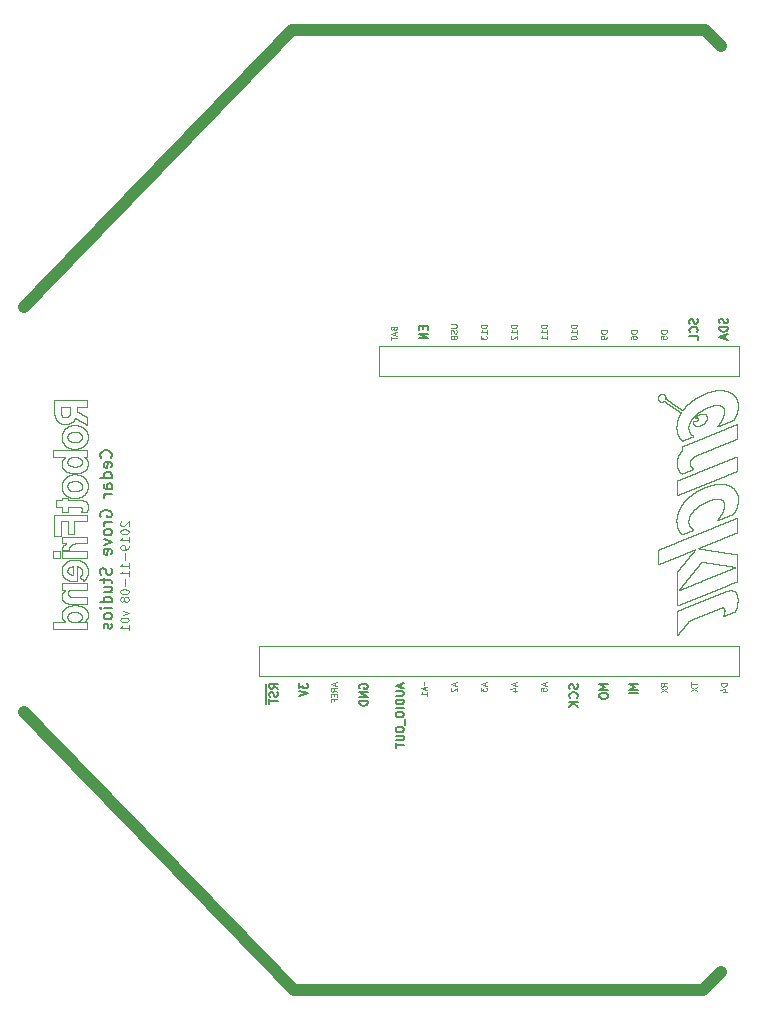
<source format=gbo>
G04 #@! TF.GenerationSoftware,KiCad,Pcbnew,(5.0.0-rc2-dev-444-g2974a2c10)*
G04 #@! TF.CreationDate,2019-11-08T21:54:57-08:00*
G04 #@! TF.ProjectId,Cricket_Feather_Flip,437269636B65745F466561746865725F,v01*
G04 #@! TF.SameCoordinates,Original*
G04 #@! TF.FileFunction,Legend,Bot*
G04 #@! TF.FilePolarity,Positive*
%FSLAX46Y46*%
G04 Gerber Fmt 4.6, Leading zero omitted, Abs format (unit mm)*
G04 Created by KiCad (PCBNEW (5.0.0-rc2-dev-444-g2974a2c10)) date 11/08/19 21:54:57*
%MOMM*%
%LPD*%
G01*
G04 APERTURE LIST*
%ADD10C,0.100000*%
%ADD11C,0.150000*%
%ADD12C,1.000000*%
G04 APERTURE END LIST*
D10*
X88168722Y-82063621D02*
X88168722Y-82084821D01*
X87977722Y-82042521D02*
X88062722Y-82042521D01*
X89226722Y-81724921D02*
X89247722Y-81724921D01*
X89121722Y-81830821D02*
X89142722Y-81830821D01*
X87469722Y-81682621D02*
X87469722Y-81703721D01*
X88930722Y-81957821D02*
X88972722Y-81957821D01*
X87617722Y-81830821D02*
X87617722Y-81851921D01*
X89353722Y-81597921D02*
X89353722Y-81555621D01*
X88104722Y-81470921D02*
X88041722Y-81470921D01*
X87533722Y-81767321D02*
X87533722Y-81788421D01*
X89269722Y-81703721D02*
X89269722Y-81682621D01*
X87385722Y-80602921D02*
X87363722Y-80602921D01*
X89205722Y-81788421D02*
X89205722Y-81746121D01*
X89036722Y-81915521D02*
X89036722Y-81894321D01*
X88994722Y-81936621D02*
X88994722Y-81915521D01*
X89205722Y-81746121D02*
X89226722Y-81746121D01*
X87279722Y-80941621D02*
X87258722Y-80941621D01*
X87490722Y-81746121D02*
X87512722Y-81746121D01*
X88104722Y-81492121D02*
X88104722Y-81470921D01*
X88168722Y-82084821D02*
X88570722Y-82084821D01*
X89057722Y-81894321D02*
X89057722Y-81873121D01*
X88570722Y-82063621D02*
X88676722Y-82063621D01*
X89036722Y-81894321D02*
X89057722Y-81894321D01*
X89311722Y-81619121D02*
X89332722Y-81619121D01*
X88210722Y-81492121D02*
X88104722Y-81492121D01*
X89247722Y-81703721D02*
X89269722Y-81703721D01*
X88972722Y-81936621D02*
X88994722Y-81936621D01*
X87427722Y-81619121D02*
X87427722Y-81661421D01*
X87363722Y-80645221D02*
X87342722Y-80645221D01*
X89311722Y-81661421D02*
X89311722Y-81619121D01*
X88761722Y-82042521D02*
X88761722Y-82021321D01*
X89290722Y-81661421D02*
X89311722Y-81661421D01*
X87702722Y-81915521D02*
X87723722Y-81915521D01*
X88041722Y-81449721D02*
X87999722Y-81449721D01*
X87639722Y-81873121D02*
X87660722Y-81873121D01*
X87914722Y-82021321D02*
X87977722Y-82021321D01*
X87300722Y-81343921D02*
X87300722Y-81407421D01*
X88824722Y-82000121D02*
X88866722Y-82000121D01*
X89121722Y-81851921D02*
X89121722Y-81830821D01*
X89290722Y-81682621D02*
X89290722Y-81661421D01*
X89353722Y-81555621D02*
X89375722Y-81555621D01*
X88761722Y-82021321D02*
X88824722Y-82021321D01*
X89163722Y-81809621D02*
X89163722Y-81788421D01*
X88062722Y-82042521D02*
X88062722Y-82063621D01*
X87660722Y-81894321D02*
X87702722Y-81894321D01*
X88570722Y-82084821D02*
X88570722Y-82063621D01*
X87723722Y-81915521D02*
X87723722Y-81936621D01*
X87406722Y-80539421D02*
X87406722Y-80581721D01*
X88041722Y-81470921D02*
X88041722Y-81449721D01*
X89099722Y-81851921D02*
X89121722Y-81851921D01*
X87914722Y-81386221D02*
X87893722Y-81386221D01*
X88994722Y-81915521D02*
X89036722Y-81915521D01*
X88803722Y-80751121D02*
X88803722Y-80772321D01*
X88697722Y-80687621D02*
X88697722Y-80708821D01*
X87745722Y-80984021D02*
X87766722Y-80984021D01*
X87872722Y-81365021D02*
X87872722Y-81343921D01*
X87787722Y-81259221D02*
X87787722Y-81238021D01*
X87977722Y-82021321D02*
X87977722Y-82042521D01*
X88676722Y-82042521D02*
X88761722Y-82042521D01*
X88972722Y-81957821D02*
X88972722Y-81936621D01*
X87999722Y-81449721D02*
X87999722Y-81428521D01*
X87956722Y-81407421D02*
X87914722Y-81407421D01*
X87829722Y-80856921D02*
X87829722Y-80835821D01*
X89142722Y-81830821D02*
X89142722Y-81809621D01*
X89375722Y-81555621D02*
X89375722Y-81513221D01*
X87893722Y-81386221D02*
X87893722Y-81365021D01*
X87850722Y-80814621D02*
X87872722Y-80814621D01*
X87808722Y-80856921D02*
X87829722Y-80856921D01*
X87893722Y-80772321D02*
X87914722Y-80772321D01*
X88697722Y-80708821D02*
X88740722Y-80708821D01*
X88803722Y-80772321D02*
X88845722Y-80772321D01*
X88888722Y-80835821D02*
X88909722Y-80835821D01*
X87787722Y-81238021D02*
X87766722Y-81238021D01*
X88104722Y-80666421D02*
X88210722Y-80666421D01*
X87893722Y-81365021D02*
X87872722Y-81365021D01*
X87956722Y-81428521D02*
X87956722Y-81407421D01*
X88866722Y-81979021D02*
X88930722Y-81979021D01*
X89057722Y-81873121D02*
X89099722Y-81873121D01*
X88930722Y-80856921D02*
X88930722Y-80899321D01*
X88210722Y-81513221D02*
X88210722Y-81492121D01*
X87999722Y-81428521D02*
X87956722Y-81428521D01*
X87914722Y-81407421D02*
X87914722Y-81386221D01*
X89163722Y-81788421D02*
X89205722Y-81788421D01*
X87829722Y-81301521D02*
X87808722Y-81301521D01*
X89332722Y-81619121D02*
X89332722Y-81597921D01*
X87956722Y-80751121D02*
X87956722Y-80729921D01*
X88528722Y-80666421D02*
X88634722Y-80666421D01*
X89099722Y-81873121D02*
X89099722Y-81851921D01*
X89226722Y-81746121D02*
X89226722Y-81724921D01*
X88930722Y-81979021D02*
X88930722Y-81957821D01*
X88909722Y-80856921D02*
X88930722Y-80856921D01*
X88866722Y-82000121D02*
X88866722Y-81979021D01*
X89142722Y-81809621D02*
X89163722Y-81809621D01*
X88062722Y-82063621D02*
X88168722Y-82063621D01*
X88676722Y-82063621D02*
X88676722Y-82042521D01*
X88845722Y-80772321D02*
X88845722Y-80793421D01*
X87956722Y-80729921D02*
X87999722Y-80729921D01*
X87787722Y-80920521D02*
X87787722Y-80878121D01*
X87766722Y-80920521D02*
X87787722Y-80920521D01*
X87872722Y-80793421D02*
X87893722Y-80793421D01*
X88866722Y-80814621D02*
X88888722Y-80814621D01*
X89332722Y-81597921D02*
X89353722Y-81597921D01*
X88888722Y-80814621D02*
X88888722Y-80835821D01*
X87808722Y-81301521D02*
X87808722Y-81259221D01*
X88210722Y-80645221D02*
X88528722Y-80645221D01*
X87999722Y-80708821D02*
X88041722Y-80708821D01*
X87808722Y-80878121D02*
X87808722Y-80856921D01*
X88041722Y-80708821D02*
X88041722Y-80687621D01*
X87766722Y-81174521D02*
X87745722Y-81174521D01*
X89269722Y-81682621D02*
X89290722Y-81682621D01*
X88824722Y-82021321D02*
X88824722Y-82000121D01*
X87745722Y-81174521D02*
X87745722Y-80984021D01*
X89247722Y-81724921D02*
X89247722Y-81703721D01*
X88782722Y-80751121D02*
X88803722Y-80751121D01*
X87893722Y-80793421D02*
X87893722Y-80772321D01*
X87914722Y-80772321D02*
X87914722Y-80751121D01*
X87914722Y-80751121D02*
X87956722Y-80751121D01*
X88041722Y-80687621D02*
X88104722Y-80687621D01*
X87850722Y-81322721D02*
X87829722Y-81322721D01*
X87999722Y-80729921D02*
X87999722Y-80708821D01*
X88740722Y-80708821D02*
X88740722Y-80729921D01*
X88210722Y-80666421D02*
X88210722Y-80645221D01*
X87766722Y-81238021D02*
X87766722Y-81174521D01*
X88866722Y-81365021D02*
X88845722Y-81365021D01*
X87787722Y-80878121D02*
X87808722Y-80878121D01*
X87872722Y-80814621D02*
X87872722Y-80793421D01*
X88528722Y-80645221D02*
X88528722Y-80666421D01*
X88634722Y-80666421D02*
X88634722Y-80687621D01*
X88634722Y-80687621D02*
X88697722Y-80687621D01*
X88782722Y-81428521D02*
X88761722Y-81428521D01*
X88104722Y-80687621D02*
X88104722Y-80666421D01*
X88634722Y-81492121D02*
X88528722Y-81492121D01*
X88951722Y-81280321D02*
X88930722Y-81280321D01*
X88824722Y-81386221D02*
X88824722Y-81407421D01*
X87829722Y-80835821D02*
X87850722Y-80835821D01*
X87829722Y-81322721D02*
X87829722Y-81301521D01*
X88528722Y-81492121D02*
X88528722Y-81513221D01*
X89396722Y-81470921D02*
X89417722Y-81470921D01*
X88888722Y-81343921D02*
X88866722Y-81343921D01*
X88866722Y-81343921D02*
X88866722Y-81365021D01*
X88930722Y-80899321D02*
X88951722Y-80899321D01*
X88972722Y-81174521D02*
X88972722Y-81238021D01*
X88909722Y-81301521D02*
X88909722Y-81322721D01*
X88866722Y-80793421D02*
X88866722Y-80814621D01*
X88994722Y-80984021D02*
X88994722Y-81174521D01*
X88994722Y-81174521D02*
X88972722Y-81174521D01*
X88845722Y-80793421D02*
X88866722Y-80793421D01*
X88740722Y-80729921D02*
X88782722Y-80729921D01*
X88845722Y-81386221D02*
X88824722Y-81386221D01*
X87872722Y-81343921D02*
X87850722Y-81343921D01*
X88909722Y-80835821D02*
X88909722Y-80856921D01*
X88909722Y-81322721D02*
X88888722Y-81322721D01*
X88824722Y-81407421D02*
X88782722Y-81407421D01*
X89396722Y-81513221D02*
X89396722Y-81470921D01*
X88951722Y-80941621D02*
X88972722Y-80941621D01*
X88972722Y-80984021D02*
X88994722Y-80984021D01*
X88951722Y-80899321D02*
X88951722Y-80941621D01*
X88845722Y-81365021D02*
X88845722Y-81386221D01*
X88930722Y-81280321D02*
X88930722Y-81301521D01*
X88697722Y-81449721D02*
X88697722Y-81470921D01*
X88761722Y-81449721D02*
X88697722Y-81449721D01*
X88972722Y-81238021D02*
X88951722Y-81238021D01*
X88930722Y-81301521D02*
X88909722Y-81301521D01*
X88888722Y-81322721D02*
X88888722Y-81343921D01*
X88761722Y-81428521D02*
X88761722Y-81449721D01*
X87850722Y-81343921D02*
X87850722Y-81322721D01*
X87766722Y-80984021D02*
X87766722Y-80920521D01*
X88972722Y-80941621D02*
X88972722Y-80984021D01*
X88697722Y-81470921D02*
X88634722Y-81470921D01*
X88528722Y-81513221D02*
X88230000Y-81510000D01*
X88951722Y-81238021D02*
X88951722Y-81280321D01*
X88782722Y-80729921D02*
X88782722Y-80751121D01*
X87808722Y-81259221D02*
X87787722Y-81259221D01*
X88782722Y-81407421D02*
X88782722Y-81428521D01*
X88634722Y-81470921D02*
X88634722Y-81492121D01*
X87850722Y-80835821D02*
X87850722Y-80814621D01*
X89015722Y-79163421D02*
X88972722Y-79163421D01*
X88570722Y-78930521D02*
X88570722Y-78909321D01*
X89226722Y-79290421D02*
X89205722Y-79290421D01*
X88824722Y-79057521D02*
X88782722Y-79057521D01*
X88612722Y-78930521D02*
X88570722Y-78930521D01*
X88782722Y-79057521D02*
X88782722Y-79036321D01*
X88930722Y-79142221D02*
X88930722Y-79121021D01*
X88782722Y-79036321D02*
X88761722Y-79036321D01*
X89311722Y-79353921D02*
X89311722Y-79332721D01*
X88718722Y-79015221D02*
X88718722Y-78994021D01*
X89163722Y-79269221D02*
X89163722Y-79248021D01*
X88570722Y-78909321D02*
X88528722Y-78909321D01*
X89311722Y-79332721D02*
X89269722Y-79332721D01*
X88866722Y-79078721D02*
X88824722Y-79078721D01*
X89269722Y-79332721D02*
X89269722Y-79311521D01*
X88824722Y-79078721D02*
X88824722Y-79057521D01*
X89121722Y-79226921D02*
X89078722Y-79226921D01*
X89438722Y-78528221D02*
X89438722Y-77956721D01*
X88528722Y-78528221D02*
X89438722Y-78528221D01*
X89078722Y-79205721D02*
X89057722Y-79205721D01*
X89205722Y-79290421D02*
X89205722Y-79269221D01*
X88761722Y-79036321D02*
X88761722Y-79015221D01*
X88676722Y-78972821D02*
X88634722Y-78972821D01*
X89057722Y-79205721D02*
X89057722Y-79184521D01*
X88528722Y-78909321D02*
X88528722Y-78528221D01*
X89163722Y-79248021D02*
X89121722Y-79248021D01*
X89121722Y-79248021D02*
X89121722Y-79226921D01*
X89226722Y-79311521D02*
X89226722Y-79290421D01*
X87766722Y-81936621D02*
X87766722Y-81957821D01*
X87342722Y-81513221D02*
X87363722Y-81513221D01*
X87363722Y-81555621D02*
X87385722Y-81555621D01*
X87808722Y-81979021D02*
X87850722Y-81979021D01*
X87385722Y-80581721D02*
X87385722Y-80602921D01*
X87300722Y-81407421D02*
X87321722Y-81407421D01*
X87279722Y-81238021D02*
X87279722Y-81343921D01*
X87385722Y-81555621D02*
X87385722Y-81597921D01*
X87342722Y-80708821D02*
X87321722Y-80708821D01*
X87512722Y-81746121D02*
X87512722Y-81767321D01*
X87660722Y-81873121D02*
X87660722Y-81894321D01*
X87723722Y-81936621D02*
X87766722Y-81936621D01*
X87363722Y-80602921D02*
X87363722Y-80645221D01*
X87427722Y-81661421D02*
X87448722Y-81661421D01*
X87490722Y-81703721D02*
X87490722Y-81746121D01*
X89015722Y-80221821D02*
X88972722Y-80221821D01*
X88824722Y-80158321D02*
X88824722Y-80137221D01*
X87512722Y-80433521D02*
X87490722Y-80433521D01*
X87490722Y-80433521D02*
X87490722Y-80454721D01*
X87469722Y-80454721D02*
X87469722Y-80475921D01*
X87448722Y-80518221D02*
X87427722Y-80518221D01*
X87406722Y-81619121D02*
X87427722Y-81619121D01*
X87512722Y-80412421D02*
X87512722Y-80433521D01*
X87300722Y-80751121D02*
X87300722Y-80835821D01*
X87300722Y-80835821D02*
X87279722Y-80835821D01*
X87279722Y-80835821D02*
X87279722Y-80941621D01*
X87617722Y-81851921D02*
X87639722Y-81851921D01*
X87575722Y-81809621D02*
X87575722Y-81830821D01*
X87554722Y-81788421D02*
X87554722Y-81809621D01*
X87427722Y-80539421D02*
X87406722Y-80539421D01*
X87850722Y-82000121D02*
X87914722Y-82000121D01*
X87448722Y-81682621D02*
X87469722Y-81682621D01*
X87469722Y-81703721D02*
X87490722Y-81703721D01*
X88676722Y-80094821D02*
X88570722Y-80094821D01*
X87363722Y-81513221D02*
X87363722Y-81555621D01*
X87469722Y-80475921D02*
X87448722Y-80475921D01*
X87617722Y-80306521D02*
X87617722Y-80327721D01*
X87448722Y-80475921D02*
X87448722Y-80518221D01*
X87702722Y-81894321D02*
X87702722Y-81915521D01*
X87512722Y-81767321D02*
X87533722Y-81767321D01*
X87258722Y-80941621D02*
X87258722Y-81238021D01*
X87321722Y-80708821D02*
X87321722Y-80751121D01*
X88676722Y-80116021D02*
X88676722Y-80094821D01*
X87427722Y-80518221D02*
X87427722Y-80539421D01*
X87321722Y-81470921D02*
X87342722Y-81470921D01*
X87766722Y-81957821D02*
X87808722Y-81957821D01*
X87448722Y-81661421D02*
X87448722Y-81682621D01*
X87321722Y-80751121D02*
X87300722Y-80751121D01*
X87321722Y-81407421D02*
X87321722Y-81470921D01*
X89036722Y-80264221D02*
X89036722Y-80243021D01*
X87554722Y-81809621D02*
X87575722Y-81809621D01*
X87850722Y-81979021D02*
X87850722Y-82000121D01*
X87406722Y-81597921D02*
X87406722Y-81619121D01*
X87258722Y-81238021D02*
X87279722Y-81238021D01*
X87279722Y-81343921D02*
X87300722Y-81343921D01*
X87575722Y-81830821D02*
X87617722Y-81830821D01*
X87385722Y-81597921D02*
X87406722Y-81597921D01*
X87808722Y-81957821D02*
X87808722Y-81979021D01*
X87342722Y-81470921D02*
X87342722Y-81513221D01*
X87639722Y-81851921D02*
X87639722Y-81873121D01*
X87533722Y-81788421D02*
X87554722Y-81788421D01*
X87914722Y-82000121D02*
X87914722Y-82021321D01*
X87406722Y-80581721D02*
X87385722Y-80581721D01*
X87342722Y-80645221D02*
X87342722Y-80708821D01*
X88295722Y-79671421D02*
X88295722Y-79650321D01*
X88866722Y-79734921D02*
X88866722Y-79756121D01*
X88485722Y-79544421D02*
X88528722Y-79544421D01*
X88972722Y-79798421D02*
X88972722Y-79819621D01*
X89099722Y-79883121D02*
X89142722Y-79883121D01*
X86919722Y-79756121D02*
X86919722Y-79777321D01*
X86961722Y-79798421D02*
X86961722Y-79819621D01*
X86898722Y-79756121D02*
X86919722Y-79756121D01*
X86813722Y-79629121D02*
X86813722Y-79650321D01*
X86898722Y-79734921D02*
X86898722Y-79756121D01*
X86919722Y-79777321D02*
X86940722Y-79777321D01*
X87067722Y-79862021D02*
X87067722Y-79883121D01*
X88253722Y-79713821D02*
X88253722Y-79692621D01*
X87850722Y-79967821D02*
X87850722Y-79946621D01*
X86877722Y-79713821D02*
X86877722Y-79734921D01*
X89247722Y-79967821D02*
X89290722Y-79967821D01*
X87850722Y-79946621D02*
X87914722Y-79946621D01*
X86771722Y-79586721D02*
X86792722Y-79586721D01*
X88083722Y-79862021D02*
X88083722Y-79840821D01*
X88972722Y-79819621D02*
X89015722Y-79819621D01*
X86940722Y-79798421D02*
X86961722Y-79798421D01*
X88126722Y-79819621D02*
X88147722Y-79819621D01*
X86792722Y-79586721D02*
X86792722Y-79629121D01*
X87385722Y-79989021D02*
X87745722Y-79989021D01*
X88570722Y-79586721D02*
X88612722Y-79586721D01*
X88062722Y-79862021D02*
X88083722Y-79862021D01*
X88020722Y-79904321D02*
X88020722Y-79883121D01*
X87279722Y-79967821D02*
X87385722Y-79967821D01*
X88147722Y-79819621D02*
X88147722Y-79798421D01*
X88083722Y-79840821D02*
X88126722Y-79840821D01*
X88358722Y-79544421D02*
X88380722Y-79544421D01*
X89015722Y-79819621D02*
X89015722Y-79840821D01*
X89142722Y-79904321D02*
X89163722Y-79904321D01*
X88168722Y-79798421D02*
X88168722Y-79777321D01*
X88231722Y-79713821D02*
X88253722Y-79713821D01*
X88866722Y-79756121D02*
X88909722Y-79756121D01*
X86750722Y-79502121D02*
X86750722Y-79544421D01*
X88020722Y-79883121D02*
X88062722Y-79883121D01*
X87745722Y-79967821D02*
X87850722Y-79967821D01*
X89205722Y-79946621D02*
X89247722Y-79946621D01*
X88612722Y-79586721D02*
X88612722Y-79607921D01*
X89247722Y-79946621D02*
X89247722Y-79967821D01*
X87003722Y-79840821D02*
X87025722Y-79840821D01*
X88295722Y-79650321D02*
X88316722Y-79650321D01*
X88401722Y-79502121D02*
X88401722Y-79480921D01*
X88126722Y-79840821D02*
X88126722Y-79819621D01*
X88189722Y-79777321D02*
X88189722Y-79756121D01*
X89205722Y-79925521D02*
X89205722Y-79946621D01*
X88443722Y-79502121D02*
X88443722Y-79523221D01*
X88443722Y-79523221D02*
X88485722Y-79523221D01*
X88612722Y-79607921D02*
X88634722Y-79607921D01*
X87956722Y-79163421D02*
X87956722Y-79226921D01*
X88909722Y-79777321D02*
X88951722Y-79777321D01*
X87977722Y-79163421D02*
X87956722Y-79163421D01*
X88824722Y-79734921D02*
X88866722Y-79734921D01*
X87279722Y-79290421D02*
X87258722Y-79290421D01*
X89417722Y-80052521D02*
X89417722Y-80073621D01*
X87999722Y-78528221D02*
X87999722Y-79078721D01*
X87173722Y-79078721D02*
X87173722Y-78528221D01*
X87893722Y-79311521D02*
X87872722Y-79311521D01*
X88761722Y-79671421D02*
X88761722Y-79692621D01*
X88824722Y-79713821D02*
X88824722Y-79734921D01*
X88803722Y-79692621D02*
X88803722Y-79713821D01*
X88528722Y-79565621D02*
X88570722Y-79565621D01*
X88422722Y-79502121D02*
X88443722Y-79502121D01*
X88422722Y-79480921D02*
X88422722Y-79502121D01*
X88570722Y-79565621D02*
X88570722Y-79586721D01*
X88951722Y-79777321D02*
X88951722Y-79798421D01*
X89099722Y-79862021D02*
X89099722Y-79883121D01*
X88253722Y-79692621D02*
X88274722Y-79692621D01*
X87956722Y-79226921D02*
X87935722Y-79226921D01*
X87406722Y-79375021D02*
X87363722Y-79375021D01*
X88316722Y-79650321D02*
X88316722Y-79607921D01*
X88485722Y-79523221D02*
X88485722Y-79544421D01*
X88380722Y-79544421D02*
X88380722Y-79502121D01*
X88337722Y-79586721D02*
X88358722Y-79586721D01*
X89057722Y-79840821D02*
X89057722Y-79862021D01*
X89163722Y-79925521D02*
X89205722Y-79925521D01*
X87363722Y-79375021D02*
X87363722Y-79353921D01*
X89438722Y-80073621D02*
X89438722Y-79417421D01*
X88951722Y-79798421D02*
X88972722Y-79798421D01*
X88676722Y-79629121D02*
X88676722Y-79650321D01*
X88718722Y-79671421D02*
X88761722Y-79671421D01*
X88803722Y-79713821D02*
X88824722Y-79713821D01*
X89163722Y-79904321D02*
X89163722Y-79925521D01*
X87469722Y-79417421D02*
X87469722Y-79396221D01*
X87702722Y-79396221D02*
X87702722Y-79417421D01*
X87279722Y-79311521D02*
X87279722Y-79290421D01*
X87469722Y-79396221D02*
X87406722Y-79396221D01*
X89142722Y-79883121D02*
X89142722Y-79904321D01*
X88274722Y-79671421D02*
X88295722Y-79671421D01*
X88358722Y-79586721D02*
X88358722Y-79544421D01*
X89057722Y-79862021D02*
X89099722Y-79862021D01*
X87194722Y-79078721D02*
X87173722Y-79078721D01*
X88231722Y-79734921D02*
X88231722Y-79713821D01*
X89015722Y-79840821D02*
X89057722Y-79840821D01*
X88528722Y-79544421D02*
X88528722Y-79565621D01*
X89417722Y-80073621D02*
X89438722Y-80073621D01*
X87914722Y-79248021D02*
X87914722Y-79290421D01*
X87258722Y-79248021D02*
X87236722Y-79248021D01*
X87363722Y-79353921D02*
X87321722Y-79353921D01*
X88337722Y-79607921D02*
X88337722Y-79586721D01*
X88316722Y-79607921D02*
X88337722Y-79607921D01*
X88676722Y-79650321D02*
X88718722Y-79650321D01*
X87215722Y-79163421D02*
X87194722Y-79163421D01*
X87194722Y-79163421D02*
X87194722Y-79078721D01*
X88634722Y-79607921D02*
X88634722Y-79629121D01*
X89396722Y-80052521D02*
X89417722Y-80052521D01*
X88634722Y-79629121D02*
X88676722Y-79629121D01*
X88401722Y-79480921D02*
X88422722Y-79480921D01*
X88274722Y-79692621D02*
X88274722Y-79671421D01*
X88718722Y-79650321D02*
X88718722Y-79671421D01*
X88909722Y-79756121D02*
X88909722Y-79777321D01*
X88761722Y-79692621D02*
X88803722Y-79692621D01*
X88380722Y-79502121D02*
X88401722Y-79502121D01*
X87893722Y-79290421D02*
X87893722Y-79311521D01*
X87999722Y-79078721D02*
X87977722Y-79078721D01*
X89396722Y-80031321D02*
X89396722Y-80052521D01*
X87300722Y-79311521D02*
X87279722Y-79311521D01*
X87935722Y-79248021D02*
X87914722Y-79248021D01*
X87977722Y-79078721D02*
X87977722Y-79163421D01*
X89417722Y-79396221D02*
X89375722Y-79396221D01*
X87829722Y-79332721D02*
X87829722Y-79353921D01*
X87914722Y-79290421D02*
X87893722Y-79290421D01*
X89375722Y-79375021D02*
X89353722Y-79375021D01*
X87872722Y-79332721D02*
X87829722Y-79332721D01*
X89332722Y-80010121D02*
X89353722Y-80010121D01*
X89290722Y-79967821D02*
X89290722Y-79989021D01*
X87872722Y-79311521D02*
X87872722Y-79332721D01*
X89353722Y-80031321D02*
X89396722Y-80031321D01*
X89332722Y-79989021D02*
X89332722Y-80010121D01*
X87321722Y-79353921D02*
X87321722Y-79332721D01*
X87236722Y-79248021D02*
X87236722Y-79226921D01*
X87321722Y-79332721D02*
X87300722Y-79332721D01*
X89353722Y-80010121D02*
X89353722Y-80031321D01*
X87808722Y-79353921D02*
X87808722Y-79375021D01*
X87808722Y-79375021D02*
X87766722Y-79375021D01*
X87215722Y-79226921D02*
X87215722Y-79163421D01*
X87829722Y-79353921D02*
X87808722Y-79353921D01*
X89417722Y-79417421D02*
X89417722Y-79396221D01*
X87766722Y-79375021D02*
X87766722Y-79396221D01*
X87173722Y-78528221D02*
X87999722Y-78528221D01*
X87935722Y-79226921D02*
X87935722Y-79248021D01*
X87258722Y-79290421D02*
X87258722Y-79248021D01*
X87236722Y-79226921D02*
X87215722Y-79226921D01*
X89375722Y-79396221D02*
X89375722Y-79375021D01*
X87406722Y-79396221D02*
X87406722Y-79375021D01*
X87766722Y-79396221D02*
X87702722Y-79396221D01*
X87702722Y-79417421D02*
X87480000Y-79410000D01*
X89290722Y-79989021D02*
X89332722Y-79989021D01*
X87300722Y-79332721D02*
X87300722Y-79311521D01*
X86771722Y-79544421D02*
X86771722Y-79586721D01*
X88761722Y-79015221D02*
X88718722Y-79015221D01*
X86855722Y-79713821D02*
X86877722Y-79713821D01*
X86940722Y-79777321D02*
X86940722Y-79798421D01*
X89078722Y-79226921D02*
X89078722Y-79205721D01*
X88866722Y-79099821D02*
X88866722Y-79078721D01*
X88189722Y-79756121D02*
X88210722Y-79756121D01*
X88210722Y-79734921D02*
X88231722Y-79734921D01*
X86877722Y-79734921D02*
X86898722Y-79734921D01*
X87025722Y-79840821D02*
X87025722Y-79862021D01*
X86813722Y-79650321D02*
X86834722Y-79650321D01*
X87109722Y-79904321D02*
X87152722Y-79904321D01*
X87152722Y-79904321D02*
X87152722Y-79925521D01*
X86855722Y-79671421D02*
X86855722Y-79713821D01*
X86728722Y-79502121D02*
X86750722Y-79502121D01*
X87977722Y-79904321D02*
X88020722Y-79904321D01*
X87279722Y-79946621D02*
X87279722Y-79967821D01*
X86665722Y-79184521D02*
X86665722Y-79311521D01*
X88909722Y-79121021D02*
X88909722Y-79099821D01*
X86707722Y-79396221D02*
X86707722Y-79459721D01*
X89205722Y-79269221D02*
X89163722Y-79269221D01*
X86792722Y-79629121D02*
X86813722Y-79629121D01*
X86665722Y-79311521D02*
X86686722Y-79311521D01*
X86686722Y-79311521D02*
X86686722Y-79396221D01*
X89057722Y-79184521D02*
X89015722Y-79184521D01*
X88210722Y-79756121D02*
X88210722Y-79734921D01*
X86750722Y-79544421D02*
X86771722Y-79544421D01*
X87914722Y-79925521D02*
X87977722Y-79925521D01*
X86686722Y-79396221D02*
X86707722Y-79396221D01*
X89269722Y-79311521D02*
X89226722Y-79311521D01*
X87385722Y-79967821D02*
X87385722Y-79989021D01*
X86961722Y-79819621D02*
X87003722Y-79819621D01*
X87215722Y-79925521D02*
X87215722Y-79946621D01*
X88062722Y-79883121D02*
X88062722Y-79862021D01*
X87215722Y-79946621D02*
X87279722Y-79946621D01*
X87914722Y-79946621D02*
X87914722Y-79925521D01*
X88612722Y-78951621D02*
X88612722Y-78930521D01*
X86834722Y-79650321D02*
X86834722Y-79671421D01*
X86728722Y-79459721D02*
X86728722Y-79502121D01*
X88147722Y-79798421D02*
X88168722Y-79798421D01*
X88909722Y-79099821D02*
X88866722Y-79099821D01*
X86644722Y-77956721D02*
X86644722Y-79184521D01*
X88634722Y-78951621D02*
X88612722Y-78951621D01*
X86707722Y-79459721D02*
X86728722Y-79459721D01*
X89353722Y-79353921D02*
X89311722Y-79353921D01*
X88930722Y-79121021D02*
X88909722Y-79121021D01*
X87745722Y-79989021D02*
X87745722Y-79967821D01*
X87152722Y-79925521D02*
X87215722Y-79925521D01*
X87067722Y-79883121D02*
X87109722Y-79883121D01*
X89353722Y-79375021D02*
X89353722Y-79353921D01*
X88676722Y-78994021D02*
X88676722Y-78972821D01*
X88718722Y-78994021D02*
X88676722Y-78994021D01*
X89438722Y-77956721D02*
X86644722Y-77956721D01*
X88634722Y-78972821D02*
X88634722Y-78951621D01*
X89015722Y-79184521D02*
X89015722Y-79163421D01*
X86834722Y-79671421D02*
X86855722Y-79671421D01*
X87109722Y-79883121D02*
X87109722Y-79904321D01*
X88972722Y-79163421D02*
X88972722Y-79142221D01*
X88972722Y-79142221D02*
X88930722Y-79142221D01*
X87977722Y-79925521D02*
X87977722Y-79904321D01*
X88168722Y-79777321D02*
X88189722Y-79777321D01*
X87025722Y-79862021D02*
X87067722Y-79862021D01*
X86644722Y-79184521D02*
X86665722Y-79184521D01*
X87003722Y-79819621D02*
X87003722Y-79840821D01*
X89459722Y-80920521D02*
X89459722Y-80814621D01*
X89290722Y-80475921D02*
X89269722Y-80475921D01*
X89226722Y-80391221D02*
X89205722Y-80391221D01*
X89459722Y-80814621D02*
X89438722Y-80814621D01*
X89396722Y-80645221D02*
X89375722Y-80645221D01*
X89121722Y-80327721D02*
X89121722Y-80306521D01*
X89226722Y-80412421D02*
X89226722Y-80391221D01*
X89353722Y-80560621D02*
X89332722Y-80560621D01*
X89417722Y-81470921D02*
X89417722Y-81407421D01*
X89438722Y-81407421D02*
X89438722Y-81343921D01*
X89459722Y-81238021D02*
X89480722Y-81238021D01*
X89480722Y-81238021D02*
X89480722Y-80920521D01*
X89375722Y-80602921D02*
X89353722Y-80602921D01*
X89205722Y-80391221D02*
X89205722Y-80370021D01*
X89417722Y-81407421D02*
X89438722Y-81407421D01*
X89353722Y-80602921D02*
X89353722Y-80560621D01*
X89459722Y-81343921D02*
X89459722Y-81238021D01*
X89396722Y-80687621D02*
X89396722Y-80645221D01*
X89417722Y-80687621D02*
X89396722Y-80687621D01*
X89438722Y-81343921D02*
X89459722Y-81343921D01*
X89480722Y-80920521D02*
X89459722Y-80920521D01*
X89417722Y-80751121D02*
X89417722Y-80687621D01*
X89311722Y-80539421D02*
X89311722Y-80497021D01*
X89438722Y-80751121D02*
X89417722Y-80751121D01*
X89375722Y-80645221D02*
X89375722Y-80602921D01*
X89332722Y-80539421D02*
X89311722Y-80539421D01*
X89290722Y-80497021D02*
X89290722Y-80475921D01*
X89247722Y-80412421D02*
X89226722Y-80412421D01*
X89205722Y-80370021D02*
X89184722Y-80370021D01*
X89311722Y-80497021D02*
X89290722Y-80497021D01*
X89163722Y-80327721D02*
X89121722Y-80327721D01*
X89247722Y-80454721D02*
X89247722Y-80412421D01*
X87872722Y-80158321D02*
X87872722Y-80179521D01*
X88972722Y-80221821D02*
X88972722Y-80200721D01*
X88888722Y-80179521D02*
X88888722Y-80158321D01*
X87702722Y-80243021D02*
X87702722Y-80264221D01*
X87977722Y-80137221D02*
X87914722Y-80137221D01*
X89015722Y-80243021D02*
X89015722Y-80221821D01*
X89438722Y-80814621D02*
X89438722Y-80751121D01*
X87977722Y-80116021D02*
X87977722Y-80137221D01*
X87702722Y-80264221D02*
X87681722Y-80264221D01*
X87808722Y-80200721D02*
X87766722Y-80200721D01*
X87914722Y-80158321D02*
X87872722Y-80158321D01*
X88062722Y-80116021D02*
X87977722Y-80116021D01*
X87914722Y-80137221D02*
X87914722Y-80158321D01*
X87745722Y-80221821D02*
X87745722Y-80243021D01*
X88570722Y-80094821D02*
X88570722Y-80073621D01*
X89078722Y-80285421D02*
X89078722Y-80264221D01*
X88930722Y-80179521D02*
X88888722Y-80179521D01*
X87872722Y-80179521D02*
X87808722Y-80179521D01*
X88761722Y-80137221D02*
X88761722Y-80116021D01*
X88930722Y-80200721D02*
X88930722Y-80179521D01*
X88168722Y-80094821D02*
X88062722Y-80094821D01*
X87596722Y-80327721D02*
X87596722Y-80348921D01*
X87808722Y-80179521D02*
X87808722Y-80200721D01*
X89036722Y-80243021D02*
X89015722Y-80243021D01*
X89099722Y-80306521D02*
X89099722Y-80285421D01*
X88888722Y-80158321D02*
X88824722Y-80158321D01*
X87575722Y-80348921D02*
X87575722Y-80370021D01*
X88168722Y-80073621D02*
X88168722Y-80094821D01*
X87554722Y-80370021D02*
X87554722Y-80391221D01*
X88062722Y-80094821D02*
X88062722Y-80116021D01*
X87639722Y-80285421D02*
X87639722Y-80306521D01*
X89121722Y-80306521D02*
X89099722Y-80306521D01*
X87639722Y-80306521D02*
X87617722Y-80306521D01*
X87681722Y-80264221D02*
X87681722Y-80285421D01*
X89099722Y-80285421D02*
X89078722Y-80285421D01*
X88824722Y-80137221D02*
X88761722Y-80137221D01*
X87596722Y-80348921D02*
X87575722Y-80348921D01*
X87575722Y-80370021D02*
X87554722Y-80370021D01*
X87681722Y-80285421D02*
X87639722Y-80285421D01*
X87533722Y-80412421D02*
X87512722Y-80412421D01*
X89184722Y-80348921D02*
X89163722Y-80348921D01*
X87766722Y-80221821D02*
X87745722Y-80221821D01*
X87533722Y-80391221D02*
X87533722Y-80412421D01*
X88761722Y-80116021D02*
X88676722Y-80116021D01*
X87766722Y-80200721D02*
X87766722Y-80221821D01*
X87554722Y-80391221D02*
X87533722Y-80391221D01*
X89332722Y-80560621D02*
X89332722Y-80539421D01*
X89184722Y-80370021D02*
X89184722Y-80348921D01*
X87490722Y-80454721D02*
X87469722Y-80454721D01*
X87745722Y-80243021D02*
X87702722Y-80243021D01*
X88972722Y-80200721D02*
X88930722Y-80200721D01*
X89078722Y-80264221D02*
X89036722Y-80264221D01*
X89269722Y-80475921D02*
X89269722Y-80454721D01*
X89163722Y-80348921D02*
X89163722Y-80327721D01*
X87617722Y-80327721D02*
X87596722Y-80327721D01*
X88570722Y-80073621D02*
X88168722Y-80073621D01*
X89269722Y-80454721D02*
X89247722Y-80454721D01*
X89163722Y-84519421D02*
X89163722Y-84498221D01*
X89078722Y-84434721D02*
X89036722Y-84434721D01*
X88824722Y-84328821D02*
X88824722Y-84307721D01*
X88824722Y-84307721D02*
X88761722Y-84307721D01*
X88930722Y-84350021D02*
X88888722Y-84350021D01*
X88761722Y-84307721D02*
X88761722Y-84286521D01*
X88062722Y-84286521D02*
X87977722Y-84286521D01*
X89353722Y-84731121D02*
X89332722Y-84731121D01*
X87596722Y-84498221D02*
X87596722Y-84519421D01*
X89099722Y-84477021D02*
X89099722Y-84455821D01*
X87617722Y-84498221D02*
X87596722Y-84498221D01*
X89015722Y-84413521D02*
X89015722Y-84392321D01*
X89226722Y-84582921D02*
X89226722Y-84561721D01*
X89205722Y-84540521D02*
X89184722Y-84540521D01*
X88570722Y-84265321D02*
X88570722Y-84244121D01*
X88930722Y-84371221D02*
X88930722Y-84350021D01*
X89099722Y-84455821D02*
X89078722Y-84455821D01*
X88888722Y-84328821D02*
X88824722Y-84328821D01*
X88570722Y-84244121D02*
X88168722Y-84244121D01*
X87977722Y-84307721D02*
X87914722Y-84307721D01*
X87872722Y-84328821D02*
X87872722Y-84350021D01*
X89311722Y-84667621D02*
X89290722Y-84667621D01*
X89184722Y-84540521D02*
X89184722Y-84519421D01*
X87808722Y-84350021D02*
X87808722Y-84371221D01*
X87745722Y-84392321D02*
X87745722Y-84413521D01*
X89290722Y-84667621D02*
X89290722Y-84646421D01*
X87639722Y-84477021D02*
X87617722Y-84477021D01*
X89247722Y-84625221D02*
X89247722Y-84582921D01*
X89036722Y-84434721D02*
X89036722Y-84413521D01*
X89311722Y-84709921D02*
X89311722Y-84667621D01*
X89353722Y-84773421D02*
X89353722Y-84731121D01*
X88168722Y-84244121D02*
X88168722Y-84265321D01*
X89332722Y-84731121D02*
X89332722Y-84709921D01*
X89332722Y-84709921D02*
X89311722Y-84709921D01*
X87617722Y-84477021D02*
X87617722Y-84498221D01*
X89078722Y-84455821D02*
X89078722Y-84434721D01*
X88676722Y-84286521D02*
X88676722Y-84265321D01*
X89226722Y-84561721D02*
X89205722Y-84561721D01*
X87872722Y-84350021D02*
X87808722Y-84350021D01*
X89163722Y-84498221D02*
X89121722Y-84498221D01*
X89269722Y-84625221D02*
X89247722Y-84625221D01*
X87914722Y-84328821D02*
X87872722Y-84328821D01*
X87977722Y-84286521D02*
X87977722Y-84307721D01*
X87766722Y-84371221D02*
X87766722Y-84392321D01*
X88062722Y-84265321D02*
X88062722Y-84286521D01*
X89121722Y-84498221D02*
X89121722Y-84477021D01*
X89121722Y-84477021D02*
X89099722Y-84477021D01*
X88676722Y-84265321D02*
X88570722Y-84265321D01*
X88761722Y-84286521D02*
X88676722Y-84286521D01*
X87745722Y-84413521D02*
X87702722Y-84413521D01*
X88972722Y-84392321D02*
X88972722Y-84371221D01*
X88972722Y-84371221D02*
X88930722Y-84371221D01*
X89269722Y-84646421D02*
X89269722Y-84625221D01*
X89247722Y-84582921D02*
X89226722Y-84582921D01*
X89036722Y-84413521D02*
X89015722Y-84413521D01*
X87554722Y-84561721D02*
X87533722Y-84561721D01*
X87490722Y-85916621D02*
X87512722Y-85916621D01*
X87533722Y-85958921D02*
X87554722Y-85958921D01*
X89290722Y-84646421D02*
X89269722Y-84646421D01*
X89205722Y-84561721D02*
X89205722Y-84540521D01*
X88888722Y-84350021D02*
X88888722Y-84328821D01*
X87279722Y-85006321D02*
X87279722Y-85112121D01*
X87512722Y-84582921D02*
X87512722Y-84604021D01*
X87342722Y-85641421D02*
X87342722Y-85683721D01*
X87469722Y-85874221D02*
X87490722Y-85874221D01*
X89184722Y-84519421D02*
X89163722Y-84519421D01*
X88168722Y-84265321D02*
X88062722Y-84265321D01*
X87448722Y-85853121D02*
X87469722Y-85853121D01*
X89015722Y-84392321D02*
X88972722Y-84392321D01*
X87639722Y-84455821D02*
X87639722Y-84477021D01*
X87490722Y-84625221D02*
X87469722Y-84625221D01*
X87766722Y-84392321D02*
X87745722Y-84392321D01*
X87427722Y-85789621D02*
X87427722Y-85831921D01*
X87448722Y-84688721D02*
X87427722Y-84688721D01*
X87406722Y-85789621D02*
X87427722Y-85789621D01*
X87490722Y-84604021D02*
X87490722Y-84625221D01*
X87914722Y-84307721D02*
X87914722Y-84328821D01*
X87258722Y-85408521D02*
X87279722Y-85408521D01*
X87596722Y-84519421D02*
X87575722Y-84519421D01*
X87427722Y-84709921D02*
X87406722Y-84709921D01*
X87385722Y-85768421D02*
X87406722Y-85768421D01*
X87427722Y-85831921D02*
X87448722Y-85831921D01*
X87342722Y-85683721D02*
X87363722Y-85683721D01*
X87385722Y-85726021D02*
X87385722Y-85768421D01*
X87490722Y-85874221D02*
X87490722Y-85916621D01*
X87300722Y-85006321D02*
X87279722Y-85006321D01*
X87533722Y-85937721D02*
X87533722Y-85958921D01*
X87363722Y-85683721D02*
X87363722Y-85726021D01*
X87300722Y-85577921D02*
X87321722Y-85577921D01*
X87512722Y-84604021D02*
X87490722Y-84604021D01*
X87554722Y-84540521D02*
X87554722Y-84561721D01*
X87427722Y-84688721D02*
X87427722Y-84709921D01*
X87406722Y-85768421D02*
X87406722Y-85789621D01*
X87469722Y-84625221D02*
X87469722Y-84646421D01*
X87406722Y-84752221D02*
X87385722Y-84752221D01*
X87575722Y-84519421D02*
X87575722Y-84540521D01*
X87448722Y-85831921D02*
X87448722Y-85853121D01*
X87363722Y-84815721D02*
X87342722Y-84815721D01*
X87512722Y-85916621D02*
X87512722Y-85937721D01*
X87533722Y-84561721D02*
X87533722Y-84582921D01*
X87279722Y-85112121D02*
X87258722Y-85112121D01*
X87512722Y-85937721D02*
X87533722Y-85937721D01*
X87321722Y-85641421D02*
X87342722Y-85641421D01*
X87554722Y-85980121D02*
X87575722Y-85980121D01*
X87279722Y-85408521D02*
X87279722Y-85514421D01*
X87533722Y-84582921D02*
X87512722Y-84582921D01*
X87575722Y-84540521D02*
X87554722Y-84540521D01*
X87300722Y-85514421D02*
X87300722Y-85577921D01*
X87808722Y-84371221D02*
X87766722Y-84371221D01*
X87702722Y-84434721D02*
X87681722Y-84434721D01*
X87702722Y-84413521D02*
X87702722Y-84434721D01*
X87321722Y-84921621D02*
X87300722Y-84921621D01*
X87321722Y-84879221D02*
X87321722Y-84921621D01*
X87406722Y-84709921D02*
X87406722Y-84752221D01*
X87681722Y-84434721D02*
X87681722Y-84455821D01*
X87681722Y-84455821D02*
X87639722Y-84455821D01*
X87469722Y-85853121D02*
X87469722Y-85874221D01*
X87363722Y-85726021D02*
X87385722Y-85726021D01*
X87363722Y-84773421D02*
X87363722Y-84815721D01*
X89311722Y-95675921D02*
X89290722Y-95675921D01*
X89353722Y-95760621D02*
X89353722Y-95718321D01*
X89332722Y-96586321D02*
X89332722Y-96565121D01*
X89311722Y-95697121D02*
X89311722Y-95675921D01*
X89417722Y-96459221D02*
X89417722Y-96438121D01*
X89459722Y-96374621D02*
X89459722Y-96289921D01*
X89121722Y-95506621D02*
X89078722Y-95506621D01*
X89459722Y-96289921D02*
X89480722Y-96289921D01*
X89396722Y-95824121D02*
X89396722Y-95781821D01*
X89290722Y-95675921D02*
X89290722Y-95654821D01*
X89396722Y-95781821D02*
X89375722Y-95781821D01*
X89247722Y-96670921D02*
X89247722Y-96649821D01*
X89375722Y-95760621D02*
X89353722Y-95760621D01*
X89205722Y-96692121D02*
X89226722Y-96692121D01*
X89375722Y-96522721D02*
X89375722Y-96501621D01*
X89247722Y-95612421D02*
X89226722Y-95612421D01*
X89396722Y-96501621D02*
X89396722Y-96459221D01*
X88824722Y-95400721D02*
X88824722Y-95379621D01*
X89353722Y-96522721D02*
X89375722Y-96522721D01*
X89438722Y-95887621D02*
X89417722Y-95887621D01*
X89226722Y-95591321D02*
X89205722Y-95591321D01*
X89247722Y-96649821D02*
X89269722Y-96649821D01*
X89353722Y-95718321D02*
X89332722Y-95718321D01*
X88994722Y-95443121D02*
X88951722Y-95443121D01*
X89353722Y-96565121D02*
X89353722Y-96522721D01*
X89269722Y-96649821D02*
X89269722Y-96628621D01*
X89269722Y-95654821D02*
X89269722Y-95633621D01*
X89332722Y-96565121D02*
X89353722Y-96565121D01*
X89438722Y-95930021D02*
X89438722Y-95887621D01*
X89247722Y-95633621D02*
X89247722Y-95612421D01*
X89480722Y-96289921D02*
X89480722Y-96035821D01*
X88951722Y-95443121D02*
X88951722Y-95421921D01*
X89417722Y-96438121D02*
X89438722Y-96438121D01*
X89269722Y-95633621D02*
X89247722Y-95633621D01*
X89417722Y-95824121D02*
X89396722Y-95824121D01*
X89226722Y-96692121D02*
X89226722Y-96670921D01*
X89184722Y-95570121D02*
X89184722Y-95548921D01*
X89332722Y-95697121D02*
X89311722Y-95697121D01*
X89142722Y-95548921D02*
X89142722Y-95527821D01*
X89226722Y-96670921D02*
X89247722Y-96670921D01*
X89480722Y-96035821D02*
X89459722Y-96035821D01*
X89205722Y-95591321D02*
X89205722Y-95570121D01*
X89459722Y-95930021D02*
X89438722Y-95930021D01*
X89332722Y-95718321D02*
X89332722Y-95697121D01*
X89226722Y-95612421D02*
X89226722Y-95591321D01*
X89142722Y-95527821D02*
X89121722Y-95527821D01*
X89036722Y-95464321D02*
X88994722Y-95464321D01*
X89205722Y-95570121D02*
X89184722Y-95570121D01*
X89290722Y-96628621D02*
X89290722Y-96607421D01*
X88994722Y-95464321D02*
X88994722Y-95443121D01*
X89290722Y-96607421D02*
X89311722Y-96607421D01*
X89417722Y-95887621D02*
X89417722Y-95824121D01*
X89438722Y-96438121D02*
X89438722Y-96374621D01*
X89375722Y-95781821D02*
X89375722Y-95760621D01*
X89311722Y-96586321D02*
X89332722Y-96586321D01*
X89311722Y-96607421D02*
X89311722Y-96586321D01*
X89438722Y-96374621D02*
X89459722Y-96374621D01*
X89184722Y-95548921D02*
X89142722Y-95548921D01*
X89269722Y-96628621D02*
X89290722Y-96628621D01*
X89396722Y-96459221D02*
X89417722Y-96459221D01*
X87617722Y-95506621D02*
X87617722Y-95527821D01*
X87342722Y-95781821D02*
X87342722Y-95824121D01*
X89078722Y-95506621D02*
X89078722Y-95485421D01*
X89078722Y-95485421D02*
X89036722Y-95485421D01*
X89036722Y-95485421D02*
X89036722Y-95464321D01*
X87490722Y-95612421D02*
X87490722Y-95633621D01*
X87300722Y-95930021D02*
X87279722Y-95930021D01*
X88951722Y-95421921D02*
X88888722Y-95421921D01*
X89459722Y-96035821D02*
X89459722Y-95930021D01*
X87342722Y-96501621D02*
X87363722Y-96501621D01*
X88888722Y-95421921D02*
X88888722Y-95400721D01*
X88888722Y-95400721D02*
X88824722Y-95400721D01*
X89290722Y-95654821D02*
X89269722Y-95654821D01*
X87258722Y-96035821D02*
X87258722Y-96289921D01*
X89375722Y-96501621D02*
X89396722Y-96501621D01*
X87914722Y-95379621D02*
X87914722Y-95400721D01*
X87385722Y-95718321D02*
X87385722Y-95760621D01*
X88740722Y-95358421D02*
X88612722Y-95358421D01*
X87279722Y-96374621D02*
X87300722Y-96374621D01*
X87533722Y-95591321D02*
X87512722Y-95591321D01*
X87406722Y-95718321D02*
X87385722Y-95718321D01*
X87512722Y-95612421D02*
X87490722Y-95612421D01*
X87321722Y-96480421D02*
X87342722Y-96480421D01*
X88612722Y-95358421D02*
X88612722Y-95337221D01*
X87300722Y-95866521D02*
X87300722Y-95930021D01*
X87660722Y-95506621D02*
X87617722Y-95506621D01*
X87533722Y-95570121D02*
X87533722Y-95591321D01*
X87279722Y-96035821D02*
X87258722Y-96035821D01*
X87596722Y-95548921D02*
X87554722Y-95548921D01*
X87448722Y-95654821D02*
X87448722Y-95675921D01*
X87279722Y-96289921D02*
X87279722Y-96374621D01*
X87448722Y-95675921D02*
X87427722Y-95675921D01*
X88126722Y-95358421D02*
X87999722Y-95358421D01*
X87702722Y-95464321D02*
X87702722Y-95485421D01*
X87385722Y-95760621D02*
X87363722Y-95760621D01*
X87702722Y-95485421D02*
X87660722Y-95485421D01*
X87999722Y-95379621D02*
X87914722Y-95379621D01*
X87342722Y-95824121D02*
X87321722Y-95824121D01*
X87617722Y-95527821D02*
X87596722Y-95527821D01*
X87999722Y-95358421D02*
X87999722Y-95379621D01*
X87850722Y-95421921D02*
X87787722Y-95421921D01*
X87660722Y-95485421D02*
X87660722Y-95506621D01*
X87427722Y-95675921D02*
X87427722Y-95697121D01*
X87279722Y-95930021D02*
X87279722Y-96035821D01*
X87745722Y-95464321D02*
X87702722Y-95464321D01*
X87342722Y-96480421D02*
X87342722Y-96501621D01*
X87363722Y-95781821D02*
X87342722Y-95781821D01*
X87427722Y-95697121D02*
X87406722Y-95697121D01*
X87787722Y-95443121D02*
X87745722Y-95443121D01*
X87850722Y-95400721D02*
X87850722Y-95421921D01*
X88612722Y-95337221D02*
X88126722Y-95337221D01*
X87554722Y-95548921D02*
X87554722Y-95570121D01*
X87406722Y-95697121D02*
X87406722Y-95718321D01*
X87512722Y-95591321D02*
X87512722Y-95612421D01*
X87321722Y-95866521D02*
X87300722Y-95866521D01*
X87300722Y-96438121D02*
X87321722Y-96438121D01*
X87745722Y-95443121D02*
X87745722Y-95464321D01*
X87321722Y-95824121D02*
X87321722Y-95866521D01*
X87321722Y-96438121D02*
X87321722Y-96480421D01*
X87363722Y-95760621D02*
X87363722Y-95781821D01*
X88824722Y-95379621D02*
X88740722Y-95379621D01*
X87490722Y-95633621D02*
X87469722Y-95633621D01*
X88126722Y-95337221D02*
X88126722Y-95358421D01*
X89121722Y-95527821D02*
X89121722Y-95506621D01*
X87914722Y-96035821D02*
X87914722Y-96014721D01*
X87850722Y-96565121D02*
X87829722Y-96565121D01*
X87512722Y-96692121D02*
X87533722Y-96692121D01*
X87385722Y-96565121D02*
X87406722Y-96565121D01*
X87596722Y-95527821D02*
X87596722Y-95548921D01*
X87385722Y-96543921D02*
X87385722Y-96565121D01*
X87787722Y-96141721D02*
X87808722Y-96141721D01*
X87787722Y-96501621D02*
X87787722Y-96459221D01*
X87787722Y-96459221D02*
X87766722Y-96459221D01*
X86559722Y-96734421D02*
X86559722Y-97306021D01*
X87872722Y-96057021D02*
X87872722Y-96035821D01*
X87554722Y-96734421D02*
X86559722Y-96734421D01*
X87914722Y-95400721D02*
X87850722Y-95400721D01*
X88740722Y-95379621D02*
X88740722Y-95358421D01*
X87300722Y-96374621D02*
X87300722Y-96438121D01*
X86559722Y-97306021D02*
X89438722Y-97306021D01*
X87935722Y-96649821D02*
X87935722Y-96628621D01*
X87829722Y-96078221D02*
X87850722Y-96078221D01*
X87554722Y-95570121D02*
X87533722Y-95570121D01*
X87766722Y-96184021D02*
X87787722Y-96184021D01*
X87935722Y-96628621D02*
X87914722Y-96628621D01*
X87872722Y-96035821D02*
X87914722Y-96035821D01*
X87363722Y-96543921D02*
X87385722Y-96543921D01*
X87406722Y-96586321D02*
X87427722Y-96586321D01*
X87829722Y-96565121D02*
X87829722Y-96522721D01*
X87533722Y-96713321D02*
X87554722Y-96713321D01*
X87469722Y-96649821D02*
X87490722Y-96649821D01*
X89438722Y-96734421D02*
X88189722Y-96734421D01*
X87533722Y-96692121D02*
X87533722Y-96713321D01*
X87850722Y-96586321D02*
X87850722Y-96565121D01*
X87766722Y-96459221D02*
X87766722Y-96395721D01*
X87427722Y-96586321D02*
X87427722Y-96607421D01*
X87787722Y-95421921D02*
X87787722Y-95443121D01*
X87829722Y-96522721D02*
X87808722Y-96522721D01*
X87914722Y-96628621D02*
X87914722Y-96607421D01*
X88020722Y-96692121D02*
X88020722Y-96670921D01*
X87977722Y-96649821D02*
X87935722Y-96649821D01*
X87469722Y-95654821D02*
X87448722Y-95654821D01*
X87850722Y-96057021D02*
X87872722Y-96057021D01*
X87363722Y-96501621D02*
X87363722Y-96543921D01*
X87258722Y-96289921D02*
X87279722Y-96289921D01*
X87490722Y-96649821D02*
X87490722Y-96670921D01*
X87469722Y-95633621D02*
X87469722Y-95654821D01*
X87766722Y-96395721D02*
X87745722Y-96395721D01*
X87914722Y-96607421D02*
X87893722Y-96607421D01*
X88189722Y-96713321D02*
X88083722Y-96713321D01*
X87808722Y-96501621D02*
X87787722Y-96501621D01*
X87448722Y-96607421D02*
X87448722Y-96628621D01*
X87766722Y-96226421D02*
X87766722Y-96184021D01*
X87808722Y-96141721D02*
X87808722Y-96099321D01*
X87893722Y-96607421D02*
X87893722Y-96586321D01*
X87554722Y-96713321D02*
X87554722Y-96734421D01*
X88655722Y-95930021D02*
X88655722Y-95951221D01*
X88718722Y-95951221D02*
X88718722Y-95972321D01*
X87512722Y-96670921D02*
X87512722Y-96692121D01*
X87406722Y-96565121D02*
X87406722Y-96586321D01*
X88866722Y-96035821D02*
X88866722Y-96057021D01*
X88909722Y-96078221D02*
X88909722Y-96099321D01*
X88866722Y-96607421D02*
X88824722Y-96607421D01*
X88888722Y-96565121D02*
X88888722Y-96586321D01*
X88866722Y-96057021D02*
X88888722Y-96057021D01*
X87787722Y-96184021D02*
X87787722Y-96141721D01*
X87829722Y-96099321D02*
X87829722Y-96078221D01*
X87935722Y-96014721D02*
X87935722Y-95993521D01*
X88972722Y-96459221D02*
X88951722Y-96459221D01*
X88761722Y-96670921D02*
X88718722Y-96670921D01*
X87893722Y-96586321D02*
X87850722Y-96586321D01*
X87977722Y-96670921D02*
X87977722Y-96649821D01*
X88951722Y-96141721D02*
X88951722Y-96184021D01*
X88189722Y-95908821D02*
X88549722Y-95908821D01*
X88549722Y-96734421D02*
X89163722Y-96734421D01*
X87808722Y-96522721D02*
X87808722Y-96501621D01*
X88083722Y-96713321D02*
X88083722Y-96692121D01*
X88994722Y-96416921D02*
X88972722Y-96416921D01*
X87427722Y-96607421D02*
X87448722Y-96607421D01*
X87745722Y-96395721D02*
X87745722Y-96226421D01*
X87745722Y-96226421D02*
X87766722Y-96226421D01*
X88972722Y-96226421D02*
X88994722Y-96226421D01*
X88189722Y-96734421D02*
X88189722Y-96713321D01*
X87914722Y-96014721D02*
X87935722Y-96014721D01*
X88083722Y-95951221D02*
X88083722Y-95930021D01*
X88803722Y-95993521D02*
X88803722Y-96014721D01*
X87808722Y-96099321D02*
X87829722Y-96099321D01*
X88909722Y-96099321D02*
X88930722Y-96099321D01*
X88189722Y-95930021D02*
X88189722Y-95908821D01*
X88824722Y-96607421D02*
X88824722Y-96628621D01*
X88824722Y-96014721D02*
X88824722Y-96035821D01*
X88655722Y-96692121D02*
X88655722Y-96713321D01*
X88718722Y-95972321D02*
X88761722Y-95972321D01*
X88930722Y-96099321D02*
X88930722Y-96141721D01*
X89438722Y-97306021D02*
X89438722Y-96734421D01*
X88718722Y-96670921D02*
X88718722Y-96692121D01*
X88888722Y-96078221D02*
X88909722Y-96078221D01*
X87977722Y-95993521D02*
X87977722Y-95972321D01*
X87490722Y-96670921D02*
X87512722Y-96670921D01*
X87469722Y-96628621D02*
X87469722Y-96649821D01*
X88951722Y-96184021D02*
X88972722Y-96184021D01*
X88909722Y-96522721D02*
X88909722Y-96565121D01*
X88803722Y-96014721D02*
X88824722Y-96014721D01*
X88549722Y-95908821D02*
X88549722Y-95930021D01*
X88718722Y-96692121D02*
X88655722Y-96692121D01*
X88083722Y-95930021D02*
X88189722Y-95930021D01*
X88972722Y-96184021D02*
X88972722Y-96226421D01*
X88824722Y-96035821D02*
X88866722Y-96035821D01*
X88909722Y-96565121D02*
X88888722Y-96565121D01*
X88951722Y-96459221D02*
X88951722Y-96501621D01*
X88549722Y-95930021D02*
X88655722Y-95930021D01*
X88761722Y-95993521D02*
X88803722Y-95993521D01*
X87448722Y-96628621D02*
X87469722Y-96628621D01*
X88549722Y-96713321D02*
X88549722Y-96734421D01*
X87850722Y-96078221D02*
X87850722Y-96057021D01*
X88020722Y-95951221D02*
X88083722Y-95951221D01*
X89163722Y-96734421D02*
X89163722Y-96713321D01*
X88020722Y-96670921D02*
X87977722Y-96670921D01*
X88083722Y-96692121D02*
X88020722Y-96692121D01*
X88930722Y-96522721D02*
X88909722Y-96522721D01*
X88761722Y-95972321D02*
X88761722Y-95993521D01*
X88803722Y-96649821D02*
X88761722Y-96649821D01*
X88951722Y-96501621D02*
X88930722Y-96501621D01*
X88761722Y-96649821D02*
X88761722Y-96670921D01*
X87935722Y-95993521D02*
X87977722Y-95993521D01*
X88824722Y-96628621D02*
X88803722Y-96628621D01*
X88930722Y-96141721D02*
X88951722Y-96141721D01*
X88655722Y-96713321D02*
X88549722Y-96713321D01*
X88866722Y-96586321D02*
X88866722Y-96607421D01*
X88972722Y-96416921D02*
X88972722Y-96459221D01*
X88994722Y-96226421D02*
X88994722Y-96416921D01*
X88020722Y-95972321D02*
X88020722Y-95951221D01*
X89205722Y-96713321D02*
X89205722Y-96692121D01*
X87977722Y-95972321D02*
X88020722Y-95972321D01*
X88803722Y-96628621D02*
X88803722Y-96649821D01*
X88888722Y-96586321D02*
X88866722Y-96586321D01*
X89163722Y-96713321D02*
X89205722Y-96713321D01*
X88930722Y-96501621D02*
X88930722Y-96522721D01*
X88888722Y-96057021D02*
X88888722Y-96078221D01*
X88655722Y-95951221D02*
X88718722Y-95951221D01*
X87808722Y-94469321D02*
X87808722Y-94405721D01*
X87554722Y-94045821D02*
X87554722Y-94067021D01*
X87533722Y-94088221D02*
X87490722Y-94088221D01*
X88041722Y-94024721D02*
X89438722Y-94024721D01*
X87554722Y-94067021D02*
X87533722Y-94067021D01*
X87829722Y-94151721D02*
X87850722Y-94151721D01*
X87533722Y-94067021D02*
X87533722Y-94088221D01*
X87787722Y-94236421D02*
X87808722Y-94236421D01*
X87893722Y-94553921D02*
X87893722Y-94532821D01*
X87914722Y-94088221D02*
X87914722Y-94067021D01*
X87893722Y-94109421D02*
X87893722Y-94088221D01*
X87956722Y-94596321D02*
X87956722Y-94575121D01*
X89438722Y-93453121D02*
X87300722Y-93453121D01*
X87850722Y-94130521D02*
X87872722Y-94130521D01*
X88041722Y-94617521D02*
X88041722Y-94596321D01*
X88041722Y-94045821D02*
X88041722Y-94024721D01*
X87575722Y-94024721D02*
X87575722Y-94045821D01*
X87808722Y-94405721D02*
X87787722Y-94405721D01*
X87808722Y-94236421D02*
X87808722Y-94194021D01*
X88041722Y-94596321D02*
X87956722Y-94596321D01*
X87575722Y-94045821D02*
X87554722Y-94045821D01*
X87893722Y-94088221D02*
X87914722Y-94088221D01*
X87956722Y-94575121D02*
X87914722Y-94575121D01*
X87850722Y-94490421D02*
X87829722Y-94490421D01*
X87914722Y-94575121D02*
X87914722Y-94553921D01*
X87829722Y-94194021D02*
X87829722Y-94151721D01*
X87850722Y-94532821D02*
X87850722Y-94490421D01*
X87300722Y-94024721D02*
X87575722Y-94024721D01*
X87872722Y-94130521D02*
X87872722Y-94109421D01*
X87490722Y-94088221D02*
X87490722Y-94109421D01*
X87893722Y-94532821D02*
X87850722Y-94532821D01*
X89438722Y-94024721D02*
X89438722Y-93453121D01*
X87914722Y-94067021D02*
X87956722Y-94067021D01*
X87872722Y-94109421D02*
X87893722Y-94109421D01*
X87850722Y-94151721D02*
X87850722Y-94130521D01*
X87956722Y-94045821D02*
X88041722Y-94045821D01*
X87956722Y-94067021D02*
X87956722Y-94045821D01*
X87787722Y-94405721D02*
X87787722Y-94236421D01*
X87829722Y-94490421D02*
X87829722Y-94469321D01*
X87829722Y-94469321D02*
X87808722Y-94469321D01*
X87808722Y-94194021D02*
X87829722Y-94194021D01*
X87300722Y-93453121D02*
X87300722Y-94024721D01*
X87914722Y-94553921D02*
X87893722Y-94553921D01*
X87406722Y-94977321D02*
X87406722Y-94998521D01*
X87469722Y-94130521D02*
X87448722Y-94130521D01*
X87321722Y-94321121D02*
X87300722Y-94321121D01*
X87512722Y-95062021D02*
X87512722Y-95083221D01*
X87702722Y-95167921D02*
X87829722Y-95167921D01*
X87342722Y-94257621D02*
X87342722Y-94278721D01*
X87342722Y-94278721D02*
X87321722Y-94278721D01*
X87300722Y-94321121D02*
X87300722Y-94363421D01*
X87639722Y-95146721D02*
X87702722Y-95146721D01*
X87321722Y-94871521D02*
X87342722Y-94871521D01*
X87279722Y-94786821D02*
X87300722Y-94786821D01*
X87829722Y-95189021D02*
X89438722Y-95189021D01*
X87448722Y-94130521D02*
X87448722Y-94151721D01*
X87363722Y-94913821D02*
X87363722Y-94935021D01*
X87385722Y-94977321D02*
X87406722Y-94977321D01*
X87300722Y-94829121D02*
X87321722Y-94829121D01*
X87321722Y-94278721D02*
X87321722Y-94321121D01*
X87363722Y-94257621D02*
X87342722Y-94257621D01*
X87258722Y-94702121D02*
X87279722Y-94702121D01*
X87300722Y-94786821D02*
X87300722Y-94829121D01*
X87406722Y-94172921D02*
X87406722Y-94194021D01*
X87596722Y-95104421D02*
X87596722Y-95125521D01*
X87279722Y-94702121D02*
X87279722Y-94786821D01*
X87363722Y-94236421D02*
X87363722Y-94257621D01*
X87554722Y-95104421D02*
X87596722Y-95104421D01*
X87258722Y-94448121D02*
X87258722Y-94702121D01*
X87639722Y-95125521D02*
X87639722Y-95146721D01*
X87448722Y-95040921D02*
X87490722Y-95040921D01*
X87427722Y-94172921D02*
X87406722Y-94172921D01*
X87321722Y-94829121D02*
X87321722Y-94871521D01*
X87406722Y-94998521D02*
X87427722Y-94998521D01*
X87427722Y-94998521D02*
X87427722Y-95019721D01*
X87342722Y-94871521D02*
X87342722Y-94913821D01*
X87469722Y-94109421D02*
X87469722Y-94130521D01*
X87490722Y-95040921D02*
X87490722Y-95062021D01*
X87385722Y-94935021D02*
X87385722Y-94977321D01*
X87702722Y-95146721D02*
X87702722Y-95167921D01*
X89438722Y-94617521D02*
X88041722Y-94617521D01*
X87596722Y-95125521D02*
X87639722Y-95125521D01*
X87427722Y-94151721D02*
X87427722Y-94172921D01*
X87406722Y-94194021D02*
X87385722Y-94194021D01*
X87490722Y-94109421D02*
X87469722Y-94109421D01*
X87427722Y-95019721D02*
X87448722Y-95019721D01*
X87448722Y-94151721D02*
X87427722Y-94151721D01*
X87554722Y-95083221D02*
X87554722Y-95104421D01*
X87829722Y-95167921D02*
X87829722Y-95189021D01*
X89438722Y-95189021D02*
X89438722Y-94617521D01*
X87385722Y-94236421D02*
X87363722Y-94236421D01*
X87279722Y-94363421D02*
X87279722Y-94448121D01*
X87385722Y-94194021D02*
X87385722Y-94236421D01*
X87490722Y-95062021D02*
X87512722Y-95062021D01*
X87342722Y-94913821D02*
X87363722Y-94913821D01*
X87279722Y-94448121D02*
X87258722Y-94448121D01*
X87300722Y-94363421D02*
X87279722Y-94363421D01*
X87448722Y-95019721D02*
X87448722Y-95040921D01*
X87363722Y-94935021D02*
X87385722Y-94935021D01*
X87512722Y-95083221D02*
X87554722Y-95083221D01*
X89480722Y-92627521D02*
X89480722Y-92331121D01*
X89226722Y-91801821D02*
X89226722Y-91780721D01*
X89205722Y-93156721D02*
X89226722Y-93156721D01*
X89332722Y-93008521D02*
X89332722Y-92987421D01*
X89269722Y-91844221D02*
X89247722Y-91844221D01*
X89247722Y-93093221D02*
X89269722Y-93093221D01*
X89226722Y-91780721D02*
X89205722Y-91780721D01*
X89417722Y-92796821D02*
X89438722Y-92796821D01*
X89353722Y-92987421D02*
X89353722Y-92945021D01*
X89290722Y-91886521D02*
X89290722Y-91865421D01*
X89375722Y-91992421D02*
X89353722Y-91992421D01*
X89375722Y-92902721D02*
X89396722Y-92902721D01*
X89269722Y-93072021D02*
X89290722Y-93072021D01*
X89247722Y-91801821D02*
X89226722Y-91801821D01*
X89438722Y-92204121D02*
X89438722Y-92140621D01*
X89417722Y-92077021D02*
X89396722Y-92077021D01*
X89332722Y-91950021D02*
X89332722Y-91928921D01*
X89332722Y-91928921D02*
X89311722Y-91928921D01*
X89311722Y-93050921D02*
X89311722Y-93008521D01*
X89396722Y-92902721D02*
X89396722Y-92860321D01*
X89396722Y-92077021D02*
X89396722Y-92034721D01*
X89375722Y-92034721D02*
X89375722Y-91992421D01*
X89396722Y-92860321D02*
X89417722Y-92860321D01*
X89375722Y-92945021D02*
X89375722Y-92902721D01*
X89417722Y-92860321D02*
X89417722Y-92796821D01*
X89396722Y-92034721D02*
X89375722Y-92034721D01*
X89311722Y-93008521D02*
X89332722Y-93008521D01*
X89459722Y-92204121D02*
X89438722Y-92204121D01*
X89459722Y-92331121D02*
X89459722Y-92204121D01*
X89353722Y-91992421D02*
X89353722Y-91950021D01*
X89163722Y-93199121D02*
X89184722Y-93199121D01*
X89353722Y-91950021D02*
X89332722Y-91950021D01*
X89290722Y-91865421D02*
X89269722Y-91865421D01*
X89311722Y-91886521D02*
X89290722Y-91886521D01*
X89205722Y-91780721D02*
X89205722Y-91759521D01*
X89311722Y-91928921D02*
X89311722Y-91886521D01*
X89459722Y-92733321D02*
X89459722Y-92627521D01*
X89247722Y-93114421D02*
X89247722Y-93093221D01*
X89226722Y-93156721D02*
X89226722Y-93114421D01*
X89247722Y-91844221D02*
X89247722Y-91801821D01*
X89184722Y-93177921D02*
X89205722Y-93177921D01*
X89269722Y-91865421D02*
X89269722Y-91844221D01*
X89205722Y-93177921D02*
X89205722Y-93156721D01*
X89226722Y-93114421D02*
X89247722Y-93114421D01*
X89269722Y-93093221D02*
X89269722Y-93072021D01*
X87977722Y-91526621D02*
X87893722Y-91526621D01*
X88570722Y-91484321D02*
X88570722Y-91463121D01*
X89184722Y-91738321D02*
X89163722Y-91738321D01*
X89438722Y-92140621D02*
X89417722Y-92140621D01*
X88697722Y-91505521D02*
X88697722Y-91484321D01*
X88888722Y-91569021D02*
X88888722Y-91547821D01*
X88761722Y-91526621D02*
X88761722Y-91505521D01*
X87850722Y-91547821D02*
X87850722Y-91569021D01*
X89099722Y-91696021D02*
X89099722Y-91674821D01*
X87596722Y-91696021D02*
X87596722Y-91717221D01*
X87660722Y-91653621D02*
X87660722Y-91674821D01*
X87977722Y-91505521D02*
X87977722Y-91526621D01*
X89459722Y-92627521D02*
X89480722Y-92627521D01*
X89417722Y-92140621D02*
X89417722Y-92077021D01*
X88972722Y-91590121D02*
X88930722Y-91590121D01*
X89099722Y-91674821D02*
X89078722Y-91674821D01*
X88041722Y-91484321D02*
X88041722Y-91505521D01*
X88761722Y-91505521D02*
X88697722Y-91505521D01*
X87723722Y-91611321D02*
X87723722Y-91632521D01*
X89205722Y-91759521D02*
X89184722Y-91759521D01*
X87617722Y-91674821D02*
X87617722Y-91696021D01*
X89163722Y-91717221D02*
X89121722Y-91717221D01*
X87723722Y-91632521D02*
X87681722Y-91632521D01*
X87617722Y-91696021D02*
X87596722Y-91696021D01*
X87554722Y-91738321D02*
X87554722Y-91759521D01*
X87766722Y-91590121D02*
X87766722Y-91611321D01*
X89290722Y-93072021D02*
X89290722Y-93050921D01*
X89036722Y-91653621D02*
X89036722Y-91632521D01*
X88930722Y-91590121D02*
X88930722Y-91569021D01*
X87850722Y-91569021D02*
X87808722Y-91569021D01*
X89353722Y-92945021D02*
X89375722Y-92945021D01*
X87808722Y-91569021D02*
X87808722Y-91590121D01*
X89015722Y-91632521D02*
X89015722Y-91611321D01*
X89078722Y-91674821D02*
X89078722Y-91653621D01*
X87596722Y-91717221D02*
X87575722Y-91717221D01*
X89184722Y-93199121D02*
X89184722Y-93177921D01*
X89290722Y-93050921D02*
X89311722Y-93050921D01*
X87681722Y-91632521D02*
X87681722Y-91653621D01*
X89332722Y-92987421D02*
X89353722Y-92987421D01*
X89480722Y-92331121D02*
X89459722Y-92331121D01*
X89438722Y-92733321D02*
X89459722Y-92733321D01*
X89438722Y-92796821D02*
X89438722Y-92733321D01*
X87808722Y-91590121D02*
X87766722Y-91590121D01*
X89015722Y-91611321D02*
X88972722Y-91611321D01*
X87893722Y-91547821D02*
X87850722Y-91547821D01*
X88570722Y-91463121D02*
X88168722Y-91463121D01*
X88824722Y-91547821D02*
X88824722Y-91526621D01*
X89163722Y-91738321D02*
X89163722Y-91717221D01*
X89184722Y-91759521D02*
X89184722Y-91738321D01*
X88972722Y-91611321D02*
X88972722Y-91590121D01*
X88168722Y-91484321D02*
X88041722Y-91484321D01*
X87829722Y-93220221D02*
X87893722Y-93220221D01*
X88824722Y-91526621D02*
X88761722Y-91526621D01*
X87363722Y-91950021D02*
X87363722Y-91992421D01*
X87787722Y-93199121D02*
X87829722Y-93199121D01*
X87279722Y-92246421D02*
X87258722Y-92246421D01*
X87427722Y-91865421D02*
X87427722Y-91886521D01*
X87469722Y-92966221D02*
X87469722Y-92987421D01*
X87660722Y-91674821D02*
X87617722Y-91674821D01*
X87490722Y-91801821D02*
X87490722Y-91823021D01*
X87258722Y-92246421D02*
X87258722Y-92542821D01*
X89036722Y-91632521D02*
X89015722Y-91632521D01*
X87554722Y-91759521D02*
X87533722Y-91759521D01*
X87829722Y-93199121D02*
X87829722Y-93220221D01*
X88888722Y-91547821D02*
X88824722Y-91547821D01*
X89121722Y-91717221D02*
X89121722Y-91696021D01*
X87342722Y-91992421D02*
X87342722Y-92034721D01*
X87893722Y-91526621D02*
X87893722Y-91547821D01*
X87893722Y-93220221D02*
X87893722Y-93241421D01*
X88930722Y-91569021D02*
X88888722Y-91569021D01*
X87533722Y-91780721D02*
X87512722Y-91780721D01*
X87300722Y-92098221D02*
X87300722Y-92161721D01*
X87723722Y-93156721D02*
X87723722Y-93177921D01*
X87469722Y-92987421D02*
X87490722Y-92987421D01*
X87596722Y-93072021D02*
X87596722Y-93093221D01*
X87363722Y-92796821D02*
X87363722Y-92839221D01*
X89121722Y-91696021D02*
X89099722Y-91696021D01*
X87766722Y-91611321D02*
X87723722Y-91611321D01*
X87342722Y-92034721D02*
X87321722Y-92034721D01*
X87279722Y-92648621D02*
X87300722Y-92648621D01*
X87575722Y-91717221D02*
X87575722Y-91738321D01*
X87512722Y-91801821D02*
X87490722Y-91801821D01*
X87575722Y-91738321D02*
X87554722Y-91738321D01*
X89078722Y-91653621D02*
X89036722Y-91653621D01*
X87512722Y-91780721D02*
X87512722Y-91801821D01*
X87702722Y-93156721D02*
X87723722Y-93156721D01*
X88168722Y-91463121D02*
X88168722Y-91484321D01*
X87406722Y-92902721D02*
X87427722Y-92902721D01*
X88041722Y-91505521D02*
X87977722Y-91505521D01*
X87469722Y-91823021D02*
X87469722Y-91844221D01*
X87448722Y-91865421D02*
X87427722Y-91865421D01*
X87702722Y-93135521D02*
X87702722Y-93156721D01*
X87321722Y-92754521D02*
X87342722Y-92754521D01*
X87575722Y-93072021D02*
X87596722Y-93072021D01*
X87385722Y-91928921D02*
X87385722Y-91950021D01*
X87660722Y-93135521D02*
X87702722Y-93135521D01*
X87787722Y-93177921D02*
X87787722Y-93199121D01*
X87448722Y-92966221D02*
X87469722Y-92966221D01*
X87448722Y-92945021D02*
X87448722Y-92966221D01*
X87681722Y-91653621D02*
X87660722Y-91653621D01*
X88697722Y-91484321D02*
X88570722Y-91484321D01*
X87342722Y-92754521D02*
X87342722Y-92796821D01*
X87533722Y-91759521D02*
X87533722Y-91780721D01*
X87490722Y-91823021D02*
X87469722Y-91823021D01*
X87427722Y-92902721D02*
X87427722Y-92945021D01*
X87617722Y-93114421D02*
X87660722Y-93114421D01*
X87258722Y-92542821D02*
X87279722Y-92542821D01*
X87300722Y-92648621D02*
X87300722Y-92712121D01*
X87385722Y-91950021D02*
X87363722Y-91950021D01*
X87512722Y-93008521D02*
X87512722Y-93029721D01*
X87363722Y-91992421D02*
X87342722Y-91992421D01*
X87512722Y-93029721D02*
X87533722Y-93029721D01*
X87427722Y-91886521D02*
X87406722Y-91886521D01*
X87490722Y-93008521D02*
X87512722Y-93008521D01*
X87406722Y-91928921D02*
X87385722Y-91928921D01*
X87406722Y-91886521D02*
X87406722Y-91928921D01*
X87321722Y-92712121D02*
X87321722Y-92754521D01*
X87385722Y-92839221D02*
X87385722Y-92881521D01*
X87363722Y-92839221D02*
X87385722Y-92839221D01*
X87406722Y-92881521D02*
X87406722Y-92902721D01*
X87448722Y-91844221D02*
X87448722Y-91865421D01*
X87533722Y-93050921D02*
X87575722Y-93050921D01*
X87300722Y-92161721D02*
X87279722Y-92161721D01*
X88845722Y-93008521D02*
X88866722Y-93008521D01*
X88930722Y-92775721D02*
X88909722Y-92775721D01*
X87385722Y-92881521D02*
X87406722Y-92881521D01*
X87575722Y-93050921D02*
X87575722Y-93072021D01*
X87617722Y-93093221D02*
X87617722Y-93114421D01*
X87321722Y-92098221D02*
X87300722Y-92098221D01*
X87723722Y-93177921D02*
X87787722Y-93177921D01*
X88888722Y-92204121D02*
X88909722Y-92204121D01*
X87427722Y-92945021D02*
X87448722Y-92945021D01*
X88803722Y-92902721D02*
X88803722Y-92923821D01*
X88210722Y-93304921D02*
X88591722Y-93304921D01*
X88782722Y-92945021D02*
X88803722Y-92945021D01*
X88803722Y-92119421D02*
X88824722Y-92119421D01*
X87300722Y-92712121D02*
X87321722Y-92712121D01*
X88909722Y-92796821D02*
X88888722Y-92796821D01*
X88845722Y-92881521D02*
X88824722Y-92881521D01*
X88824722Y-92119421D02*
X88824722Y-92140621D01*
X88866722Y-92860321D02*
X88845722Y-92860321D01*
X88718722Y-92055921D02*
X88718722Y-92077021D01*
X88634722Y-92034721D02*
X88634722Y-92055921D01*
X88062722Y-93262621D02*
X88062722Y-93283721D01*
X88824722Y-92881521D02*
X88824722Y-92902721D01*
X88824722Y-92140621D02*
X88845722Y-92140621D01*
X87279722Y-92161721D02*
X87279722Y-92246421D01*
X88210722Y-93283721D02*
X88210722Y-93304921D01*
X88866722Y-93008521D02*
X88866722Y-93029721D01*
X87469722Y-91844221D02*
X87448722Y-91844221D01*
X87342722Y-92796821D02*
X87363722Y-92796821D01*
X88761722Y-92098221D02*
X88803722Y-92098221D01*
X87490722Y-92987421D02*
X87490722Y-93008521D01*
X88718722Y-92077021D02*
X88761722Y-92077021D01*
X88866722Y-92161721D02*
X88866722Y-92182921D01*
X88909722Y-93029721D02*
X88909722Y-93050921D01*
X88803722Y-92945021D02*
X88803722Y-92966221D01*
X88845722Y-92140621D02*
X88845722Y-92161721D01*
X88972722Y-92606321D02*
X88972722Y-92669821D01*
X88951722Y-92733321D02*
X88930722Y-92733321D01*
X88994722Y-92606321D02*
X88972722Y-92606321D01*
X88803722Y-92923821D02*
X88782722Y-92923821D01*
X88824722Y-92987421D02*
X88845722Y-92987421D01*
X88951722Y-92309921D02*
X88972722Y-92309921D01*
X88930722Y-92225221D02*
X88930722Y-92267621D01*
X88972722Y-92669821D02*
X88951722Y-92669821D01*
X88909722Y-92225221D02*
X88930722Y-92225221D01*
X88888722Y-92796821D02*
X88888722Y-92839221D01*
X87660722Y-93114421D02*
X87660722Y-93135521D01*
X87596722Y-93093221D02*
X87617722Y-93093221D01*
X88866722Y-92839221D02*
X88866722Y-92860321D01*
X88782722Y-92923821D02*
X88782722Y-92945021D01*
X88951722Y-92267621D02*
X88951722Y-92309921D01*
X88972722Y-92394621D02*
X88994722Y-92394621D01*
X87321722Y-92034721D02*
X87321722Y-92098221D01*
X87533722Y-93029721D02*
X87533722Y-93050921D01*
X88866722Y-93029721D02*
X88909722Y-93029721D01*
X87893722Y-93241421D02*
X87956722Y-93241421D01*
X87279722Y-92542821D02*
X87279722Y-92648621D01*
X88041722Y-92712121D02*
X87977722Y-92712121D01*
X89099722Y-93199121D02*
X89099722Y-93241421D01*
X88930722Y-93072021D02*
X88951722Y-93072021D01*
X87766722Y-92309921D02*
X87766722Y-92267621D01*
X88888722Y-92182921D02*
X88888722Y-92204121D01*
X87850722Y-92627521D02*
X87829722Y-92627521D01*
X88909722Y-93050921D02*
X88930722Y-93050921D01*
X88845722Y-92987421D02*
X88845722Y-93008521D01*
X88761722Y-92077021D02*
X88761722Y-92098221D01*
X87787722Y-92542821D02*
X87766722Y-92542821D01*
X88951722Y-93072021D02*
X88951722Y-93093221D01*
X87935722Y-92669821D02*
X87893722Y-92669821D01*
X88972722Y-93114421D02*
X88994722Y-93114421D01*
X88972722Y-93093221D02*
X88972722Y-93114421D01*
X89099722Y-93241421D02*
X89121722Y-93241421D01*
X87766722Y-92267621D02*
X87787722Y-92267621D01*
X89036722Y-93156721D02*
X89057722Y-93156721D01*
X88845722Y-92161721D02*
X88866722Y-92161721D01*
X88803722Y-92966221D02*
X88824722Y-92966221D01*
X87956722Y-93241421D02*
X87956722Y-93262621D01*
X88909722Y-92775721D02*
X88909722Y-92796821D01*
X87745722Y-92309921D02*
X87766722Y-92309921D01*
X88591722Y-92034721D02*
X88634722Y-92034721D01*
X88845722Y-92860321D02*
X88845722Y-92881521D01*
X88972722Y-92309921D02*
X88972722Y-92394621D01*
X87808722Y-92585121D02*
X87787722Y-92585121D01*
X88041722Y-92733321D02*
X88041722Y-92712121D01*
X87808722Y-92606321D02*
X87808722Y-92585121D01*
X88930722Y-93050921D02*
X88930722Y-93072021D01*
X87787722Y-92225221D02*
X87808722Y-92225221D01*
X88994722Y-93135521D02*
X89036722Y-93135521D01*
X88634722Y-92055921D02*
X88718722Y-92055921D01*
X87787722Y-92585121D02*
X87787722Y-92542821D01*
X87850722Y-92648621D02*
X87850722Y-92627521D01*
X87935722Y-92691021D02*
X87935722Y-92669821D01*
X87829722Y-92627521D02*
X87829722Y-92606321D01*
X88824722Y-92902721D02*
X88803722Y-92902721D01*
X88888722Y-92839221D02*
X88866722Y-92839221D01*
X88930722Y-92267621D02*
X88951722Y-92267621D01*
X89078722Y-93199121D02*
X89099722Y-93199121D01*
X88994722Y-92394621D02*
X88994722Y-92606321D01*
X88591722Y-93304921D02*
X88591722Y-92034721D01*
X87745722Y-92479321D02*
X87745722Y-92309921D01*
X87893722Y-92669821D02*
X87893722Y-92648621D01*
X88930722Y-92733321D02*
X88930722Y-92775721D01*
X88994722Y-93114421D02*
X88994722Y-93135521D01*
X88126722Y-92733321D02*
X88041722Y-92733321D01*
X89057722Y-93177921D02*
X89078722Y-93177921D01*
X87829722Y-92606321D02*
X87808722Y-92606321D01*
X87956722Y-93262621D02*
X88062722Y-93262621D01*
X88062722Y-93283721D02*
X88210722Y-93283721D01*
X88803722Y-92098221D02*
X88803722Y-92119421D01*
X88909722Y-92204121D02*
X88909722Y-92225221D01*
X87977722Y-92691021D02*
X87935722Y-92691021D01*
X88866722Y-92182921D02*
X88888722Y-92182921D01*
X88951722Y-92669821D02*
X88951722Y-92733321D01*
X88824722Y-92966221D02*
X88824722Y-92987421D01*
X89121722Y-93241421D02*
X89121722Y-93220221D01*
X87977722Y-92712121D02*
X87977722Y-92691021D01*
X89163722Y-93220221D02*
X89163722Y-93199121D01*
X89121722Y-93220221D02*
X89163722Y-93220221D01*
X87766722Y-92542821D02*
X87766722Y-92479321D01*
X87766722Y-92479321D02*
X87745722Y-92479321D01*
X87787722Y-92267621D02*
X87787722Y-92225221D01*
X87872722Y-92161721D02*
X87872722Y-92140621D01*
X87872722Y-92140621D02*
X87893722Y-92140621D01*
X88126722Y-92055921D02*
X88126722Y-92034721D01*
X88126722Y-92034721D02*
X88210722Y-92034721D01*
X87893722Y-92648621D02*
X87850722Y-92648621D01*
X89078722Y-93177921D02*
X89078722Y-93199121D01*
X89036722Y-93135521D02*
X89036722Y-93156721D01*
X87893722Y-92140621D02*
X87893722Y-92119421D01*
X88210722Y-92754521D02*
X88126722Y-92754521D01*
X89057722Y-93156721D02*
X89057722Y-93177921D01*
X87808722Y-92225221D02*
X87808722Y-92204121D01*
X87808722Y-92204121D02*
X87829722Y-92204121D01*
X87935722Y-92098221D02*
X87977722Y-92098221D01*
X87893722Y-92119421D02*
X87935722Y-92119421D01*
X87829722Y-92204121D02*
X87829722Y-92182921D01*
X87829722Y-92182921D02*
X87850722Y-92182921D01*
X87850722Y-92182921D02*
X87850722Y-92161721D01*
X87850722Y-92161721D02*
X87872722Y-92161721D01*
X88041722Y-92077021D02*
X88041722Y-92055921D01*
X88126722Y-92754521D02*
X88126722Y-92733321D01*
X88210722Y-92034721D02*
X88210722Y-92754521D01*
X88951722Y-93093221D02*
X88972722Y-93093221D01*
X87977722Y-92077021D02*
X88041722Y-92077021D01*
X87977722Y-92098221D02*
X87977722Y-92077021D01*
X87935722Y-92119421D02*
X87935722Y-92098221D01*
X88041722Y-92055921D02*
X88126722Y-92055921D01*
X89438722Y-90743321D02*
X87300722Y-90743321D01*
X88210722Y-90129421D02*
X88274722Y-90129421D01*
X87300722Y-91314921D02*
X89438722Y-91314921D01*
X87088722Y-90722221D02*
X86559722Y-90722221D01*
X87617722Y-90108221D02*
X87617722Y-90129421D01*
X87575722Y-90150621D02*
X87554722Y-90150621D01*
X89438722Y-91314921D02*
X89438722Y-90743321D01*
X88274722Y-90108221D02*
X88380722Y-90108221D01*
X86559722Y-91336121D02*
X87088722Y-91336121D01*
X87914722Y-90510521D02*
X87914722Y-90425821D01*
X88168722Y-90150621D02*
X88210722Y-90150621D01*
X86559722Y-90722221D02*
X86559722Y-91336121D01*
X87490722Y-90192921D02*
X87490722Y-90214121D01*
X87300722Y-90743321D02*
X87300722Y-91314921D01*
X87088722Y-91336121D02*
X87088722Y-90722221D01*
X87512722Y-90171721D02*
X87512722Y-90192921D01*
X87427722Y-90256421D02*
X87406722Y-90256421D01*
X87321722Y-90425821D02*
X87300722Y-90425821D01*
X87914722Y-90425821D02*
X87935722Y-90425821D01*
X87363722Y-90341121D02*
X87342722Y-90341121D01*
X87575722Y-90129421D02*
X87575722Y-90150621D01*
X88126722Y-90192921D02*
X88126722Y-90171721D01*
X87300722Y-89515521D02*
X87300722Y-90087121D01*
X87427722Y-90235321D02*
X87427722Y-90256421D01*
X88380722Y-90108221D02*
X88380722Y-90087121D01*
X87490722Y-90214121D02*
X87469722Y-90214121D01*
X87469722Y-90214121D02*
X87469722Y-90235321D01*
X87385722Y-90277621D02*
X87385722Y-90319921D01*
X88041722Y-90256421D02*
X88041722Y-90235321D01*
X87554722Y-90171721D02*
X87512722Y-90171721D01*
X87279722Y-90489321D02*
X87279722Y-90658621D01*
X87469722Y-90235321D02*
X87427722Y-90235321D01*
X87554722Y-90150621D02*
X87554722Y-90171721D01*
X87300722Y-90425821D02*
X87300722Y-90489321D01*
X88083722Y-90214121D02*
X88083722Y-90192921D01*
X87406722Y-90277621D02*
X87385722Y-90277621D01*
X87385722Y-90319921D02*
X87363722Y-90319921D01*
X87999722Y-90277621D02*
X88020722Y-90277621D01*
X87279722Y-90658621D02*
X87893722Y-90658621D01*
X87321722Y-90383421D02*
X87321722Y-90425821D01*
X88020722Y-90256421D02*
X88041722Y-90256421D01*
X87406722Y-90256421D02*
X87406722Y-90277621D01*
X87956722Y-90383421D02*
X87956722Y-90341121D01*
X88380722Y-90087121D02*
X89438722Y-90087121D01*
X88210722Y-90150621D02*
X88210722Y-90129421D01*
X87660722Y-90087121D02*
X87660722Y-90108221D01*
X87935722Y-90383421D02*
X87956722Y-90383421D01*
X87977722Y-90341121D02*
X87977722Y-90298821D01*
X88168722Y-90171721D02*
X88168722Y-90150621D01*
X87977722Y-90298821D02*
X87999722Y-90298821D01*
X87342722Y-90383421D02*
X87321722Y-90383421D01*
X88062722Y-90214121D02*
X88083722Y-90214121D01*
X87512722Y-90192921D02*
X87490722Y-90192921D01*
X87999722Y-90298821D02*
X87999722Y-90277621D01*
X87363722Y-90319921D02*
X87363722Y-90341121D01*
X87300722Y-90489321D02*
X87279722Y-90489321D01*
X88062722Y-90235321D02*
X88062722Y-90214121D01*
X87956722Y-90341121D02*
X87977722Y-90341121D01*
X88020722Y-90277621D02*
X88020722Y-90256421D01*
X88041722Y-90235321D02*
X88062722Y-90235321D01*
X87935722Y-90425821D02*
X87935722Y-90383421D01*
X89438722Y-90087121D02*
X89438722Y-89515521D01*
X87893722Y-90510521D02*
X87914722Y-90510521D01*
X89438722Y-89515521D02*
X87300722Y-89515521D01*
X88126722Y-90171721D02*
X88168722Y-90171721D01*
X87617722Y-90129421D02*
X87575722Y-90129421D01*
X87342722Y-90341121D02*
X87342722Y-90383421D01*
X87893722Y-90658621D02*
X87893722Y-90510521D01*
X87660722Y-90108221D02*
X87617722Y-90108221D01*
X88083722Y-90192921D02*
X88126722Y-90192921D01*
X88274722Y-90129421D02*
X88274722Y-90108221D01*
X87300722Y-90087121D02*
X87660722Y-90087121D01*
X87173722Y-89452021D02*
X87173722Y-88224121D01*
X89311722Y-86551721D02*
X89290722Y-86551721D01*
X89438722Y-87652521D02*
X86644722Y-87652521D01*
X89438722Y-87313821D02*
X89438722Y-87250321D01*
X89375722Y-86636421D02*
X89375722Y-86615221D01*
X89459722Y-87250321D02*
X89459722Y-87165621D01*
X89459722Y-86763421D02*
X89438722Y-86763421D01*
X89438722Y-86763421D02*
X89438722Y-86699921D01*
X89353722Y-86615221D02*
X89353722Y-86594021D01*
X89417722Y-86657521D02*
X89396722Y-86657521D01*
X87808722Y-88224121D02*
X87808722Y-89303821D01*
X87787722Y-86234121D02*
X87300722Y-86234121D01*
X89311722Y-86572821D02*
X89311722Y-86551721D01*
X89205722Y-86509321D02*
X89205722Y-86488221D01*
X87808722Y-89303821D02*
X88337722Y-89303821D01*
X89480722Y-87165621D02*
X89480722Y-86869221D01*
X89417722Y-86699921D02*
X89417722Y-86657521D01*
X86750722Y-86445821D02*
X86750722Y-87017421D01*
X89247722Y-86530521D02*
X89247722Y-86509321D01*
X89353722Y-86594021D02*
X89332722Y-86594021D01*
X89459722Y-87165621D02*
X89480722Y-87165621D01*
X87787722Y-86445821D02*
X87787722Y-86234121D01*
X89057722Y-86467021D02*
X89057722Y-86445821D01*
X89396722Y-86657521D02*
X89396722Y-86636421D01*
X88337722Y-88224121D02*
X89438722Y-88224121D01*
X89290722Y-86530521D02*
X89247722Y-86530521D01*
X89205722Y-86488221D02*
X89163722Y-86488221D01*
X86644722Y-87652521D02*
X86644722Y-89452021D01*
X89480722Y-86869221D02*
X89459722Y-86869221D01*
X89375722Y-86615221D02*
X89353722Y-86615221D01*
X87300722Y-87017421D02*
X87300722Y-87440821D01*
X89247722Y-86509321D02*
X89205722Y-86509321D01*
X89332722Y-86594021D02*
X89332722Y-86572821D01*
X86750722Y-87017421D02*
X87300722Y-87017421D01*
X87173722Y-88224121D02*
X87808722Y-88224121D01*
X88337722Y-89303821D02*
X88337722Y-88224121D01*
X86644722Y-89452021D02*
X87173722Y-89452021D01*
X89438722Y-88224121D02*
X89438722Y-87652521D01*
X88972722Y-87123321D02*
X88972722Y-87292621D01*
X89375722Y-87398521D02*
X89396722Y-87398521D01*
X88930722Y-87059721D02*
X88930722Y-87080921D01*
X88909722Y-87059721D02*
X88930722Y-87059721D01*
X89163722Y-86488221D02*
X89163722Y-86467021D01*
X89417722Y-87356121D02*
X89417722Y-87313821D01*
X87300722Y-86234121D02*
X87300722Y-86445821D01*
X89459722Y-86869221D02*
X89459722Y-86763421D01*
X89438722Y-86699921D02*
X89417722Y-86699921D01*
X87787722Y-87017421D02*
X88866722Y-87017421D01*
X88909722Y-87419621D02*
X88909722Y-87440821D01*
X89332722Y-86572821D02*
X89311722Y-86572821D01*
X89417722Y-87313821D02*
X89438722Y-87313821D01*
X88909722Y-87440821D02*
X89375722Y-87440821D01*
X88951722Y-87377321D02*
X88930722Y-87377321D01*
X89438722Y-87250321D02*
X89459722Y-87250321D01*
X87300722Y-86445821D02*
X86750722Y-86445821D01*
X87787722Y-87440821D02*
X87787722Y-87017421D01*
X89396722Y-87398521D02*
X89396722Y-87356121D01*
X88930722Y-87377321D02*
X88930722Y-87419621D01*
X88972722Y-87292621D02*
X88951722Y-87292621D01*
X88951722Y-87123321D02*
X88972722Y-87123321D01*
X89057722Y-86445821D02*
X87787722Y-86445821D01*
X89290722Y-86551721D02*
X89290722Y-86530521D01*
X89396722Y-86636421D02*
X89375722Y-86636421D01*
X88930722Y-87419621D02*
X88909722Y-87419621D01*
X89163722Y-86467021D02*
X89057722Y-86467021D01*
X88951722Y-87080921D02*
X88951722Y-87123321D01*
X89396722Y-87356121D02*
X89417722Y-87356121D01*
X88930722Y-87080921D02*
X88951722Y-87080921D01*
X88866722Y-87038621D02*
X88909722Y-87038621D01*
X89375722Y-87440821D02*
X89375722Y-87398521D01*
X87300722Y-87440821D02*
X87787722Y-87440821D01*
X88866722Y-87017421D02*
X88866722Y-87038621D01*
X88909722Y-87038621D02*
X88909722Y-87059721D01*
X88951722Y-87292621D02*
X88951722Y-87377321D01*
X87617722Y-86022421D02*
X87639722Y-86022421D01*
X88994722Y-86107121D02*
X88994722Y-86085921D01*
X88570722Y-86234121D02*
X88676722Y-86234121D01*
X89311722Y-85831921D02*
X89311722Y-85789621D01*
X88824722Y-86191821D02*
X88824722Y-86170621D01*
X87808722Y-86149421D02*
X87850722Y-86149421D01*
X89269722Y-85874221D02*
X89269722Y-85853121D01*
X88062722Y-86213021D02*
X88062722Y-86234121D01*
X87469722Y-84646421D02*
X87448722Y-84646421D01*
X87554722Y-85958921D02*
X87554722Y-85980121D01*
X87575722Y-85980121D02*
X87575722Y-86001321D01*
X89036722Y-86064821D02*
X89057722Y-86064821D01*
X87300722Y-84921621D02*
X87300722Y-85006321D01*
X88676722Y-86213021D02*
X88761722Y-86213021D01*
X87342722Y-84815721D02*
X87342722Y-84879221D01*
X89057722Y-86064821D02*
X89057722Y-86043621D01*
X87723722Y-86107121D02*
X87766722Y-86107121D01*
X88761722Y-86213021D02*
X88761722Y-86191821D01*
X88866722Y-86149421D02*
X88930722Y-86149421D01*
X89121722Y-86001321D02*
X89142722Y-86001321D01*
X87575722Y-86001321D02*
X87617722Y-86001321D01*
X87617722Y-86001321D02*
X87617722Y-86022421D01*
X88062722Y-86234121D02*
X88168722Y-86234121D01*
X87766722Y-86128321D02*
X87808722Y-86128321D01*
X87448722Y-84646421D02*
X87448722Y-84688721D01*
X87385722Y-84752221D02*
X87385722Y-84773421D01*
X89099722Y-86043621D02*
X89099722Y-86022421D01*
X88168722Y-86234121D02*
X88168722Y-86255321D01*
X87766722Y-86107121D02*
X87766722Y-86128321D01*
X88930722Y-86128321D02*
X88972722Y-86128321D01*
X87914722Y-86170621D02*
X87914722Y-86191821D01*
X87342722Y-84879221D02*
X87321722Y-84879221D01*
X87258722Y-85112121D02*
X87258722Y-85408521D01*
X87850722Y-86149421D02*
X87850722Y-86170621D01*
X89205722Y-85916621D02*
X89226722Y-85916621D01*
X89332722Y-85789621D02*
X89332722Y-85768421D01*
X88824722Y-86170621D02*
X88866722Y-86170621D01*
X88676722Y-86234121D02*
X88676722Y-86213021D01*
X88866722Y-86170621D02*
X88866722Y-86149421D01*
X89057722Y-86043621D02*
X89099722Y-86043621D01*
X87385722Y-84773421D02*
X87363722Y-84773421D01*
X87279722Y-85514421D02*
X87300722Y-85514421D01*
X89311722Y-85789621D02*
X89332722Y-85789621D01*
X89099722Y-86022421D02*
X89121722Y-86022421D01*
X89036722Y-86085921D02*
X89036722Y-86064821D01*
X89247722Y-85895421D02*
X89247722Y-85874221D01*
X87321722Y-85577921D02*
X87321722Y-85641421D01*
X89121722Y-86022421D02*
X89121722Y-86001321D01*
X89163722Y-85980121D02*
X89163722Y-85958921D01*
X89269722Y-85853121D02*
X89290722Y-85853121D01*
X87850722Y-86170621D02*
X87914722Y-86170621D01*
X88824722Y-85556721D02*
X88824722Y-85577921D01*
X89142722Y-86001321D02*
X89142722Y-85980121D01*
X87639722Y-86022421D02*
X87639722Y-86043621D01*
X89205722Y-85958921D02*
X89205722Y-85916621D01*
X89247722Y-85874221D02*
X89269722Y-85874221D01*
X88994722Y-86085921D02*
X89036722Y-86085921D01*
X88845722Y-85535521D02*
X88845722Y-85556721D01*
X87660722Y-86043621D02*
X87660722Y-86064821D01*
X89226722Y-85895421D02*
X89247722Y-85895421D01*
X89459722Y-85514421D02*
X89459722Y-85408521D01*
X89142722Y-85980121D02*
X89163722Y-85980121D01*
X88168722Y-86255321D02*
X88570722Y-86255321D01*
X89459722Y-85408521D02*
X89480722Y-85408521D01*
X88570722Y-86255321D02*
X88570722Y-86234121D01*
X87808722Y-86128321D02*
X87808722Y-86149421D01*
X88740722Y-84879221D02*
X88740722Y-84900421D01*
X89375722Y-84773421D02*
X89353722Y-84773421D01*
X87723722Y-86085921D02*
X87723722Y-86107121D01*
X88888722Y-84985121D02*
X88888722Y-85006321D01*
X89290722Y-85831921D02*
X89311722Y-85831921D01*
X88782722Y-84900421D02*
X88782722Y-84921621D01*
X88972722Y-86128321D02*
X88972722Y-86107121D01*
X88803722Y-84921621D02*
X88803722Y-84942821D01*
X88972722Y-85154521D02*
X88994722Y-85154521D01*
X89396722Y-84815721D02*
X89375722Y-84815721D01*
X87702722Y-86085921D02*
X87723722Y-86085921D01*
X87977722Y-86191821D02*
X87977722Y-86213021D01*
X89438722Y-85514421D02*
X89459722Y-85514421D01*
X88845722Y-84963921D02*
X88866722Y-84963921D01*
X89438722Y-84985121D02*
X89438722Y-84921621D01*
X88930722Y-85069821D02*
X88951722Y-85069821D01*
X87639722Y-86043621D02*
X87660722Y-86043621D01*
X88803722Y-84942821D02*
X88845722Y-84942821D01*
X88866722Y-84963921D02*
X88866722Y-84985121D01*
X89353722Y-85726021D02*
X89375722Y-85726021D01*
X87977722Y-86213021D02*
X88062722Y-86213021D01*
X88994722Y-85154521D02*
X88994722Y-85345021D01*
X89290722Y-85853121D02*
X89290722Y-85831921D01*
X89226722Y-85916621D02*
X89226722Y-85895421D01*
X89396722Y-85683721D02*
X89396722Y-85641421D01*
X89438722Y-84921621D02*
X89417722Y-84921621D01*
X89480722Y-85091021D02*
X89459722Y-85091021D01*
X88972722Y-85408521D02*
X88951722Y-85408521D01*
X89417722Y-85577921D02*
X89438722Y-85577921D01*
X88930722Y-85027421D02*
X88930722Y-85069821D01*
X87660722Y-86064821D02*
X87702722Y-86064821D01*
X88909722Y-85027421D02*
X88930722Y-85027421D01*
X88845722Y-85556721D02*
X88824722Y-85556721D01*
X88888722Y-85006321D02*
X88909722Y-85006321D01*
X88740722Y-84900421D02*
X88782722Y-84900421D01*
X88972722Y-85112121D02*
X88972722Y-85154521D01*
X88697722Y-84879221D02*
X88740722Y-84879221D01*
X88951722Y-85112121D02*
X88972722Y-85112121D01*
X88930722Y-86149421D02*
X88930722Y-86128321D01*
X89163722Y-85958921D02*
X89205722Y-85958921D01*
X88761722Y-86191821D02*
X88824722Y-86191821D01*
X88972722Y-86107121D02*
X88994722Y-86107121D01*
X88866722Y-84985121D02*
X88888722Y-84985121D01*
X87702722Y-86064821D02*
X87702722Y-86085921D01*
X89459722Y-84985121D02*
X89438722Y-84985121D01*
X87914722Y-86191821D02*
X87977722Y-86191821D01*
X89417722Y-84921621D02*
X89417722Y-84858121D01*
X88782722Y-84921621D02*
X88803722Y-84921621D01*
X88697722Y-84858121D02*
X88697722Y-84879221D01*
X87766722Y-85345021D02*
X87745722Y-85345021D01*
X89375722Y-85683721D02*
X89396722Y-85683721D01*
X89438722Y-85577921D02*
X89438722Y-85514421D01*
X87829722Y-85493221D02*
X87829722Y-85472021D01*
X89459722Y-85091021D02*
X89459722Y-84985121D01*
X87956722Y-84900421D02*
X87999722Y-84900421D01*
X88951722Y-85069821D02*
X88951722Y-85112121D01*
X87914722Y-85577921D02*
X87914722Y-85556721D01*
X88994722Y-85345021D02*
X88972722Y-85345021D01*
X87829722Y-85472021D02*
X87808722Y-85472021D01*
X88528722Y-85662521D02*
X88528722Y-85683721D01*
X88909722Y-85472021D02*
X88909722Y-85493221D01*
X87808722Y-85048621D02*
X87808722Y-85027421D01*
X87766722Y-85091021D02*
X87787722Y-85091021D01*
X88210722Y-85662521D02*
X88104722Y-85662521D01*
X87872722Y-85514421D02*
X87850722Y-85514421D01*
X88210722Y-84836921D02*
X88210722Y-84815721D01*
X88930722Y-85472021D02*
X88909722Y-85472021D01*
X88866722Y-85514421D02*
X88866722Y-85535521D01*
X88866722Y-85535521D02*
X88845722Y-85535521D01*
X87914722Y-84942821D02*
X87914722Y-84921621D01*
X87745722Y-85154521D02*
X87766722Y-85154521D01*
X88909722Y-85006321D02*
X88909722Y-85027421D01*
X88930722Y-85450821D02*
X88930722Y-85472021D01*
X87956722Y-84921621D02*
X87956722Y-84900421D01*
X87914722Y-84921621D02*
X87956722Y-84921621D01*
X87850722Y-85514421D02*
X87850722Y-85493221D01*
X87766722Y-85154521D02*
X87766722Y-85091021D01*
X88888722Y-85514421D02*
X88866722Y-85514421D01*
X87893722Y-84942821D02*
X87914722Y-84942821D01*
X87766722Y-85408521D02*
X87766722Y-85345021D01*
X88634722Y-85662521D02*
X88528722Y-85662521D01*
X87850722Y-85493221D02*
X87829722Y-85493221D01*
X87893722Y-85535521D02*
X87872722Y-85535521D01*
X88782722Y-85599021D02*
X88761722Y-85599021D01*
X88104722Y-84858121D02*
X88104722Y-84836921D01*
X88909722Y-85493221D02*
X88888722Y-85493221D01*
X87999722Y-84900421D02*
X87999722Y-84879221D01*
X89396722Y-84858121D02*
X89396722Y-84815721D01*
X88104722Y-84836921D02*
X88210722Y-84836921D01*
X89396722Y-85641421D02*
X89417722Y-85641421D01*
X88845722Y-84942821D02*
X88845722Y-84963921D01*
X89417722Y-85641421D02*
X89417722Y-85577921D01*
X87893722Y-84963921D02*
X87893722Y-84942821D01*
X89353722Y-85768421D02*
X89353722Y-85726021D01*
X88782722Y-85577921D02*
X88782722Y-85599021D01*
X87787722Y-85429721D02*
X87787722Y-85408521D01*
X87999722Y-84879221D02*
X88041722Y-84879221D01*
X88697722Y-85641421D02*
X88634722Y-85641421D01*
X88972722Y-85345021D02*
X88972722Y-85408521D01*
X88951722Y-85408521D02*
X88951722Y-85450821D01*
X89375722Y-84815721D02*
X89375722Y-84773421D01*
X89417722Y-84858121D02*
X89396722Y-84858121D01*
X89480722Y-85408521D02*
X89480722Y-85091021D01*
X88951722Y-85450821D02*
X88930722Y-85450821D01*
X89332722Y-85768421D02*
X89353722Y-85768421D01*
X87872722Y-85535521D02*
X87872722Y-85514421D01*
X88888722Y-85493221D02*
X88888722Y-85514421D01*
X88761722Y-85620221D02*
X88697722Y-85620221D01*
X88041722Y-84879221D02*
X88041722Y-84858121D01*
X87808722Y-85429721D02*
X87787722Y-85429721D01*
X88824722Y-85577921D02*
X88782722Y-85577921D01*
X89375722Y-85726021D02*
X89375722Y-85683721D01*
X88041722Y-84858121D02*
X88104722Y-84858121D01*
X87258722Y-83482021D02*
X87279722Y-83482021D01*
X87279722Y-83228021D02*
X87258722Y-83228021D01*
X87258722Y-83228021D02*
X87258722Y-83482021D01*
X87533722Y-82825821D02*
X87512722Y-82825821D01*
X87512722Y-82825821D02*
X87512722Y-82846921D01*
X86559722Y-82211821D02*
X86559722Y-82783421D01*
X87999722Y-85620221D02*
X87999722Y-85599021D01*
X87893722Y-85556721D02*
X87893722Y-85535521D01*
X88761722Y-85599021D02*
X88761722Y-85620221D01*
X88634722Y-84858121D02*
X88697722Y-84858121D01*
X87385722Y-82952821D02*
X87385722Y-82973921D01*
X87850722Y-85006321D02*
X87850722Y-84985121D01*
X88528722Y-85683721D02*
X88210722Y-85683721D01*
X87850722Y-84985121D02*
X87872722Y-84985121D01*
X88210722Y-84815721D02*
X88528722Y-84815721D01*
X87321722Y-83079821D02*
X87300722Y-83079821D01*
X87787722Y-85091021D02*
X87787722Y-85048621D01*
X87787722Y-85048621D02*
X87808722Y-85048621D01*
X88697722Y-85620221D02*
X88697722Y-85641421D01*
X87490722Y-82846921D02*
X87490722Y-82868121D01*
X88634722Y-85641421D02*
X88634722Y-85662521D01*
X88210722Y-85683721D02*
X88210722Y-85662521D01*
X87956722Y-85577921D02*
X87914722Y-85577921D01*
X87554722Y-82783421D02*
X87554722Y-82804621D01*
X87829722Y-85027421D02*
X87829722Y-85006321D01*
X87512722Y-82846921D02*
X87490722Y-82846921D01*
X87808722Y-85472021D02*
X87808722Y-85429721D01*
X87469722Y-82889321D02*
X87448722Y-82889321D01*
X87427722Y-82910421D02*
X87427722Y-82931621D01*
X87300722Y-83079821D02*
X87300722Y-83143321D01*
X88634722Y-84836921D02*
X88634722Y-84858121D01*
X87554722Y-82804621D02*
X87533722Y-82804621D01*
X87300722Y-83143321D02*
X87279722Y-83143321D01*
X88104722Y-85641421D02*
X88041722Y-85641421D01*
X87321722Y-83037521D02*
X87321722Y-83079821D01*
X87999722Y-85599021D02*
X87956722Y-85599021D01*
X87956722Y-85599021D02*
X87956722Y-85577921D01*
X87787722Y-85408521D02*
X87766722Y-85408521D01*
X87448722Y-82889321D02*
X87448722Y-82910421D01*
X87448722Y-82910421D02*
X87427722Y-82910421D01*
X87406722Y-82931621D02*
X87406722Y-82952821D01*
X88528722Y-84815721D02*
X88528722Y-84836921D01*
X87745722Y-85345021D02*
X87745722Y-85154521D01*
X87406722Y-82952821D02*
X87385722Y-82952821D01*
X87342722Y-83037521D02*
X87321722Y-83037521D01*
X87808722Y-85027421D02*
X87829722Y-85027421D01*
X87363722Y-83016321D02*
X87342722Y-83016321D01*
X88528722Y-84836921D02*
X88634722Y-84836921D01*
X88041722Y-85620221D02*
X87999722Y-85620221D01*
X87829722Y-85006321D02*
X87850722Y-85006321D01*
X86559722Y-82783421D02*
X87554722Y-82783421D01*
X87872722Y-84985121D02*
X87872722Y-84963921D01*
X87533722Y-82804621D02*
X87533722Y-82825821D01*
X88104722Y-85662521D02*
X88104722Y-85641421D01*
X87385722Y-82973921D02*
X87363722Y-82973921D01*
X87342722Y-83016321D02*
X87342722Y-83037521D01*
X87914722Y-85556721D02*
X87893722Y-85556721D01*
X88041722Y-85641421D02*
X88041722Y-85620221D01*
X87872722Y-84963921D02*
X87893722Y-84963921D01*
X87363722Y-82973921D02*
X87363722Y-83016321D01*
X87279722Y-83482021D02*
X87279722Y-83566721D01*
X87469722Y-82868121D02*
X87469722Y-82889321D01*
X87427722Y-82931621D02*
X87406722Y-82931621D01*
X87279722Y-83143321D02*
X87279722Y-83228021D01*
X87745722Y-84053621D02*
X87787722Y-84053621D01*
X87554722Y-83947821D02*
X87575722Y-83947821D01*
X88612722Y-84138321D02*
X88740722Y-84138321D01*
X87850722Y-84074821D02*
X87850722Y-84096021D01*
X87914722Y-84117121D02*
X87999722Y-84117121D01*
X89269722Y-82868121D02*
X89247722Y-82868121D01*
X87681722Y-84011321D02*
X87681722Y-84032421D01*
X87575722Y-83947821D02*
X87575722Y-83968921D01*
X87617722Y-83990121D02*
X87660722Y-83990121D01*
X89290722Y-82889321D02*
X89269722Y-82889321D01*
X87533722Y-83905421D02*
X87533722Y-83926621D01*
X87660722Y-83990121D02*
X87660722Y-84011321D01*
X87448722Y-83841921D02*
X87469722Y-83841921D01*
X87427722Y-83820721D02*
X87448722Y-83820721D01*
X87321722Y-83630221D02*
X87321722Y-83672521D01*
X87999722Y-84138321D02*
X88126722Y-84138321D01*
X87512722Y-83905421D02*
X87533722Y-83905421D01*
X87469722Y-83863121D02*
X87490722Y-83863121D01*
X87300722Y-83630221D02*
X87321722Y-83630221D01*
X89184722Y-83926621D02*
X89205722Y-83926621D01*
X88909722Y-84096021D02*
X88909722Y-84074821D01*
X88824722Y-84117121D02*
X88824722Y-84096021D01*
X88612722Y-84159521D02*
X88612722Y-84138321D01*
X88740722Y-84117121D02*
X88824722Y-84117121D01*
X89015722Y-84053621D02*
X89015722Y-84032421D01*
X89290722Y-82910421D02*
X89290722Y-82889321D01*
X87512722Y-83884221D02*
X87512722Y-83905421D01*
X87406722Y-83778421D02*
X87406722Y-83799621D01*
X88126722Y-84159521D02*
X88612722Y-84159521D01*
X89057722Y-84011321D02*
X89099722Y-84011321D01*
X87385722Y-83778421D02*
X87406722Y-83778421D01*
X89438722Y-83079821D02*
X89417722Y-83079821D01*
X89269722Y-83863121D02*
X89290722Y-83863121D01*
X87279722Y-83566721D02*
X87300722Y-83566721D01*
X88126722Y-84138321D02*
X88126722Y-84159521D01*
X87999722Y-84117121D02*
X87999722Y-84138321D01*
X88740722Y-84138321D02*
X88740722Y-84117121D01*
X87914722Y-84096021D02*
X87914722Y-84117121D01*
X89459722Y-83228021D02*
X89459722Y-83143321D01*
X87363722Y-83714921D02*
X87363722Y-83736121D01*
X87681722Y-84032421D02*
X87745722Y-84032421D01*
X87342722Y-83672521D02*
X87342722Y-83714921D01*
X87363722Y-83736121D02*
X87385722Y-83736121D01*
X89269722Y-82889321D02*
X89269722Y-82868121D01*
X87448722Y-83820721D02*
X87448722Y-83841921D01*
X87342722Y-83714921D02*
X87363722Y-83714921D01*
X87787722Y-84053621D02*
X87787722Y-84074821D01*
X87575722Y-83968921D02*
X87617722Y-83968921D01*
X87406722Y-83799621D02*
X87427722Y-83799621D01*
X87385722Y-83736121D02*
X87385722Y-83778421D01*
X87300722Y-83566721D02*
X87300722Y-83630221D01*
X87850722Y-84096021D02*
X87914722Y-84096021D01*
X87490722Y-83863121D02*
X87490722Y-83884221D01*
X87490722Y-82868121D02*
X87469722Y-82868121D01*
X87787722Y-84074821D02*
X87850722Y-84074821D01*
X87490722Y-83884221D02*
X87512722Y-83884221D01*
X87660722Y-84011321D02*
X87681722Y-84011321D01*
X87469722Y-83841921D02*
X87469722Y-83863121D01*
X87321722Y-83672521D02*
X87342722Y-83672521D01*
X87427722Y-83799621D02*
X87427722Y-83820721D01*
X87554722Y-83926621D02*
X87554722Y-83947821D01*
X87617722Y-83968921D02*
X87617722Y-83990121D01*
X87745722Y-84032421D02*
X87745722Y-84053621D01*
X87533722Y-83926621D02*
X87554722Y-83926621D01*
X89332722Y-82931621D02*
X89311722Y-82931621D01*
X88951722Y-83037521D02*
X88972722Y-83037521D01*
X89396722Y-83037521D02*
X89396722Y-83016321D01*
X89396722Y-83016321D02*
X89375722Y-83016321D01*
X89375722Y-83016321D02*
X89375722Y-82973921D01*
X89375722Y-83714921D02*
X89396722Y-83714921D01*
X89375722Y-82973921D02*
X89353722Y-82973921D01*
X89311722Y-83799621D02*
X89332722Y-83799621D01*
X89121722Y-83990121D02*
X89121722Y-83968921D01*
X88845722Y-83460921D02*
X88845722Y-83482021D01*
X89332722Y-82952821D02*
X89332722Y-82931621D01*
X89247722Y-83884221D02*
X89269722Y-83884221D01*
X89269722Y-83884221D02*
X89269722Y-83863121D01*
X88189722Y-83566721D02*
X88083722Y-83566721D01*
X88083722Y-83545521D02*
X88020722Y-83545521D01*
X89417722Y-83630221D02*
X89438722Y-83630221D01*
X89099722Y-84011321D02*
X89099722Y-83990121D01*
X89121722Y-83968921D02*
X89163722Y-83968921D01*
X88909722Y-84074821D02*
X88951722Y-84074821D01*
X88824722Y-84096021D02*
X88909722Y-84096021D01*
X88951722Y-84053621D02*
X89015722Y-84053621D01*
X89353722Y-83757221D02*
X89375722Y-83757221D01*
X89015722Y-84032421D02*
X89057722Y-84032421D01*
X89184722Y-83947821D02*
X89184722Y-83926621D01*
X89396722Y-83672521D02*
X89417722Y-83672521D01*
X89417722Y-83079821D02*
X89417722Y-83037521D01*
X89205722Y-83926621D02*
X89205722Y-83905421D01*
X89247722Y-83905421D02*
X89247722Y-83884221D01*
X89353722Y-82952821D02*
X89332722Y-82952821D01*
X89417722Y-83672521D02*
X89417722Y-83630221D01*
X89311722Y-82910421D02*
X89290722Y-82910421D01*
X89332722Y-83799621D02*
X89332722Y-83778421D01*
X88020722Y-83545521D02*
X88020722Y-83524421D01*
X89480722Y-83482021D02*
X89480722Y-83228021D01*
X89438722Y-83566721D02*
X89459722Y-83566721D01*
X88951722Y-84074821D02*
X88951722Y-84053621D01*
X89099722Y-83990121D02*
X89121722Y-83990121D01*
X89057722Y-84032421D02*
X89057722Y-84011321D01*
X89396722Y-83714921D02*
X89396722Y-83672521D01*
X88761722Y-82868121D02*
X88803722Y-82868121D01*
X88866722Y-83460921D02*
X88845722Y-83460921D01*
X88718722Y-82825821D02*
X88718722Y-82846921D01*
X89205722Y-83905421D02*
X89247722Y-83905421D01*
X89290722Y-83841921D02*
X89311722Y-83841921D01*
X89353722Y-83778421D02*
X89353722Y-83757221D01*
X89163722Y-83968921D02*
X89163722Y-83947821D01*
X89459722Y-83566721D02*
X89459722Y-83482021D01*
X88718722Y-82846921D02*
X88761722Y-82846921D01*
X88549722Y-83587921D02*
X88189722Y-83587921D01*
X89311722Y-83841921D02*
X89311722Y-83799621D01*
X89290722Y-83863121D02*
X89290722Y-83841921D01*
X89438722Y-83630221D02*
X89438722Y-83566721D01*
X89459722Y-83482021D02*
X89480722Y-83482021D01*
X89353722Y-82973921D02*
X89353722Y-82952821D01*
X89459722Y-83143321D02*
X89438722Y-83143321D01*
X89480722Y-83228021D02*
X89459722Y-83228021D01*
X88866722Y-83439721D02*
X88866722Y-83460921D01*
X89311722Y-82931621D02*
X89311722Y-82910421D01*
X88909722Y-83397321D02*
X88909722Y-83418521D01*
X89163722Y-83947821D02*
X89184722Y-83947821D01*
X89332722Y-83778421D02*
X89353722Y-83778421D01*
X89375722Y-83757221D02*
X89375722Y-83714921D01*
X89417722Y-83037521D02*
X89396722Y-83037521D01*
X89438722Y-83143321D02*
X89438722Y-83079821D01*
X88866722Y-82910421D02*
X88866722Y-82931621D01*
X88930722Y-83016321D02*
X88951722Y-83016321D01*
X87745722Y-83101021D02*
X87766722Y-83101021D01*
X88655722Y-82804621D02*
X88655722Y-82825821D01*
X87977722Y-83503221D02*
X87935722Y-83503221D01*
X88083722Y-83566721D02*
X88083722Y-83545521D01*
X88189722Y-82783421D02*
X88549722Y-82783421D01*
X87872722Y-82910421D02*
X87914722Y-82910421D01*
X88888722Y-82952821D02*
X88909722Y-82952821D01*
X88718722Y-83524421D02*
X88718722Y-83545521D01*
X87977722Y-83524421D02*
X87977722Y-83503221D01*
X88655722Y-83566721D02*
X88549722Y-83566721D01*
X89247722Y-82868121D02*
X89247722Y-82846921D01*
X88994722Y-83270321D02*
X88972722Y-83270321D01*
X87829722Y-83397321D02*
X87808722Y-83397321D01*
X88888722Y-83418521D02*
X88888722Y-83439721D01*
X88189722Y-83587921D02*
X88189722Y-83566721D01*
X87872722Y-82931621D02*
X87872722Y-82910421D01*
X88930722Y-82973921D02*
X88930722Y-83016321D01*
X88930722Y-83397321D02*
X88909722Y-83397321D01*
X88803722Y-83482021D02*
X88803722Y-83503221D01*
X88972722Y-83270321D02*
X88972722Y-83333821D01*
X87766722Y-83037521D02*
X87787722Y-83037521D01*
X88994722Y-83101021D02*
X88994722Y-83270321D01*
X88020722Y-83524421D02*
X87977722Y-83524421D01*
X88824722Y-82910421D02*
X88866722Y-82910421D01*
X89247722Y-82846921D02*
X89226722Y-82846921D01*
X88718722Y-83545521D02*
X88655722Y-83545521D01*
X89205722Y-82804621D02*
X89184722Y-82804621D01*
X89184722Y-82783421D02*
X89438722Y-82783421D01*
X88083722Y-82825821D02*
X88083722Y-82804621D01*
X88909722Y-82952821D02*
X88909722Y-82973921D01*
X88866722Y-82931621D02*
X88888722Y-82931621D01*
X88803722Y-83503221D02*
X88761722Y-83503221D01*
X88803722Y-82868121D02*
X88803722Y-82889321D01*
X87766722Y-83333821D02*
X87766722Y-83270321D01*
X88761722Y-82846921D02*
X88761722Y-82868121D01*
X89205722Y-82825821D02*
X89205722Y-82804621D01*
X88761722Y-83524421D02*
X88718722Y-83524421D01*
X88845722Y-83482021D02*
X88803722Y-83482021D01*
X88655722Y-83545521D02*
X88655722Y-83566721D01*
X89184722Y-82804621D02*
X89184722Y-82783421D01*
X88951722Y-83016321D02*
X88951722Y-83037521D01*
X88803722Y-82889321D02*
X88824722Y-82889321D01*
X88549722Y-83566721D02*
X88549722Y-83587921D01*
X88909722Y-83418521D02*
X88888722Y-83418521D01*
X88951722Y-83376221D02*
X88930722Y-83376221D01*
X87787722Y-83376221D02*
X87787722Y-83333821D01*
X89226722Y-82846921D02*
X89226722Y-82825821D01*
X88972722Y-83037521D02*
X88972722Y-83101021D01*
X88020722Y-82825821D02*
X88083722Y-82825821D01*
X88972722Y-83101021D02*
X88994722Y-83101021D01*
X88951722Y-83333821D02*
X88951722Y-83376221D01*
X88761722Y-83503221D02*
X88761722Y-83524421D01*
X88549722Y-82783421D02*
X88549722Y-82804621D01*
X88888722Y-82931621D02*
X88888722Y-82952821D01*
X88972722Y-83333821D02*
X88951722Y-83333821D01*
X89438722Y-82211821D02*
X86559722Y-82211821D01*
X89438722Y-82783421D02*
X89438722Y-82211821D01*
X88930722Y-83376221D02*
X88930722Y-83397321D01*
X88888722Y-83439721D02*
X88866722Y-83439721D01*
X89226722Y-82825821D02*
X89205722Y-82825821D01*
X88909722Y-82973921D02*
X88930722Y-82973921D01*
X88824722Y-82889321D02*
X88824722Y-82910421D01*
X88083722Y-82804621D02*
X88189722Y-82804621D01*
X87850722Y-83439721D02*
X87850722Y-83418521D01*
X87977722Y-82868121D02*
X87977722Y-82846921D01*
X88655722Y-82825821D02*
X88718722Y-82825821D01*
X87935722Y-83482021D02*
X87893722Y-83482021D01*
X87914722Y-82910421D02*
X87914722Y-82889321D01*
X87872722Y-83439721D02*
X87850722Y-83439721D01*
X87829722Y-82952821D02*
X87850722Y-82952821D01*
X87850722Y-82931621D02*
X87872722Y-82931621D01*
X87850722Y-83418521D02*
X87829722Y-83418521D01*
X87808722Y-83397321D02*
X87808722Y-83376221D01*
X87850722Y-82952821D02*
X87850722Y-82931621D01*
X87829722Y-83418521D02*
X87829722Y-83397321D01*
X87766722Y-83101021D02*
X87766722Y-83037521D01*
X87893722Y-83460921D02*
X87872722Y-83460921D01*
X87766722Y-83270321D02*
X87745722Y-83270321D01*
X87977722Y-82846921D02*
X88020722Y-82846921D01*
X88020722Y-82846921D02*
X88020722Y-82825821D01*
X87935722Y-83503221D02*
X87935722Y-83482021D01*
X87829722Y-82973921D02*
X87829722Y-82952821D01*
X87787722Y-83333821D02*
X87766722Y-83333821D01*
X87787722Y-83016321D02*
X87808722Y-83016321D01*
X88189722Y-82804621D02*
X88189722Y-82783421D01*
X88549722Y-82804621D02*
X88655722Y-82804621D01*
X87745722Y-83270321D02*
X87745722Y-83101021D01*
X87787722Y-83037521D02*
X87787722Y-83016321D01*
X87872722Y-83460921D02*
X87872722Y-83439721D01*
X87893722Y-83482021D02*
X87893722Y-83460921D01*
X87935722Y-82868121D02*
X87977722Y-82868121D01*
X87914722Y-82889321D02*
X87935722Y-82889321D01*
X87808722Y-82973921D02*
X87829722Y-82973921D01*
X87935722Y-82889321D02*
X87935722Y-82868121D01*
X87808722Y-83016321D02*
X87808722Y-82973921D01*
X87808722Y-83376221D02*
X87787722Y-83376221D01*
X141324636Y-80131436D02*
X141324636Y-80110236D01*
X141091636Y-79623336D02*
X141091636Y-79644536D01*
X140943636Y-79390436D02*
X140922636Y-79390436D01*
X141028636Y-79686836D02*
X141028636Y-79708036D01*
X140837636Y-80067936D02*
X140837636Y-80089036D01*
X141261636Y-80131436D02*
X141324636Y-80131436D01*
X141049636Y-79665636D02*
X141049636Y-79686836D01*
X140901636Y-79475136D02*
X140901636Y-79453936D01*
X140858636Y-80089036D02*
X140858636Y-80110236D01*
X141028636Y-79708036D02*
X141007636Y-79708036D01*
X140795636Y-80025536D02*
X140795636Y-80046736D01*
X140880636Y-79475136D02*
X140901636Y-79475136D01*
X140774636Y-79708036D02*
X140753636Y-79708036D01*
X141261636Y-80152536D02*
X141261636Y-80131436D01*
X140816636Y-80067936D02*
X140837636Y-80067936D01*
X140964636Y-79432836D02*
X141070636Y-79432836D01*
X140922636Y-79390436D02*
X140922636Y-79411636D01*
X140943636Y-80152536D02*
X141261636Y-80152536D01*
X140795636Y-80046736D02*
X140816636Y-80046736D01*
X140774636Y-80025536D02*
X140795636Y-80025536D01*
X140943636Y-80131436D02*
X140943636Y-80152536D01*
X140731636Y-79729136D02*
X140731636Y-79940836D01*
X140901636Y-80131436D02*
X140943636Y-80131436D01*
X140901636Y-80110236D02*
X140901636Y-80131436D01*
X140816636Y-80046736D02*
X140816636Y-80067936D01*
X140964636Y-79750336D02*
X140922636Y-79750336D01*
X141070636Y-79453936D02*
X141091636Y-79453936D01*
X140858636Y-80110236D02*
X140901636Y-80110236D01*
X140753636Y-79983236D02*
X140774636Y-79983236D01*
X140964636Y-79729136D02*
X140964636Y-79750336D01*
X140795636Y-79729136D02*
X140774636Y-79729136D01*
X141070636Y-79644536D02*
X141070636Y-79665636D01*
X140837636Y-80089036D02*
X140858636Y-80089036D01*
X140901636Y-79453936D02*
X140964636Y-79453936D01*
X140922636Y-79771536D02*
X140816636Y-79771536D01*
X141134636Y-79496336D02*
X141134636Y-79580936D01*
X141091636Y-79475136D02*
X141112636Y-79475136D01*
X140731636Y-79940836D02*
X140753636Y-79940836D01*
X140922636Y-79750336D02*
X140922636Y-79771536D01*
X141007636Y-79729136D02*
X140964636Y-79729136D01*
X141091636Y-79453936D02*
X141091636Y-79475136D01*
X140753636Y-79729136D02*
X140731636Y-79729136D01*
X141070636Y-79665636D02*
X141049636Y-79665636D01*
X141112636Y-79580936D02*
X141112636Y-79623336D01*
X140943636Y-79369236D02*
X140943636Y-79390436D01*
X140795636Y-79750336D02*
X140795636Y-79729136D01*
X141112636Y-79623336D02*
X141091636Y-79623336D01*
X141134636Y-79580936D02*
X141112636Y-79580936D01*
X140964636Y-79453936D02*
X140964636Y-79432836D01*
X140774636Y-79983236D02*
X140774636Y-80025536D01*
X140816636Y-79750336D02*
X140795636Y-79750336D01*
X141112636Y-79496336D02*
X141134636Y-79496336D01*
X140901636Y-79411636D02*
X140901636Y-79432836D01*
X140816636Y-79771536D02*
X140816636Y-79750336D01*
X141112636Y-79475136D02*
X141112636Y-79496336D01*
X140753636Y-79940836D02*
X140753636Y-79983236D01*
X140753636Y-79708036D02*
X140753636Y-79729136D01*
X140774636Y-79729136D02*
X140774636Y-79708036D01*
X141070636Y-79432836D02*
X141070636Y-79453936D01*
X140901636Y-79432836D02*
X140880636Y-79432836D01*
X141007636Y-79708036D02*
X141007636Y-79729136D01*
X141049636Y-79686836D02*
X141028636Y-79686836D01*
X140880636Y-79432836D02*
X140880636Y-79475136D01*
X140922636Y-79411636D02*
X140901636Y-79411636D01*
X141091636Y-79644536D02*
X141070636Y-79644536D01*
X141642636Y-79136436D02*
X141642636Y-79115236D01*
X141811636Y-79221136D02*
X141811636Y-79199936D01*
X141070636Y-79263436D02*
X141070636Y-79284636D01*
X141091636Y-79263436D02*
X141070636Y-79263436D01*
X141091636Y-79242236D02*
X141091636Y-79263436D01*
X141832636Y-79221136D02*
X141811636Y-79221136D01*
X141790636Y-79178736D02*
X141748636Y-79178736D01*
X141324636Y-79136436D02*
X141324636Y-79157536D01*
X141134636Y-79242236D02*
X141091636Y-79242236D01*
X141176636Y-79199936D02*
X141176636Y-79221136D01*
X141218636Y-79199936D02*
X141176636Y-79199936D01*
X141748636Y-79157536D02*
X141705636Y-79157536D01*
X141875636Y-79623336D02*
X141875636Y-79538636D01*
X141261636Y-79178736D02*
X141218636Y-79178736D01*
X141748636Y-79178736D02*
X141748636Y-79157536D01*
X141748636Y-79813836D02*
X141769636Y-79813836D01*
X141261636Y-79157536D02*
X141261636Y-79178736D01*
X141324636Y-79157536D02*
X141261636Y-79157536D01*
X141811636Y-79199936D02*
X141790636Y-79199936D01*
X141705636Y-79136436D02*
X141642636Y-79136436D01*
X141705636Y-79157536D02*
X141705636Y-79136436D01*
X141875636Y-79538636D02*
X141896636Y-79538636D01*
X141769636Y-79813836D02*
X141769636Y-79771536D01*
X141896636Y-79538636D02*
X141896636Y-79348136D01*
X141388636Y-79136436D02*
X141324636Y-79136436D01*
X141388636Y-79115236D02*
X141388636Y-79136436D01*
X141642636Y-79115236D02*
X141388636Y-79115236D01*
X141790636Y-79199936D02*
X141790636Y-79178736D01*
X141875636Y-79284636D02*
X141853636Y-79284636D01*
X141663636Y-79898536D02*
X141684636Y-79898536D01*
X141663636Y-79919736D02*
X141663636Y-79898536D01*
X141875636Y-79348136D02*
X141875636Y-79284636D01*
X141853636Y-79665636D02*
X141853636Y-79623336D01*
X141790636Y-79750336D02*
X141811636Y-79750336D01*
X141705636Y-79877336D02*
X141705636Y-79856236D01*
X141811636Y-79750336D02*
X141811636Y-79708036D01*
X141705636Y-79856236D02*
X141726636Y-79856236D01*
X140964636Y-79369236D02*
X140943636Y-79369236D01*
X140964636Y-79348136D02*
X140964636Y-79369236D01*
X141007636Y-79305736D02*
X141007636Y-79326936D01*
X140985636Y-79348136D02*
X140964636Y-79348136D01*
X141769636Y-79771536D02*
X141790636Y-79771536D01*
X140985636Y-79326936D02*
X140985636Y-79348136D01*
X141007636Y-79326936D02*
X140985636Y-79326936D01*
X141049636Y-79305736D02*
X141007636Y-79305736D01*
X141896636Y-79348136D02*
X141875636Y-79348136D01*
X141790636Y-79771536D02*
X141790636Y-79750336D01*
X141853636Y-79623336D02*
X141875636Y-79623336D01*
X141134636Y-79221136D02*
X141134636Y-79242236D01*
X141176636Y-79221136D02*
X141134636Y-79221136D01*
X141218636Y-79178736D02*
X141218636Y-79199936D01*
X141832636Y-79665636D02*
X141853636Y-79665636D01*
X141853636Y-79242236D02*
X141832636Y-79242236D01*
X141832636Y-79708036D02*
X141832636Y-79665636D01*
X141726636Y-79835036D02*
X141748636Y-79835036D01*
X141832636Y-79242236D02*
X141832636Y-79221136D01*
X141853636Y-79284636D02*
X141853636Y-79242236D01*
X141811636Y-79708036D02*
X141832636Y-79708036D01*
X141726636Y-79856236D02*
X141726636Y-79835036D01*
X141748636Y-79835036D02*
X141748636Y-79813836D01*
X141684636Y-79877336D02*
X141705636Y-79877336D01*
X141684636Y-79898536D02*
X141684636Y-79877336D01*
X141049636Y-79284636D02*
X141049636Y-79305736D01*
X141070636Y-79284636D02*
X141049636Y-79284636D01*
X143187736Y-79517436D02*
X143187736Y-79559836D01*
X143081836Y-79750336D02*
X143060736Y-79750336D01*
X141494636Y-80046736D02*
X141494636Y-80025536D01*
X141620636Y-79940836D02*
X141642636Y-79940836D01*
X141620636Y-79962036D02*
X141620636Y-79940836D01*
X141599636Y-79983236D02*
X141599636Y-79962036D01*
X141430636Y-80089036D02*
X141430636Y-80067936D01*
X142891336Y-80004336D02*
X142891336Y-80046736D01*
X143018336Y-79856236D02*
X142997136Y-79856236D01*
X143103036Y-79708036D02*
X143081836Y-79708036D01*
X141599636Y-79962036D02*
X141620636Y-79962036D01*
X141557636Y-80004336D02*
X141557636Y-79983236D01*
X141536636Y-80025536D02*
X141536636Y-80004336D01*
X141324636Y-80110236D02*
X141388636Y-80110236D01*
X142849036Y-80067936D02*
X142849036Y-80089036D01*
X142764636Y-80173736D02*
X142764636Y-80194936D01*
X142870136Y-80067936D02*
X142849036Y-80067936D01*
X142997136Y-79856236D02*
X142997136Y-79898536D01*
X143166536Y-79602136D02*
X143145336Y-79602136D01*
X143060736Y-79750336D02*
X143060736Y-79792636D01*
X142891336Y-80046736D02*
X142870136Y-80046736D01*
X142912536Y-80004336D02*
X142891336Y-80004336D01*
X142976036Y-79898536D02*
X142976036Y-79919736D01*
X142912536Y-79983236D02*
X142912536Y-80004336D01*
X142997136Y-79898536D02*
X142976036Y-79898536D01*
X142933636Y-79983236D02*
X142912536Y-79983236D01*
X142976036Y-79919736D02*
X142954836Y-79919736D01*
X143145336Y-79644536D02*
X143124236Y-79644536D01*
X143187736Y-79559836D02*
X143166536Y-79559836D01*
X143124236Y-79686836D02*
X143103036Y-79686836D01*
X142785636Y-80173736D02*
X142764636Y-80173736D01*
X143039536Y-79813836D02*
X143018336Y-79813836D01*
X141388636Y-80089036D02*
X141430636Y-80089036D01*
X142849036Y-80089036D02*
X142827836Y-80089036D01*
X143039536Y-79792636D02*
X143039536Y-79813836D01*
X141557636Y-79983236D02*
X141599636Y-79983236D01*
X143018336Y-79813836D02*
X143018336Y-79856236D01*
X143081836Y-79708036D02*
X143081836Y-79750336D01*
X141642636Y-79919736D02*
X141663636Y-79919736D01*
X141642636Y-79940836D02*
X141642636Y-79919736D01*
X143145336Y-79602136D02*
X143145336Y-79644536D01*
X142954836Y-79962036D02*
X142933636Y-79962036D01*
X141494636Y-80025536D02*
X141536636Y-80025536D01*
X142827836Y-80089036D02*
X142827836Y-80131436D01*
X141536636Y-80004336D02*
X141557636Y-80004336D01*
X143103036Y-79686836D02*
X143103036Y-79708036D01*
X142827836Y-80131436D02*
X142806636Y-80131436D01*
X142870136Y-80046736D02*
X142870136Y-80067936D01*
X141472636Y-80046736D02*
X141494636Y-80046736D01*
X142827836Y-80194936D02*
X142827836Y-80173736D01*
X142764636Y-80194936D02*
X142827836Y-80194936D01*
X142891336Y-80173736D02*
X142891336Y-80152536D01*
X142785636Y-80152536D02*
X142785636Y-80173736D01*
X141472636Y-80067936D02*
X141472636Y-80046736D01*
X141430636Y-80067936D02*
X141472636Y-80067936D01*
X141388636Y-80110236D02*
X141388636Y-80089036D01*
X142827836Y-80173736D02*
X142891336Y-80173736D01*
X143124236Y-79644536D02*
X143124236Y-79686836D01*
X142806636Y-80152536D02*
X142785636Y-80152536D01*
X142933636Y-79962036D02*
X142933636Y-79983236D01*
X142954836Y-79919736D02*
X142954836Y-79962036D01*
X143166536Y-79559836D02*
X143166536Y-79602136D01*
X142806636Y-80131436D02*
X142806636Y-80152536D01*
X143060736Y-79792636D02*
X143039536Y-79792636D01*
X142277636Y-78480136D02*
X142277636Y-78458936D01*
X142107636Y-78522536D02*
X142150636Y-78522536D01*
X142806636Y-78395436D02*
X142976036Y-78395436D01*
X143293536Y-78649536D02*
X143314736Y-78649536D01*
X142361636Y-78437836D02*
X142446636Y-78437836D01*
X142213636Y-78480136D02*
X142277636Y-78480136D01*
X142002636Y-78586036D02*
X142002636Y-78564836D01*
X143293536Y-78607136D02*
X143293536Y-78649536D01*
X143230036Y-78543636D02*
X143251236Y-78543636D01*
X143145336Y-78458936D02*
X143145336Y-78480136D01*
X142976036Y-78416636D02*
X143039536Y-78416636D01*
X142806636Y-78374336D02*
X142806636Y-78395436D01*
X142764636Y-78395436D02*
X142764636Y-78374336D01*
X142552636Y-78395436D02*
X142764636Y-78395436D01*
X142446636Y-78437836D02*
X142446636Y-78416636D01*
X142002636Y-78564836D02*
X142044636Y-78564836D01*
X142277636Y-78458936D02*
X142361636Y-78458936D01*
X142213636Y-78501336D02*
X142213636Y-78480136D01*
X141938636Y-78607136D02*
X141938636Y-78586036D01*
X143314736Y-78691836D02*
X143335936Y-78691836D01*
X142107636Y-78543636D02*
X142107636Y-78522536D01*
X143208836Y-79517436D02*
X143187736Y-79517436D01*
X143208836Y-79475136D02*
X143208836Y-79517436D01*
X142150636Y-78501336D02*
X142213636Y-78501336D01*
X142044636Y-78564836D02*
X142044636Y-78543636D01*
X143230036Y-79475136D02*
X143208836Y-79475136D01*
X143230036Y-79411636D02*
X143230036Y-79475136D01*
X143166536Y-78480136D02*
X143166536Y-78501336D01*
X143251236Y-79411636D02*
X143230036Y-79411636D01*
X143251236Y-79369236D02*
X143251236Y-79411636D01*
X143357036Y-78755336D02*
X143357036Y-79072936D01*
X143039536Y-78416636D02*
X143039536Y-78437836D01*
X142361636Y-78458936D02*
X142361636Y-78437836D01*
X142150636Y-78522536D02*
X142150636Y-78501336D01*
X141938636Y-78586036D02*
X142002636Y-78586036D01*
X143314736Y-79242236D02*
X143293536Y-79242236D01*
X143357036Y-79072936D02*
X143335936Y-79072936D01*
X143208836Y-78501336D02*
X143208836Y-78522536D01*
X143251236Y-78564836D02*
X143272436Y-78564836D01*
X143272436Y-78564836D02*
X143272436Y-78607136D01*
X143145336Y-78480136D02*
X143166536Y-78480136D01*
X143272436Y-79369236D02*
X143251236Y-79369236D01*
X143272436Y-79305736D02*
X143272436Y-79369236D01*
X143039536Y-78437836D02*
X143103036Y-78437836D01*
X143293536Y-79305736D02*
X143272436Y-79305736D01*
X143293536Y-79242236D02*
X143293536Y-79305736D01*
X143335936Y-78755336D02*
X143357036Y-78755336D01*
X143103036Y-78437836D02*
X143103036Y-78458936D01*
X143314736Y-79178736D02*
X143314736Y-79242236D01*
X142764636Y-78374336D02*
X142806636Y-78374336D01*
X142446636Y-78416636D02*
X142552636Y-78416636D01*
X143314736Y-78649536D02*
X143314736Y-78691836D01*
X142976036Y-78395436D02*
X142976036Y-78416636D01*
X143335936Y-79178736D02*
X143314736Y-79178736D01*
X143335936Y-79072936D02*
X143335936Y-79178736D01*
X143272436Y-78607136D02*
X143293536Y-78607136D01*
X142552636Y-78416636D02*
X142552636Y-78395436D01*
X143166536Y-78501336D02*
X143208836Y-78501336D01*
X142044636Y-78543636D02*
X142107636Y-78543636D01*
X143335936Y-78691836D02*
X143335936Y-78755336D01*
X143251236Y-78543636D02*
X143251236Y-78564836D01*
X143103036Y-78458936D02*
X143145336Y-78458936D01*
X143208836Y-78522536D02*
X143230036Y-78522536D01*
X143230036Y-78522536D02*
X143230036Y-78543636D01*
X139927636Y-78670636D02*
X139927636Y-78691836D01*
X139969636Y-78649536D02*
X139948636Y-78649536D01*
X140012636Y-78564836D02*
X140012636Y-78607136D01*
X140117636Y-78458936D02*
X140117636Y-78480136D01*
X140223636Y-78353136D02*
X140223636Y-78374336D01*
X140096636Y-78480136D02*
X140096636Y-78501336D01*
X139948636Y-78670636D02*
X139927636Y-78670636D01*
X139948636Y-78649536D02*
X139948636Y-78670636D01*
X140266636Y-78310836D02*
X140266636Y-78331936D01*
X140054636Y-78522536D02*
X140054636Y-78543636D01*
X140244636Y-78353136D02*
X140223636Y-78353136D01*
X139906636Y-78734136D02*
X139885636Y-78734136D01*
X139906636Y-78691836D02*
X139906636Y-78734136D01*
X141684636Y-78713036D02*
X141726636Y-78713036D01*
X140033636Y-78564836D02*
X140012636Y-78564836D01*
X141599636Y-78776536D02*
X141599636Y-78755336D01*
X140202636Y-78374336D02*
X140202636Y-78395436D01*
X140054636Y-78543636D02*
X140033636Y-78543636D01*
X139821636Y-78797736D02*
X139821636Y-78818836D01*
X140117636Y-78480136D02*
X140096636Y-78480136D01*
X141896636Y-78607136D02*
X141938636Y-78607136D01*
X141896636Y-78628336D02*
X141896636Y-78607136D01*
X141853636Y-78628336D02*
X141896636Y-78628336D01*
X140033636Y-78543636D02*
X140033636Y-78564836D01*
X141853636Y-78649536D02*
X141853636Y-78628336D01*
X141642636Y-78734136D02*
X141684636Y-78734136D01*
X141811636Y-78649536D02*
X141853636Y-78649536D01*
X141557636Y-78776536D02*
X141599636Y-78776536D01*
X139842636Y-78776536D02*
X139842636Y-78797736D01*
X140139636Y-78458936D02*
X140117636Y-78458936D01*
X140223636Y-78374336D02*
X140202636Y-78374336D01*
X141811636Y-78670636D02*
X141811636Y-78649536D01*
X141769636Y-78670636D02*
X141811636Y-78670636D01*
X140181636Y-78395436D02*
X140181636Y-78416636D01*
X141769636Y-78691836D02*
X141769636Y-78670636D01*
X140181636Y-78416636D02*
X140160636Y-78416636D01*
X139863636Y-78755336D02*
X139863636Y-78776536D01*
X139969636Y-78628336D02*
X139969636Y-78649536D01*
X140075636Y-78501336D02*
X140075636Y-78522536D01*
X141726636Y-78691836D02*
X141769636Y-78691836D01*
X141726636Y-78713036D02*
X141726636Y-78691836D01*
X139990636Y-78607136D02*
X139990636Y-78628336D01*
X139990636Y-78628336D02*
X139969636Y-78628336D01*
X140075636Y-78522536D02*
X140054636Y-78522536D01*
X139842636Y-78797736D02*
X139821636Y-78797736D01*
X140202636Y-78395436D02*
X140181636Y-78395436D01*
X141684636Y-78734136D02*
X141684636Y-78713036D01*
X140096636Y-78501336D02*
X140075636Y-78501336D01*
X141642636Y-78755336D02*
X141642636Y-78734136D01*
X141599636Y-78755336D02*
X141642636Y-78755336D01*
X140266636Y-78331936D02*
X140244636Y-78331936D01*
X141557636Y-78797736D02*
X141557636Y-78776536D01*
X140012636Y-78607136D02*
X139990636Y-78607136D01*
X140160636Y-78437836D02*
X140139636Y-78437836D01*
X141515636Y-78797736D02*
X141557636Y-78797736D01*
X141515636Y-78818836D02*
X141515636Y-78797736D01*
X139863636Y-78776536D02*
X139842636Y-78776536D01*
X140160636Y-78416636D02*
X140160636Y-78437836D01*
X140244636Y-78331936D02*
X140244636Y-78353136D01*
X139885636Y-78755336D02*
X139863636Y-78755336D01*
X140139636Y-78437836D02*
X140139636Y-78458936D01*
X139885636Y-78734136D02*
X139885636Y-78755336D01*
X139927636Y-78691836D02*
X139906636Y-78691836D01*
X141049636Y-77739236D02*
X141049636Y-77760336D01*
X140880636Y-77866236D02*
X140837636Y-77866236D01*
X140520636Y-78099136D02*
X140520636Y-78120236D01*
X140393636Y-78226136D02*
X140372636Y-78226136D01*
X140435636Y-78183736D02*
X140414636Y-78183736D01*
X140456636Y-78162636D02*
X140435636Y-78162636D01*
X140753636Y-77950936D02*
X140710636Y-77950936D01*
X141197636Y-77675736D02*
X141155636Y-77675736D01*
X141134636Y-77718036D02*
X141091636Y-77718036D01*
X140456636Y-78141436D02*
X140456636Y-78162636D01*
X140604636Y-78056736D02*
X140583636Y-78056736D01*
X140689636Y-77993236D02*
X140668636Y-77993236D01*
X140689636Y-77972036D02*
X140689636Y-77993236D01*
X140816636Y-77908536D02*
X140774636Y-77908536D01*
X141155636Y-77675736D02*
X141155636Y-77696836D01*
X140837636Y-77866236D02*
X140837636Y-77887336D01*
X140287636Y-78310836D02*
X140266636Y-78310836D01*
X140350636Y-78247236D02*
X140350636Y-78268436D01*
X140985636Y-77781536D02*
X140985636Y-77802736D01*
X141007636Y-77781536D02*
X140985636Y-77781536D01*
X141239636Y-77633336D02*
X141239636Y-77654536D01*
X140287636Y-78289636D02*
X140287636Y-78310836D01*
X140583636Y-78056736D02*
X140583636Y-78077936D01*
X140922636Y-77845036D02*
X140880636Y-77845036D01*
X140414636Y-78204936D02*
X140393636Y-78204936D01*
X141091636Y-77718036D02*
X141091636Y-77739236D01*
X141155636Y-77696836D02*
X141134636Y-77696836D01*
X140583636Y-78077936D02*
X140541636Y-78077936D01*
X140943636Y-77823836D02*
X140922636Y-77823836D01*
X141134636Y-77696836D02*
X141134636Y-77718036D01*
X140499636Y-78120236D02*
X140499636Y-78141436D01*
X141049636Y-77760336D02*
X141007636Y-77760336D01*
X140308636Y-78289636D02*
X140287636Y-78289636D01*
X140372636Y-78226136D02*
X140372636Y-78247236D01*
X140626636Y-78035536D02*
X140604636Y-78035536D01*
X140837636Y-77887336D02*
X140816636Y-77887336D01*
X140880636Y-77845036D02*
X140880636Y-77866236D01*
X140541636Y-78099136D02*
X140520636Y-78099136D01*
X140308636Y-78268436D02*
X140308636Y-78289636D01*
X140350636Y-78268436D02*
X140308636Y-78268436D01*
X140393636Y-78204936D02*
X140393636Y-78226136D01*
X140520636Y-78120236D02*
X140499636Y-78120236D01*
X140604636Y-78035536D02*
X140604636Y-78056736D01*
X140922636Y-77823836D02*
X140922636Y-77845036D01*
X140626636Y-78014436D02*
X140626636Y-78035536D01*
X140668636Y-77993236D02*
X140668636Y-78014436D01*
X141007636Y-77760336D02*
X141007636Y-77781536D01*
X141091636Y-77739236D02*
X141049636Y-77739236D01*
X140710636Y-77950936D02*
X140710636Y-77972036D01*
X140774636Y-77929736D02*
X140753636Y-77929736D01*
X141239636Y-77654536D02*
X141197636Y-77654536D01*
X141197636Y-77654536D02*
X141197636Y-77675736D01*
X140372636Y-78247236D02*
X140350636Y-78247236D01*
X140668636Y-78014436D02*
X140626636Y-78014436D01*
X140710636Y-77972036D02*
X140689636Y-77972036D01*
X140943636Y-77802736D02*
X140943636Y-77823836D01*
X140985636Y-77802736D02*
X140943636Y-77802736D01*
X140541636Y-78077936D02*
X140541636Y-78099136D01*
X140753636Y-77929736D02*
X140753636Y-77950936D01*
X140414636Y-78183736D02*
X140414636Y-78204936D01*
X140435636Y-78162636D02*
X140435636Y-78183736D01*
X140499636Y-78141436D02*
X140456636Y-78141436D01*
X140774636Y-77908536D02*
X140774636Y-77929736D01*
X140816636Y-77887336D02*
X140816636Y-77908536D01*
X142298636Y-77209936D02*
X142298636Y-77231136D01*
X142616636Y-77146436D02*
X142616636Y-77167636D01*
X141282636Y-77612136D02*
X141282636Y-77633336D01*
X141282636Y-77633336D02*
X141239636Y-77633336D01*
X141832636Y-77379336D02*
X141769636Y-77379336D01*
X142383636Y-77209936D02*
X142298636Y-77209936D01*
X143738136Y-77273436D02*
X143738136Y-77252336D01*
X143632236Y-77209936D02*
X143547636Y-77209936D01*
X141451636Y-77548636D02*
X141409636Y-77548636D01*
X143801636Y-77273436D02*
X143738136Y-77273436D01*
X143801636Y-77294636D02*
X143801636Y-77273436D01*
X141324636Y-77612136D02*
X141282636Y-77612136D01*
X143462936Y-77167636D02*
X143357036Y-77167636D01*
X141324636Y-77591036D02*
X141324636Y-77612136D01*
X143695836Y-77231136D02*
X143632236Y-77231136D01*
X143462936Y-77188736D02*
X143462936Y-77167636D01*
X141409636Y-77548636D02*
X141409636Y-77569836D01*
X141451636Y-77527536D02*
X141451636Y-77548636D01*
X141578636Y-77485136D02*
X141536636Y-77485136D01*
X141726636Y-77400436D02*
X141726636Y-77421636D01*
X141769636Y-77400436D02*
X141726636Y-77400436D01*
X142213636Y-77231136D02*
X142213636Y-77252336D01*
X142489636Y-77167636D02*
X142489636Y-77188736D01*
X141832636Y-77358136D02*
X141832636Y-77379336D01*
X142002636Y-77294636D02*
X142002636Y-77315836D01*
X141875636Y-77358136D02*
X141832636Y-77358136D01*
X143166536Y-77125236D02*
X142827836Y-77125236D01*
X142213636Y-77252336D02*
X142129636Y-77252336D01*
X142065636Y-77294636D02*
X142002636Y-77294636D01*
X142298636Y-77231136D02*
X142213636Y-77231136D01*
X142383636Y-77188736D02*
X142383636Y-77209936D01*
X143166536Y-77146436D02*
X143166536Y-77125236D01*
X143738136Y-77252336D02*
X143695836Y-77252336D01*
X141684636Y-77421636D02*
X141684636Y-77442836D01*
X142616636Y-77167636D02*
X142489636Y-77167636D01*
X141938636Y-77315836D02*
X141938636Y-77336936D01*
X141409636Y-77569836D02*
X141367636Y-77569836D01*
X141367636Y-77591036D02*
X141324636Y-77591036D01*
X141367636Y-77569836D02*
X141367636Y-77591036D01*
X141938636Y-77336936D02*
X141875636Y-77336936D01*
X141494636Y-77527536D02*
X141451636Y-77527536D01*
X142129636Y-77273436D02*
X142065636Y-77273436D01*
X141494636Y-77506336D02*
X141494636Y-77527536D01*
X141684636Y-77442836D02*
X141620636Y-77442836D01*
X141620636Y-77442836D02*
X141620636Y-77463936D01*
X142002636Y-77315836D02*
X141938636Y-77315836D01*
X142827836Y-77146436D02*
X142616636Y-77146436D01*
X143695836Y-77252336D02*
X143695836Y-77231136D01*
X142827836Y-77125236D02*
X142827836Y-77146436D01*
X143357036Y-77167636D02*
X143357036Y-77146436D01*
X143547636Y-77209936D02*
X143547636Y-77188736D01*
X141726636Y-77421636D02*
X141684636Y-77421636D01*
X143357036Y-77146436D02*
X143166536Y-77146436D01*
X141536636Y-77506336D02*
X141494636Y-77506336D01*
X141536636Y-77485136D02*
X141536636Y-77506336D01*
X141578636Y-77463936D02*
X141578636Y-77485136D01*
X143547636Y-77188736D02*
X143462936Y-77188736D01*
X142489636Y-77188736D02*
X142383636Y-77188736D01*
X143632236Y-77231136D02*
X143632236Y-77209936D01*
X141620636Y-77463936D02*
X141578636Y-77463936D01*
X142065636Y-77273436D02*
X142065636Y-77294636D01*
X142129636Y-77252336D02*
X142129636Y-77273436D01*
X141769636Y-77379336D02*
X141769636Y-77400436D01*
X141875636Y-77336936D02*
X141875636Y-77358136D01*
X144140336Y-77506336D02*
X144119236Y-77506336D01*
X144288536Y-77675736D02*
X144267336Y-77675736D01*
X144161536Y-77527536D02*
X144140336Y-77527536D01*
X144140336Y-77527536D02*
X144140336Y-77506336D01*
X144330936Y-77760336D02*
X144330936Y-77718036D01*
X144521436Y-78713036D02*
X144521436Y-78226136D01*
X144457936Y-79030536D02*
X144457936Y-78945836D01*
X144394436Y-77866236D02*
X144394436Y-77823836D01*
X144288536Y-77696836D02*
X144288536Y-77675736D01*
X144182736Y-77548636D02*
X144161536Y-77548636D01*
X144182736Y-77569836D02*
X144182736Y-77548636D01*
X144203836Y-77591036D02*
X144203836Y-77569836D01*
X144352036Y-77802736D02*
X144352036Y-77760336D01*
X144373236Y-77802736D02*
X144352036Y-77802736D01*
X144436736Y-77972036D02*
X144436736Y-77929736D01*
X144521436Y-78226136D02*
X144500236Y-78226136D01*
X143843936Y-77294636D02*
X143801636Y-77294636D01*
X144076836Y-77463936D02*
X144076836Y-77442836D01*
X144500236Y-78840036D02*
X144500236Y-78713036D01*
X143843936Y-77315836D02*
X143843936Y-77294636D01*
X144352036Y-77760336D02*
X144330936Y-77760336D01*
X143886336Y-77315836D02*
X143843936Y-77315836D01*
X144246236Y-77633336D02*
X144246236Y-77612136D01*
X143886336Y-77336936D02*
X143886336Y-77315836D01*
X143949836Y-77358136D02*
X143928636Y-77358136D01*
X143928636Y-77336936D02*
X143886336Y-77336936D01*
X144055636Y-77442836D02*
X144055636Y-77421636D01*
X144246236Y-77612136D02*
X144225036Y-77612136D01*
X144267336Y-77675736D02*
X144267336Y-77633336D01*
X144479036Y-78120236D02*
X144479036Y-78035536D01*
X144500236Y-78120236D02*
X144479036Y-78120236D01*
X143928636Y-77358136D02*
X143928636Y-77336936D01*
X144436736Y-77929736D02*
X144415536Y-77929736D01*
X143949836Y-77379336D02*
X143949836Y-77358136D01*
X144500236Y-78713036D02*
X144521436Y-78713036D01*
X144013336Y-77421636D02*
X144013336Y-77400436D01*
X144076836Y-77442836D02*
X144055636Y-77442836D01*
X144309736Y-77718036D02*
X144309736Y-77696836D01*
X144415536Y-77929736D02*
X144415536Y-77866236D01*
X144479036Y-78840036D02*
X144500236Y-78840036D01*
X144500236Y-78226136D02*
X144500236Y-78120236D01*
X143992136Y-77379336D02*
X143949836Y-77379336D01*
X143992136Y-77400436D02*
X143992136Y-77379336D01*
X144267336Y-77633336D02*
X144246236Y-77633336D01*
X144309736Y-77696836D02*
X144288536Y-77696836D01*
X144013336Y-77400436D02*
X143992136Y-77400436D01*
X144225036Y-77591036D02*
X144203836Y-77591036D01*
X144330936Y-77718036D02*
X144309736Y-77718036D01*
X144394436Y-77823836D02*
X144373236Y-77823836D01*
X144415536Y-77866236D02*
X144394436Y-77866236D01*
X144479036Y-78945836D02*
X144479036Y-78840036D01*
X144457936Y-77972036D02*
X144436736Y-77972036D01*
X144161536Y-77548636D02*
X144161536Y-77527536D01*
X144055636Y-77421636D02*
X144013336Y-77421636D01*
X144098036Y-77463936D02*
X144076836Y-77463936D01*
X144457936Y-78945836D02*
X144479036Y-78945836D01*
X144373236Y-77823836D02*
X144373236Y-77802736D01*
X144098036Y-77485136D02*
X144098036Y-77463936D01*
X144203836Y-77569836D02*
X144182736Y-77569836D01*
X144225036Y-77612136D02*
X144225036Y-77591036D01*
X144457936Y-78035536D02*
X144457936Y-77972036D01*
X144479036Y-78035536D02*
X144457936Y-78035536D01*
X144119236Y-77485136D02*
X144098036Y-77485136D01*
X144119236Y-77506336D02*
X144119236Y-77485136D01*
X144267336Y-79432836D02*
X144288536Y-79432836D01*
X144267336Y-79475136D02*
X144267336Y-79432836D01*
X144203836Y-79538636D02*
X144225036Y-79538636D01*
X143589936Y-79877336D02*
X143632236Y-79877336D01*
X143314736Y-79983236D02*
X143378236Y-79983236D01*
X143632236Y-79856236D02*
X143695836Y-79856236D01*
X144394436Y-79157536D02*
X144415536Y-79157536D01*
X143907536Y-79750336D02*
X143949836Y-79750336D01*
X143738136Y-79813836D02*
X143801636Y-79813836D01*
X144373236Y-79221136D02*
X144394436Y-79221136D01*
X143314736Y-80004336D02*
X143314736Y-79983236D01*
X144352036Y-79305736D02*
X144352036Y-79263436D01*
X144330936Y-79305736D02*
X144352036Y-79305736D01*
X144055636Y-79686836D02*
X144119236Y-79686836D01*
X143843936Y-79792636D02*
X143843936Y-79771536D01*
X144309736Y-79348136D02*
X144330936Y-79348136D01*
X143378236Y-79962036D02*
X143420536Y-79962036D01*
X144288536Y-79432836D02*
X144288536Y-79390436D01*
X144055636Y-79708036D02*
X144055636Y-79686836D01*
X143801636Y-79792636D02*
X143843936Y-79792636D01*
X143632236Y-79877336D02*
X143632236Y-79856236D01*
X144225036Y-79517436D02*
X144246236Y-79517436D01*
X144182736Y-79602136D02*
X144182736Y-79580936D01*
X144119236Y-79665636D02*
X144140336Y-79665636D01*
X144119236Y-79686836D02*
X144119236Y-79665636D01*
X143843936Y-79771536D02*
X143907536Y-79771536D01*
X143526436Y-79919736D02*
X143526436Y-79898536D01*
X144013336Y-79708036D02*
X144055636Y-79708036D01*
X143907536Y-79771536D02*
X143907536Y-79750336D01*
X143484136Y-79919736D02*
X143526436Y-79919736D01*
X143272436Y-80025536D02*
X143272436Y-80004336D01*
X143378236Y-79983236D02*
X143378236Y-79962036D01*
X143801636Y-79813836D02*
X143801636Y-79792636D01*
X144436736Y-79030536D02*
X144457936Y-79030536D01*
X144415536Y-79157536D02*
X144415536Y-79094036D01*
X144140336Y-79644536D02*
X144161536Y-79644536D01*
X144394436Y-79221136D02*
X144394436Y-79157536D01*
X144203836Y-79580936D02*
X144203836Y-79538636D01*
X144140336Y-79665636D02*
X144140336Y-79644536D01*
X143695836Y-79835036D02*
X143738136Y-79835036D01*
X144330936Y-79348136D02*
X144330936Y-79305736D01*
X144288536Y-79390436D02*
X144309736Y-79390436D01*
X144246236Y-79475136D02*
X144267336Y-79475136D01*
X144246236Y-79517436D02*
X144246236Y-79475136D01*
X143738136Y-79835036D02*
X143738136Y-79813836D01*
X144225036Y-79538636D02*
X144225036Y-79517436D01*
X144161536Y-79602136D02*
X144182736Y-79602136D01*
X143949836Y-79750336D02*
X143949836Y-79729136D01*
X143695836Y-79856236D02*
X143695836Y-79835036D01*
X143589936Y-79898536D02*
X143589936Y-79877336D01*
X143526436Y-79898536D02*
X143589936Y-79898536D01*
X143420536Y-79962036D02*
X143420536Y-79940836D01*
X143484136Y-79940836D02*
X143484136Y-79919736D01*
X144161536Y-79644536D02*
X144161536Y-79602136D01*
X144436736Y-79094036D02*
X144436736Y-79030536D01*
X144373236Y-79263436D02*
X144373236Y-79221136D01*
X144182736Y-79580936D02*
X144203836Y-79580936D01*
X143420536Y-79940836D02*
X143484136Y-79940836D01*
X143949836Y-79729136D02*
X144013336Y-79729136D01*
X143272436Y-80004336D02*
X143314736Y-80004336D01*
X144352036Y-79263436D02*
X144373236Y-79263436D01*
X144013336Y-79729136D02*
X144013336Y-79708036D01*
X144415536Y-79094036D02*
X144436736Y-79094036D01*
X144309736Y-79390436D02*
X144309736Y-79348136D01*
X143039536Y-80089036D02*
X143103036Y-80089036D01*
X143039536Y-80110236D02*
X143039536Y-80089036D01*
X142997136Y-80110236D02*
X143039536Y-80110236D01*
X142933636Y-80152536D02*
X142933636Y-80131436D01*
X143208836Y-80025536D02*
X143272436Y-80025536D01*
X143208836Y-80046736D02*
X143208836Y-80025536D01*
X143145336Y-80046736D02*
X143208836Y-80046736D01*
X143145336Y-80067936D02*
X143145336Y-80046736D01*
X143103036Y-80067936D02*
X143145336Y-80067936D01*
X143103036Y-80089036D02*
X143103036Y-80067936D01*
X142997136Y-80131436D02*
X142997136Y-80110236D01*
X142933636Y-80131436D02*
X142997136Y-80131436D01*
X142891336Y-80152536D02*
X142933636Y-80152536D01*
X139842636Y-81401636D02*
X139842636Y-81380436D01*
X139736636Y-81338136D02*
X139736636Y-81359236D01*
X139758636Y-81359236D02*
X139758636Y-81380436D01*
X139906636Y-81380436D02*
X139906636Y-81359236D01*
X139758636Y-81380436D02*
X139779636Y-81380436D01*
X139715636Y-81338136D02*
X139736636Y-81338136D01*
X139779636Y-81380436D02*
X139779636Y-81401636D01*
X139779636Y-81401636D02*
X139842636Y-81401636D01*
X139736636Y-81359236D02*
X139758636Y-81359236D01*
X139842636Y-81380436D02*
X139906636Y-81380436D01*
X139546636Y-79305736D02*
X139525636Y-79305736D01*
X139398636Y-79644536D02*
X139398636Y-79729136D01*
X139567636Y-79263436D02*
X139546636Y-79263436D01*
X139419636Y-79580936D02*
X139419636Y-79644536D01*
X139525636Y-81105236D02*
X139546636Y-81105236D01*
X139482636Y-81020536D02*
X139504636Y-81020536D01*
X139398636Y-80830036D02*
X139419636Y-80830036D01*
X139313636Y-80406636D02*
X139334636Y-80406636D01*
X139461636Y-79453936D02*
X139461636Y-79517436D01*
X139504636Y-79348136D02*
X139504636Y-79411636D01*
X139546636Y-79263436D02*
X139546636Y-79305736D01*
X139334636Y-80406636D02*
X139334636Y-80575936D01*
X139588636Y-79221136D02*
X139567636Y-79221136D01*
X139440636Y-79580936D02*
X139419636Y-79580936D01*
X139482636Y-79453936D02*
X139461636Y-79453936D01*
X139419636Y-80893536D02*
X139440636Y-80893536D01*
X139567636Y-81147536D02*
X139567636Y-81168736D01*
X139461636Y-79517436D02*
X139440636Y-79517436D01*
X139504636Y-79411636D02*
X139482636Y-79411636D01*
X139525636Y-81062836D02*
X139525636Y-81105236D01*
X139398636Y-80766536D02*
X139398636Y-80830036D01*
X139652636Y-81274636D02*
X139673636Y-81274636D01*
X139631636Y-81253436D02*
X139652636Y-81253436D01*
X139440636Y-79517436D02*
X139440636Y-79580936D01*
X139482636Y-79411636D02*
X139482636Y-79453936D01*
X139631636Y-81232236D02*
X139631636Y-81253436D01*
X139419636Y-80830036D02*
X139419636Y-80893536D01*
X139609636Y-81211036D02*
X139609636Y-81232236D01*
X139504636Y-81020536D02*
X139504636Y-81062836D01*
X139482636Y-80978236D02*
X139482636Y-81020536D01*
X139377636Y-79729136D02*
X139377636Y-79813836D01*
X139525636Y-79305736D02*
X139525636Y-79348136D01*
X139377636Y-80766536D02*
X139398636Y-80766536D01*
X139588636Y-81211036D02*
X139609636Y-81211036D01*
X139398636Y-79729136D02*
X139377636Y-79729136D01*
X139567636Y-81168736D02*
X139588636Y-81168736D01*
X139525636Y-79348136D02*
X139504636Y-79348136D01*
X139567636Y-79221136D02*
X139567636Y-79263436D01*
X139715636Y-81316936D02*
X139715636Y-81338136D01*
X139694636Y-81316936D02*
X139715636Y-81316936D01*
X139546636Y-81147536D02*
X139567636Y-81147536D01*
X139694636Y-81295736D02*
X139694636Y-81316936D01*
X139673636Y-81295736D02*
X139694636Y-81295736D01*
X139673636Y-81274636D02*
X139673636Y-81295736D01*
X139652636Y-81253436D02*
X139652636Y-81274636D01*
X139609636Y-81232236D02*
X139631636Y-81232236D01*
X139334636Y-80152536D02*
X139313636Y-80152536D01*
X139334636Y-79940836D02*
X139334636Y-80152536D01*
X139546636Y-81105236D02*
X139546636Y-81147536D01*
X139440636Y-80935836D02*
X139461636Y-80935836D01*
X139355636Y-80575936D02*
X139355636Y-80681836D01*
X139355636Y-79940836D02*
X139334636Y-79940836D01*
X139334636Y-80575936D02*
X139355636Y-80575936D01*
X139355636Y-79813836D02*
X139355636Y-79940836D01*
X139419636Y-79644536D02*
X139398636Y-79644536D01*
X139588636Y-81168736D02*
X139588636Y-81211036D01*
X139461636Y-80935836D02*
X139461636Y-80978236D01*
X139355636Y-80681836D02*
X139377636Y-80681836D01*
X139313636Y-80152536D02*
X139313636Y-80406636D01*
X139377636Y-79813836D02*
X139355636Y-79813836D01*
X139461636Y-80978236D02*
X139482636Y-80978236D01*
X139377636Y-80681836D02*
X139377636Y-80766536D01*
X139440636Y-80893536D02*
X139440636Y-80935836D01*
X139504636Y-81062836D02*
X139525636Y-81062836D01*
X139059636Y-78586036D02*
X139059636Y-78607136D01*
X139059636Y-78607136D02*
X139080636Y-78607136D01*
X139461636Y-78861236D02*
X139461636Y-78882336D01*
X139652636Y-79072936D02*
X139652636Y-79094036D01*
X139017636Y-78564836D02*
X139017636Y-78586036D01*
X139334636Y-78797736D02*
X139355636Y-78797736D01*
X138890636Y-78501336D02*
X138932636Y-78501336D01*
X139292636Y-78776536D02*
X139334636Y-78776536D01*
X139588636Y-79178736D02*
X139588636Y-79221136D01*
X139609636Y-79178736D02*
X139588636Y-79178736D01*
X139609636Y-79136436D02*
X139609636Y-79178736D01*
X139631636Y-79136436D02*
X139609636Y-79136436D01*
X139673636Y-79072936D02*
X139652636Y-79072936D01*
X139631636Y-79094036D02*
X139631636Y-79136436D01*
X139482636Y-78882336D02*
X139482636Y-78903536D01*
X138868636Y-78480136D02*
X138890636Y-78480136D01*
X138826636Y-78458936D02*
X138868636Y-78458936D01*
X139207636Y-78691836D02*
X139207636Y-78713036D01*
X139080636Y-78628336D02*
X139122636Y-78628336D01*
X138805636Y-78437836D02*
X138826636Y-78437836D01*
X139652636Y-79094036D02*
X139631636Y-79094036D01*
X139419636Y-78861236D02*
X139461636Y-78861236D01*
X139398636Y-78818836D02*
X139398636Y-78840036D01*
X139228636Y-78713036D02*
X139228636Y-78734136D01*
X138932636Y-78501336D02*
X138932636Y-78522536D01*
X138953636Y-78522536D02*
X138953636Y-78543636D01*
X139546636Y-78924736D02*
X139546636Y-78945836D01*
X139207636Y-78713036D02*
X139228636Y-78713036D01*
X139186636Y-78670636D02*
X139186636Y-78691836D01*
X139525636Y-78924736D02*
X139546636Y-78924736D01*
X139482636Y-78903536D02*
X139525636Y-78903536D01*
X139355636Y-78818836D02*
X139398636Y-78818836D01*
X138932636Y-78522536D02*
X138953636Y-78522536D01*
X139419636Y-78840036D02*
X139419636Y-78861236D01*
X139080636Y-78607136D02*
X139080636Y-78628336D01*
X139271636Y-78734136D02*
X139271636Y-78755336D01*
X138826636Y-78437836D02*
X138826636Y-78458936D01*
X139673636Y-79009436D02*
X139673636Y-79072936D01*
X139631636Y-79009436D02*
X139673636Y-79009436D01*
X139228636Y-78734136D02*
X139271636Y-78734136D01*
X139631636Y-78988236D02*
X139631636Y-79009436D01*
X139525636Y-78903536D02*
X139525636Y-78924736D01*
X138890636Y-78480136D02*
X138890636Y-78501336D01*
X139334636Y-78776536D02*
X139334636Y-78797736D01*
X139144636Y-78649536D02*
X139144636Y-78670636D01*
X139122636Y-78649536D02*
X139144636Y-78649536D01*
X139017636Y-78586036D02*
X139059636Y-78586036D01*
X139122636Y-78628336D02*
X139122636Y-78649536D01*
X139609636Y-78967036D02*
X139609636Y-78988236D01*
X139609636Y-78988236D02*
X139631636Y-78988236D01*
X139292636Y-78755336D02*
X139292636Y-78776536D01*
X138868636Y-78458936D02*
X138868636Y-78480136D01*
X139461636Y-78882336D02*
X139482636Y-78882336D01*
X139271636Y-78755336D02*
X139292636Y-78755336D01*
X139588636Y-78945836D02*
X139588636Y-78967036D01*
X139588636Y-78967036D02*
X139609636Y-78967036D01*
X139546636Y-78945836D02*
X139588636Y-78945836D01*
X139398636Y-78840036D02*
X139419636Y-78840036D01*
X138995636Y-78564836D02*
X139017636Y-78564836D01*
X138995636Y-78543636D02*
X138995636Y-78564836D01*
X139186636Y-78691836D02*
X139207636Y-78691836D01*
X139144636Y-78670636D02*
X139186636Y-78670636D01*
X138953636Y-78543636D02*
X138995636Y-78543636D01*
X139355636Y-78797736D02*
X139355636Y-78818836D01*
X137958636Y-78099136D02*
X138170636Y-78099136D01*
X137873636Y-78056736D02*
X137916636Y-78056736D01*
X137789636Y-77972036D02*
X137810636Y-77972036D01*
X138720636Y-78374336D02*
X138741636Y-78374336D01*
X138657636Y-78310836D02*
X138657636Y-78331936D01*
X138593636Y-78289636D02*
X138614636Y-78289636D01*
X137831636Y-77569836D02*
X137810636Y-77569836D01*
X138339636Y-78120236D02*
X138360636Y-78120236D01*
X137768636Y-77929736D02*
X137789636Y-77929736D01*
X138233636Y-78056736D02*
X138276636Y-78056736D01*
X138614636Y-78310836D02*
X138657636Y-78310836D01*
X137831636Y-78014436D02*
X137852636Y-78014436D01*
X137810636Y-77569836D02*
X137810636Y-77591036D01*
X138614636Y-78289636D02*
X138614636Y-78310836D01*
X137746636Y-77675736D02*
X137746636Y-77887336D01*
X138593636Y-78268436D02*
X138593636Y-78289636D01*
X138551636Y-78268436D02*
X138593636Y-78268436D01*
X138487636Y-78204936D02*
X138487636Y-78226136D01*
X138403636Y-78162636D02*
X138424636Y-78162636D01*
X137916636Y-78077936D02*
X137958636Y-78077936D01*
X137768636Y-77675736D02*
X137746636Y-77675736D01*
X138466636Y-78204936D02*
X138487636Y-78204936D01*
X138466636Y-78183736D02*
X138466636Y-78204936D01*
X137958636Y-78077936D02*
X137958636Y-78099136D01*
X138551636Y-78247236D02*
X138551636Y-78268436D01*
X138530636Y-78247236D02*
X138551636Y-78247236D01*
X137746636Y-77887336D02*
X137768636Y-77887336D01*
X138530636Y-78226136D02*
X138530636Y-78247236D01*
X138403636Y-78141436D02*
X138403636Y-78162636D01*
X137768636Y-77887336D02*
X137768636Y-77929736D01*
X138276636Y-78056736D02*
X138276636Y-78077936D01*
X138170636Y-78077936D02*
X138233636Y-78077936D01*
X137768636Y-77633336D02*
X137768636Y-77675736D01*
X138339636Y-78099136D02*
X138339636Y-78120236D01*
X138170636Y-78099136D02*
X138170636Y-78077936D01*
X138360636Y-78120236D02*
X138360636Y-78141436D01*
X138233636Y-78077936D02*
X138233636Y-78056736D01*
X137789636Y-77929736D02*
X137789636Y-77972036D01*
X137852636Y-78014436D02*
X137852636Y-78035536D01*
X138657636Y-78331936D02*
X138678636Y-78331936D01*
X138424636Y-78183736D02*
X138466636Y-78183736D01*
X138805636Y-78416636D02*
X138805636Y-78437836D01*
X138741636Y-78395436D02*
X138763636Y-78395436D01*
X137916636Y-78056736D02*
X137916636Y-78077936D01*
X138424636Y-78162636D02*
X138424636Y-78183736D01*
X137810636Y-77972036D02*
X137810636Y-77993236D01*
X137789636Y-77591036D02*
X137789636Y-77633336D01*
X137810636Y-77591036D02*
X137789636Y-77591036D01*
X138678636Y-78353136D02*
X138720636Y-78353136D01*
X138678636Y-78331936D02*
X138678636Y-78353136D01*
X138318636Y-78099136D02*
X138339636Y-78099136D01*
X137810636Y-77993236D02*
X137831636Y-77993236D01*
X137873636Y-78035536D02*
X137873636Y-78056736D01*
X138318636Y-78077936D02*
X138318636Y-78099136D01*
X138763636Y-78416636D02*
X138805636Y-78416636D01*
X137852636Y-78035536D02*
X137873636Y-78035536D01*
X137831636Y-77993236D02*
X137831636Y-78014436D01*
X138763636Y-78395436D02*
X138763636Y-78416636D01*
X137789636Y-77633336D02*
X137768636Y-77633336D01*
X138276636Y-78077936D02*
X138318636Y-78077936D01*
X138741636Y-78374336D02*
X138741636Y-78395436D01*
X138720636Y-78353136D02*
X138720636Y-78374336D01*
X138487636Y-78226136D02*
X138530636Y-78226136D01*
X138360636Y-78141436D02*
X138403636Y-78141436D01*
X138678636Y-78035536D02*
X138636636Y-78035536D01*
X138699636Y-78077936D02*
X138699636Y-78056736D01*
X138614636Y-78014436D02*
X138614636Y-77993236D01*
X137831636Y-77548636D02*
X137831636Y-77569836D01*
X138487636Y-77929736D02*
X138487636Y-77908536D01*
X138509636Y-77950936D02*
X138509636Y-77929736D01*
X137852636Y-77548636D02*
X137831636Y-77548636D01*
X138360636Y-77654536D02*
X138360636Y-77612136D01*
X138424636Y-77887336D02*
X138424636Y-77866236D01*
X137852636Y-77527536D02*
X137852636Y-77548636D01*
X137873636Y-77527536D02*
X137852636Y-77527536D01*
X137873636Y-77506336D02*
X137873636Y-77527536D01*
X137895636Y-77506336D02*
X137873636Y-77506336D01*
X137895636Y-77485136D02*
X137895636Y-77506336D01*
X138382636Y-77823836D02*
X138403636Y-77823836D01*
X138297636Y-77548636D02*
X138297636Y-77527536D01*
X137958636Y-77485136D02*
X137895636Y-77485136D01*
X138509636Y-77929736D02*
X138487636Y-77929736D01*
X138551636Y-77950936D02*
X138509636Y-77950936D01*
X138678636Y-78056736D02*
X138678636Y-78035536D01*
X138805636Y-78120236D02*
X138763636Y-78120236D01*
X137958636Y-77463936D02*
X137958636Y-77485136D01*
X138191636Y-77463936D02*
X137958636Y-77463936D01*
X138403636Y-77866236D02*
X138403636Y-77845036D01*
X138636636Y-78014436D02*
X138614636Y-78014436D01*
X138572636Y-77972036D02*
X138551636Y-77972036D01*
X138805636Y-78141436D02*
X138805636Y-78120236D01*
X138890636Y-78183736D02*
X138847636Y-78183736D01*
X138826636Y-78141436D02*
X138805636Y-78141436D01*
X138890636Y-78204936D02*
X138890636Y-78183736D01*
X138191636Y-77485136D02*
X138191636Y-77463936D01*
X138318636Y-77548636D02*
X138297636Y-77548636D01*
X138403636Y-77823836D02*
X138403636Y-77718036D01*
X138424636Y-77866236D02*
X138403636Y-77866236D01*
X138636636Y-78035536D02*
X138636636Y-78014436D01*
X138233636Y-77485136D02*
X138191636Y-77485136D01*
X138233636Y-77506336D02*
X138233636Y-77485136D01*
X138276636Y-77506336D02*
X138233636Y-77506336D01*
X138339636Y-77612136D02*
X138339636Y-77569836D01*
X138445636Y-77908536D02*
X138445636Y-77887336D01*
X138339636Y-77569836D02*
X138318636Y-77569836D01*
X138847636Y-78162636D02*
X138826636Y-78162636D01*
X138403636Y-77718036D02*
X138382636Y-77718036D01*
X138445636Y-77887336D02*
X138424636Y-77887336D01*
X138614636Y-77993236D02*
X138572636Y-77993236D01*
X138276636Y-77527536D02*
X138276636Y-77506336D01*
X138318636Y-77569836D02*
X138318636Y-77548636D01*
X138487636Y-77908536D02*
X138445636Y-77908536D01*
X138763636Y-78120236D02*
X138763636Y-78099136D01*
X138297636Y-77527536D02*
X138276636Y-77527536D01*
X138360636Y-77612136D02*
X138339636Y-77612136D01*
X138382636Y-77654536D02*
X138360636Y-77654536D01*
X138382636Y-77845036D02*
X138382636Y-77823836D01*
X138382636Y-77718036D02*
X138382636Y-77654536D01*
X138551636Y-77972036D02*
X138551636Y-77950936D01*
X138741636Y-78099136D02*
X138741636Y-78077936D01*
X138763636Y-78099136D02*
X138741636Y-78099136D01*
X138699636Y-78056736D02*
X138678636Y-78056736D01*
X138741636Y-78077936D02*
X138699636Y-78077936D01*
X138826636Y-78162636D02*
X138826636Y-78141436D01*
X138911636Y-78204936D02*
X138890636Y-78204936D01*
X138847636Y-78183736D02*
X138847636Y-78162636D01*
X138572636Y-77993236D02*
X138572636Y-77972036D01*
X138403636Y-77845036D02*
X138382636Y-77845036D01*
X139250636Y-78458936D02*
X139250636Y-78437836D01*
X139313636Y-78480136D02*
X139292636Y-78480136D01*
X139377636Y-78543636D02*
X139377636Y-78522536D01*
X138953636Y-78226136D02*
X138911636Y-78226136D01*
X138953636Y-78247236D02*
X138953636Y-78226136D01*
X139652636Y-78713036D02*
X139631636Y-78713036D01*
X139715636Y-78755336D02*
X139694636Y-78755336D01*
X139144636Y-78353136D02*
X139101636Y-78353136D01*
X138974636Y-78247236D02*
X138953636Y-78247236D01*
X139038636Y-78289636D02*
X139017636Y-78289636D01*
X138974636Y-78268436D02*
X138974636Y-78247236D01*
X139017636Y-78289636D02*
X139017636Y-78268436D01*
X139038636Y-78310836D02*
X139038636Y-78289636D01*
X139080636Y-78331936D02*
X139080636Y-78310836D01*
X139313636Y-78501336D02*
X139313636Y-78480136D01*
X141409636Y-78861236D02*
X141451636Y-78861236D01*
X139355636Y-78522536D02*
X139355636Y-78501336D01*
X139715636Y-78776536D02*
X139715636Y-78755336D01*
X139631636Y-78691836D02*
X139609636Y-78691836D01*
X141494636Y-78840036D02*
X141494636Y-78818836D01*
X139546636Y-78628336D02*
X139504636Y-78628336D01*
X139567636Y-78670636D02*
X139567636Y-78649536D01*
X139779636Y-78797736D02*
X139758636Y-78797736D01*
X139101636Y-78353136D02*
X139101636Y-78331936D01*
X139292636Y-78458936D02*
X139250636Y-78458936D01*
X139250636Y-78437836D02*
X139228636Y-78437836D01*
X139144636Y-78374336D02*
X139144636Y-78353136D01*
X139504636Y-78628336D02*
X139504636Y-78607136D01*
X139165636Y-78395436D02*
X139165636Y-78374336D01*
X139228636Y-78416636D02*
X139207636Y-78416636D01*
X139228636Y-78437836D02*
X139228636Y-78416636D01*
X141409636Y-78882336D02*
X141409636Y-78861236D01*
X139440636Y-78586036D02*
X139440636Y-78564836D01*
X139292636Y-78480136D02*
X139292636Y-78458936D01*
X139631636Y-78713036D02*
X139631636Y-78691836D01*
X139440636Y-78564836D02*
X139419636Y-78564836D01*
X139482636Y-78607136D02*
X139482636Y-78586036D01*
X139567636Y-78649536D02*
X139546636Y-78649536D01*
X139609636Y-78670636D02*
X139567636Y-78670636D01*
X139652636Y-78734136D02*
X139652636Y-78713036D01*
X139779636Y-78818836D02*
X139779636Y-78797736D01*
X139758636Y-78797736D02*
X139758636Y-78776536D01*
X139377636Y-78522536D02*
X139355636Y-78522536D01*
X139546636Y-78649536D02*
X139546636Y-78628336D01*
X139609636Y-78691836D02*
X139609636Y-78670636D01*
X139758636Y-78776536D02*
X139715636Y-78776536D01*
X141388636Y-78882336D02*
X141409636Y-78882336D01*
X139165636Y-78374336D02*
X139144636Y-78374336D01*
X139207636Y-78395436D02*
X139165636Y-78395436D01*
X139694636Y-78734136D02*
X139652636Y-78734136D01*
X139419636Y-78543636D02*
X139377636Y-78543636D01*
X141451636Y-78861236D02*
X141451636Y-78840036D01*
X139207636Y-78416636D02*
X139207636Y-78395436D01*
X139419636Y-78564836D02*
X139419636Y-78543636D01*
X139694636Y-78755336D02*
X139694636Y-78734136D01*
X139101636Y-78331936D02*
X139080636Y-78331936D01*
X141451636Y-78840036D02*
X141494636Y-78840036D01*
X139355636Y-78501336D02*
X139313636Y-78501336D01*
X139080636Y-78310836D02*
X139038636Y-78310836D01*
X139482636Y-78586036D02*
X139440636Y-78586036D01*
X139504636Y-78607136D02*
X139482636Y-78607136D01*
X138911636Y-78226136D02*
X138911636Y-78204936D01*
X139017636Y-78268436D02*
X138974636Y-78268436D01*
X140922636Y-79221136D02*
X140943636Y-79221136D01*
X140689636Y-79475136D02*
X140689636Y-79453936D01*
X140795636Y-79348136D02*
X140795636Y-79326936D01*
X141282636Y-78945836D02*
X141303636Y-78945836D01*
X141282636Y-78967036D02*
X141282636Y-78945836D01*
X141239636Y-78988236D02*
X141239636Y-78967036D01*
X141155636Y-79030536D02*
X141176636Y-79030536D01*
X140710636Y-79432836D02*
X140731636Y-79432836D01*
X141134636Y-79051736D02*
X141155636Y-79051736D01*
X140880636Y-79263436D02*
X140901636Y-79263436D01*
X141091636Y-79094036D02*
X141091636Y-79072936D01*
X140583636Y-79580936D02*
X140604636Y-79580936D01*
X141070636Y-79094036D02*
X141091636Y-79094036D01*
X141007636Y-79136436D02*
X141049636Y-79136436D01*
X140922636Y-79242236D02*
X140922636Y-79221136D01*
X140753636Y-79411636D02*
X140753636Y-79369236D01*
X140583636Y-79602136D02*
X140583636Y-79580936D01*
X140964636Y-79199936D02*
X140964636Y-79178736D01*
X140901636Y-79263436D02*
X140901636Y-79242236D01*
X140816636Y-79326936D02*
X140816636Y-79305736D01*
X140668636Y-79475136D02*
X140689636Y-79475136D01*
X140901636Y-79242236D02*
X140922636Y-79242236D01*
X140710636Y-79453936D02*
X140710636Y-79432836D01*
X140626636Y-79517436D02*
X140647636Y-79517436D01*
X140647636Y-79496336D02*
X140668636Y-79496336D01*
X141049636Y-79115236D02*
X141070636Y-79115236D01*
X141388636Y-78903536D02*
X141388636Y-78882336D01*
X141218636Y-79009436D02*
X141218636Y-78988236D01*
X140943636Y-79221136D02*
X140943636Y-79199936D01*
X140837636Y-79284636D02*
X140880636Y-79284636D01*
X140774636Y-79369236D02*
X140774636Y-79348136D01*
X140562636Y-79602136D02*
X140583636Y-79602136D01*
X141345636Y-78903536D02*
X141388636Y-78903536D01*
X141091636Y-79072936D02*
X141134636Y-79072936D01*
X140689636Y-79453936D02*
X140710636Y-79453936D01*
X141049636Y-79136436D02*
X141049636Y-79115236D01*
X140880636Y-79284636D02*
X140880636Y-79263436D01*
X141070636Y-79115236D02*
X141070636Y-79094036D01*
X141345636Y-78924736D02*
X141345636Y-78903536D01*
X141176636Y-79030536D02*
X141176636Y-79009436D01*
X141239636Y-78967036D02*
X141282636Y-78967036D01*
X141218636Y-78988236D02*
X141239636Y-78988236D01*
X140604636Y-79559836D02*
X140626636Y-79559836D01*
X140795636Y-79326936D02*
X140816636Y-79326936D01*
X140964636Y-79178736D02*
X140985636Y-79178736D01*
X140943636Y-79199936D02*
X140964636Y-79199936D01*
X140816636Y-79305736D02*
X140837636Y-79305736D01*
X140753636Y-79369236D02*
X140774636Y-79369236D01*
X140731636Y-79432836D02*
X140731636Y-79411636D01*
X140647636Y-79517436D02*
X140647636Y-79496336D01*
X140626636Y-79559836D02*
X140626636Y-79517436D01*
X140837636Y-79305736D02*
X140837636Y-79284636D01*
X140774636Y-79348136D02*
X140795636Y-79348136D01*
X141303636Y-78945836D02*
X141303636Y-78924736D01*
X140985636Y-79157536D02*
X141007636Y-79157536D01*
X140985636Y-79178736D02*
X140985636Y-79157536D01*
X140731636Y-79411636D02*
X140753636Y-79411636D01*
X141303636Y-78924736D02*
X141345636Y-78924736D01*
X140668636Y-79496336D02*
X140668636Y-79475136D01*
X140604636Y-79580936D02*
X140604636Y-79559836D01*
X141176636Y-79009436D02*
X141218636Y-79009436D01*
X141155636Y-79051736D02*
X141155636Y-79030536D01*
X141134636Y-79072936D02*
X141134636Y-79051736D01*
X141007636Y-79157536D02*
X141007636Y-79136436D01*
X140350636Y-80046736D02*
X140372636Y-80046736D01*
X140350636Y-80533636D02*
X140350636Y-80427736D01*
X140562636Y-79644536D02*
X140562636Y-79602136D01*
X140541636Y-79644536D02*
X140562636Y-79644536D01*
X140541636Y-79665636D02*
X140541636Y-79644536D01*
X140520636Y-79708036D02*
X140520636Y-79665636D01*
X140499636Y-79708036D02*
X140520636Y-79708036D01*
X140499636Y-79750336D02*
X140499636Y-79708036D01*
X140477636Y-79750336D02*
X140499636Y-79750336D01*
X140372636Y-80597136D02*
X140372636Y-80533636D01*
X140477636Y-79792636D02*
X140477636Y-79750336D01*
X140435636Y-79835036D02*
X140456636Y-79835036D01*
X140414636Y-79919736D02*
X140414636Y-79877336D01*
X140689636Y-81041736D02*
X140731636Y-81041736D01*
X140689636Y-80978236D02*
X140689636Y-80957036D01*
X140753636Y-80999336D02*
X140731636Y-80999336D01*
X140414636Y-79877336D02*
X140435636Y-79877336D01*
X140583636Y-80893536D02*
X140583636Y-80872336D01*
X140393636Y-79983236D02*
X140393636Y-79919736D01*
X140350636Y-80427736D02*
X140329636Y-80427736D01*
X140329636Y-80152536D02*
X140350636Y-80152536D01*
X140435636Y-80724136D02*
X140435636Y-80681836D01*
X140520636Y-80808836D02*
X140499636Y-80808836D01*
X140350636Y-80152536D02*
X140350636Y-80046736D01*
X140372636Y-79983236D02*
X140393636Y-79983236D01*
X140372636Y-80046736D02*
X140372636Y-79983236D01*
X140499636Y-80808836D02*
X140499636Y-80787636D01*
X140668636Y-80957036D02*
X140668636Y-80935836D01*
X140604636Y-80893536D02*
X140583636Y-80893536D01*
X140604636Y-80914736D02*
X140604636Y-80893536D01*
X140329636Y-80427736D02*
X140329636Y-80152536D01*
X140731636Y-80978236D02*
X140689636Y-80978236D01*
X140372636Y-80533636D02*
X140350636Y-80533636D01*
X140414636Y-80639436D02*
X140393636Y-80639436D01*
X140731636Y-81041736D02*
X140731636Y-81020536D01*
X140393636Y-80639436D02*
X140393636Y-80597136D01*
X140435636Y-80681836D02*
X140414636Y-80681836D01*
X140456636Y-80724136D02*
X140435636Y-80724136D01*
X140477636Y-80787636D02*
X140477636Y-80745336D01*
X140731636Y-81020536D02*
X140753636Y-81020536D01*
X140562636Y-80872336D02*
X140562636Y-80851236D01*
X140626636Y-80935836D02*
X140626636Y-80914736D01*
X140435636Y-79877336D02*
X140435636Y-79835036D01*
X140520636Y-80830036D02*
X140520636Y-80808836D01*
X140393636Y-80597136D02*
X140372636Y-80597136D01*
X140414636Y-80681836D02*
X140414636Y-80639436D01*
X140456636Y-80745336D02*
X140456636Y-80724136D01*
X140731636Y-80999336D02*
X140731636Y-80978236D01*
X140520636Y-79665636D02*
X140541636Y-79665636D01*
X140626636Y-81062836D02*
X140689636Y-81062836D01*
X140456636Y-79792636D02*
X140477636Y-79792636D01*
X140393636Y-79919736D02*
X140414636Y-79919736D01*
X140689636Y-80957036D02*
X140668636Y-80957036D01*
X140583636Y-80872336D02*
X140562636Y-80872336D01*
X140689636Y-81062836D02*
X140689636Y-81041736D01*
X140541636Y-80851236D02*
X140541636Y-80830036D01*
X140753636Y-81020536D02*
X140753636Y-80999336D01*
X140477636Y-80745336D02*
X140456636Y-80745336D01*
X140499636Y-80787636D02*
X140477636Y-80787636D01*
X140541636Y-80830036D02*
X140520636Y-80830036D01*
X140626636Y-80914736D02*
X140604636Y-80914736D01*
X140668636Y-80935836D02*
X140626636Y-80935836D01*
X140456636Y-79835036D02*
X140456636Y-79792636D01*
X140562636Y-80851236D02*
X140541636Y-80851236D01*
X140054636Y-81295736D02*
X140117636Y-81295736D01*
X140414636Y-81147536D02*
X140477636Y-81147536D01*
X140160636Y-81253436D02*
X140223636Y-81253436D01*
X140520636Y-81105236D02*
X140583636Y-81105236D01*
X140308636Y-81189936D02*
X140372636Y-81189936D01*
X140266636Y-81211036D02*
X140308636Y-81211036D01*
X140223636Y-81232236D02*
X140266636Y-81232236D01*
X140012636Y-81316936D02*
X140054636Y-81316936D01*
X140583636Y-81084036D02*
X140626636Y-81084036D01*
X140583636Y-81105236D02*
X140583636Y-81084036D01*
X140477636Y-81147536D02*
X140477636Y-81126436D01*
X140117636Y-81274636D02*
X140160636Y-81274636D01*
X140117636Y-81295736D02*
X140117636Y-81274636D01*
X140054636Y-81316936D02*
X140054636Y-81295736D01*
X140012636Y-81338136D02*
X140012636Y-81316936D01*
X140626636Y-81084036D02*
X140626636Y-81062836D01*
X140372636Y-81168736D02*
X140414636Y-81168736D01*
X140372636Y-81189936D02*
X140372636Y-81168736D01*
X140520636Y-81126436D02*
X140520636Y-81105236D01*
X140477636Y-81126436D02*
X140520636Y-81126436D01*
X140414636Y-81168736D02*
X140414636Y-81147536D01*
X140308636Y-81211036D02*
X140308636Y-81189936D01*
X139948636Y-81359236D02*
X139948636Y-81338136D01*
X140266636Y-81232236D02*
X140266636Y-81211036D01*
X140223636Y-81253436D02*
X140223636Y-81232236D01*
X140160636Y-81274636D02*
X140160636Y-81253436D01*
X139906636Y-81359236D02*
X139948636Y-81359236D01*
X139948636Y-81338136D02*
X140012636Y-81338136D01*
X139758636Y-84174836D02*
X139800636Y-84174836D01*
X139504636Y-83899636D02*
X139504636Y-83942036D01*
X139694636Y-84132536D02*
X139715636Y-84132536D01*
X139715636Y-84153736D02*
X139758636Y-84153736D01*
X139567636Y-84005536D02*
X139567636Y-84026736D01*
X139482636Y-83899636D02*
X139504636Y-83899636D01*
X139461636Y-83878536D02*
X139482636Y-83878536D01*
X139461636Y-82735336D02*
X139440636Y-82735336D01*
X139567636Y-84026736D02*
X139588636Y-84026736D01*
X139652636Y-84111336D02*
X139694636Y-84111336D01*
X139525636Y-83942036D02*
X139525636Y-83963136D01*
X139398636Y-83751436D02*
X139419636Y-83751436D01*
X139419636Y-82777636D02*
X139419636Y-82841136D01*
X139355636Y-83624436D02*
X139377636Y-83624436D01*
X139863636Y-84174836D02*
X139863636Y-84153736D01*
X139440636Y-82735336D02*
X139440636Y-82777636D01*
X139715636Y-84132536D02*
X139715636Y-84153736D01*
X139800636Y-84174836D02*
X139800636Y-84196036D01*
X139461636Y-83836136D02*
X139461636Y-83878536D01*
X139588636Y-84026736D02*
X139588636Y-84047836D01*
X139334636Y-83539736D02*
X139355636Y-83539736D01*
X139419636Y-82841136D02*
X139398636Y-82841136D01*
X139758636Y-84153736D02*
X139758636Y-84174836D01*
X139398636Y-83687936D02*
X139398636Y-83751436D01*
X139504636Y-82650636D02*
X139482636Y-82650636D01*
X139631636Y-84090236D02*
X139652636Y-84090236D01*
X139546636Y-83963136D02*
X139546636Y-84005536D01*
X139504636Y-83942036D02*
X139525636Y-83942036D01*
X139609636Y-84047836D02*
X139609636Y-84069036D01*
X139377636Y-83687936D02*
X139398636Y-83687936D01*
X139355636Y-82968136D02*
X139355636Y-83074036D01*
X139398636Y-82904636D02*
X139377636Y-82904636D01*
X139334636Y-83074036D02*
X139334636Y-83539736D01*
X139355636Y-83539736D02*
X139355636Y-83624436D01*
X139588636Y-84047836D02*
X139609636Y-84047836D01*
X139398636Y-82841136D02*
X139398636Y-82904636D01*
X139821636Y-84174836D02*
X139863636Y-84174836D01*
X139800636Y-84196036D02*
X139821636Y-84196036D01*
X139546636Y-84005536D02*
X139567636Y-84005536D01*
X139631636Y-84069036D02*
X139631636Y-84090236D01*
X139609636Y-84069036D02*
X139631636Y-84069036D01*
X139525636Y-83963136D02*
X139546636Y-83963136D01*
X139482636Y-83878536D02*
X139482636Y-83899636D01*
X139440636Y-83836136D02*
X139461636Y-83836136D01*
X139377636Y-82904636D02*
X139377636Y-82968136D01*
X139419636Y-83793836D02*
X139440636Y-83793836D01*
X139377636Y-83624436D02*
X139377636Y-83687936D01*
X139377636Y-82968136D02*
X139355636Y-82968136D01*
X139694636Y-84111336D02*
X139694636Y-84132536D01*
X139821636Y-84196036D02*
X139821636Y-84174836D01*
X139482636Y-82692936D02*
X139461636Y-82692936D01*
X139440636Y-82777636D02*
X139419636Y-82777636D01*
X139440636Y-83793836D02*
X139440636Y-83836136D01*
X139461636Y-82692936D02*
X139461636Y-82735336D01*
X139652636Y-84090236D02*
X139652636Y-84111336D01*
X139482636Y-82650636D02*
X139482636Y-82692936D01*
X139419636Y-83751436D02*
X139419636Y-83793836D01*
X139355636Y-83074036D02*
X139334636Y-83074036D01*
X139758636Y-82248436D02*
X139758636Y-82269536D01*
X140604636Y-81570936D02*
X140562636Y-81570936D01*
X139990636Y-81825036D02*
X139948636Y-81825036D01*
X139842636Y-81888536D02*
X139800636Y-81888536D01*
X139736636Y-82290736D02*
X139715636Y-82290736D01*
X140033636Y-81803836D02*
X139990636Y-81803836D01*
X139504636Y-82608336D02*
X139504636Y-82650636D01*
X139694636Y-82333036D02*
X139694636Y-82354236D01*
X140244636Y-81698036D02*
X140244636Y-81719136D01*
X139525636Y-82608336D02*
X139504636Y-82608336D01*
X139525636Y-82565936D02*
X139525636Y-82608336D01*
X139546636Y-82565936D02*
X139525636Y-82565936D01*
X139546636Y-82523636D02*
X139546636Y-82565936D01*
X139800636Y-81888536D02*
X139800636Y-82227236D01*
X140202636Y-81740336D02*
X140139636Y-81740336D01*
X140308636Y-81698036D02*
X140244636Y-81698036D01*
X139567636Y-82523636D02*
X139546636Y-82523636D01*
X139567636Y-82502436D02*
X139567636Y-82523636D01*
X139588636Y-82502436D02*
X139567636Y-82502436D01*
X140244636Y-81719136D02*
X140202636Y-81719136D01*
X140456636Y-81634436D02*
X140414636Y-81634436D01*
X139588636Y-82460136D02*
X139588636Y-82502436D01*
X139609636Y-82460136D02*
X139588636Y-82460136D01*
X139609636Y-82438936D02*
X139609636Y-82460136D01*
X140139636Y-81761536D02*
X140096636Y-81761536D01*
X139631636Y-82438936D02*
X139609636Y-82438936D01*
X139631636Y-82396636D02*
X139631636Y-82438936D01*
X139652636Y-82396636D02*
X139631636Y-82396636D01*
X139736636Y-82269536D02*
X139736636Y-82290736D01*
X139842636Y-81867336D02*
X139842636Y-81888536D01*
X139948636Y-81825036D02*
X139948636Y-81846136D01*
X139652636Y-82375436D02*
X139652636Y-82396636D01*
X139673636Y-82375436D02*
X139652636Y-82375436D01*
X139673636Y-82354236D02*
X139673636Y-82375436D01*
X139800636Y-82227236D02*
X139779636Y-82227236D01*
X139885636Y-81867336D02*
X139842636Y-81867336D01*
X140414636Y-81655636D02*
X140350636Y-81655636D01*
X140604636Y-81549836D02*
X140604636Y-81570936D01*
X139694636Y-82354236D02*
X139673636Y-82354236D01*
X140033636Y-81782636D02*
X140033636Y-81803836D01*
X139779636Y-82227236D02*
X139779636Y-82248436D01*
X139885636Y-81846136D02*
X139885636Y-81867336D01*
X140096636Y-81761536D02*
X140096636Y-81782636D01*
X140668636Y-81549836D02*
X140604636Y-81549836D01*
X139715636Y-82333036D02*
X139694636Y-82333036D01*
X140668636Y-81528636D02*
X140668636Y-81549836D01*
X139715636Y-82290736D02*
X139715636Y-82333036D01*
X139779636Y-82248436D02*
X139758636Y-82248436D01*
X140456636Y-81613336D02*
X140456636Y-81634436D01*
X140096636Y-81782636D02*
X140033636Y-81782636D01*
X140139636Y-81740336D02*
X140139636Y-81761536D01*
X140562636Y-81592136D02*
X140520636Y-81592136D01*
X139948636Y-81846136D02*
X139885636Y-81846136D01*
X139990636Y-81803836D02*
X139990636Y-81825036D01*
X140350636Y-81676836D02*
X140308636Y-81676836D01*
X140202636Y-81719136D02*
X140202636Y-81740336D01*
X140308636Y-81676836D02*
X140308636Y-81698036D01*
X140350636Y-81655636D02*
X140350636Y-81676836D01*
X140520636Y-81592136D02*
X140520636Y-81613336D01*
X140414636Y-81634436D02*
X140414636Y-81655636D01*
X140520636Y-81613336D02*
X140456636Y-81613336D01*
X140710636Y-81528636D02*
X140668636Y-81528636D01*
X140562636Y-81570936D02*
X140562636Y-81592136D01*
X139758636Y-82269536D02*
X139736636Y-82269536D01*
X142319636Y-80851236D02*
X142319636Y-80872336D01*
X141494636Y-81211036D02*
X141451636Y-81211036D01*
X141811636Y-81084036D02*
X141748636Y-81084036D01*
X140710636Y-81507436D02*
X140710636Y-81528636D01*
X140774636Y-81507436D02*
X140710636Y-81507436D01*
X141853636Y-81062836D02*
X141811636Y-81062836D01*
X140774636Y-81486236D02*
X140774636Y-81507436D01*
X140816636Y-81486236D02*
X140774636Y-81486236D01*
X141748636Y-81084036D02*
X141748636Y-81105236D01*
X141959636Y-80999336D02*
X141959636Y-81020536D01*
X142383636Y-80851236D02*
X142319636Y-80851236D01*
X142002636Y-80978236D02*
X142002636Y-80999336D01*
X141282636Y-81274636D02*
X141282636Y-81295736D01*
X140816636Y-81465136D02*
X140816636Y-81486236D01*
X142065636Y-80978236D02*
X142002636Y-80978236D01*
X140880636Y-81465136D02*
X140816636Y-81465136D01*
X140880636Y-81443936D02*
X140880636Y-81465136D01*
X140922636Y-81443936D02*
X140880636Y-81443936D01*
X141176636Y-81338136D02*
X141134636Y-81338136D01*
X141239636Y-81295736D02*
X141239636Y-81316936D01*
X141494636Y-81189936D02*
X141494636Y-81211036D01*
X141388636Y-81232236D02*
X141388636Y-81253436D01*
X142213636Y-80914736D02*
X142171636Y-80914736D01*
X142277636Y-80872336D02*
X142277636Y-80893536D01*
X141451636Y-81232236D02*
X141388636Y-81232236D01*
X140922636Y-81422736D02*
X140922636Y-81443936D01*
X140985636Y-81401636D02*
X140985636Y-81422736D01*
X141134636Y-81338136D02*
X141134636Y-81359236D01*
X142277636Y-80893536D02*
X142213636Y-80893536D01*
X141028636Y-81401636D02*
X140985636Y-81401636D01*
X141176636Y-81316936D02*
X141176636Y-81338136D01*
X141345636Y-81253436D02*
X141345636Y-81274636D01*
X141599636Y-81168736D02*
X141536636Y-81168736D01*
X141451636Y-81211036D02*
X141451636Y-81232236D01*
X142002636Y-80999336D02*
X141959636Y-80999336D01*
X141705636Y-81105236D02*
X141705636Y-81126436D01*
X142171636Y-80914736D02*
X142171636Y-80935836D01*
X141959636Y-81020536D02*
X141917636Y-81020536D01*
X142171636Y-80935836D02*
X142107636Y-80935836D01*
X141070636Y-81359236D02*
X141070636Y-81380436D01*
X141536636Y-81168736D02*
X141536636Y-81189936D01*
X141282636Y-81295736D02*
X141239636Y-81295736D01*
X140985636Y-81422736D02*
X140922636Y-81422736D01*
X142213636Y-80893536D02*
X142213636Y-80914736D01*
X141028636Y-81380436D02*
X141028636Y-81401636D01*
X141070636Y-81380436D02*
X141028636Y-81380436D01*
X141134636Y-81359236D02*
X141070636Y-81359236D01*
X141345636Y-81274636D02*
X141282636Y-81274636D01*
X141388636Y-81253436D02*
X141345636Y-81253436D01*
X141599636Y-81147536D02*
X141599636Y-81168736D01*
X141853636Y-81041736D02*
X141853636Y-81062836D01*
X142065636Y-80957036D02*
X142065636Y-80978236D01*
X141642636Y-81126436D02*
X141642636Y-81147536D01*
X141536636Y-81189936D02*
X141494636Y-81189936D01*
X141642636Y-81147536D02*
X141599636Y-81147536D01*
X141705636Y-81126436D02*
X141642636Y-81126436D01*
X141748636Y-81105236D02*
X141705636Y-81105236D01*
X142319636Y-80872336D02*
X142277636Y-80872336D01*
X141917636Y-81041736D02*
X141853636Y-81041736D01*
X141917636Y-81020536D02*
X141917636Y-81041736D01*
X142107636Y-80957036D02*
X142065636Y-80957036D01*
X142107636Y-80935836D02*
X142107636Y-80957036D01*
X141811636Y-81062836D02*
X141811636Y-81084036D01*
X141239636Y-81316936D02*
X141176636Y-81316936D01*
X143357036Y-80448936D02*
X143314736Y-80448936D01*
X143526436Y-80364236D02*
X143526436Y-80385436D01*
X143357036Y-80427736D02*
X143357036Y-80448936D01*
X142383636Y-80830036D02*
X142383636Y-80851236D01*
X142425636Y-80830036D02*
X142383636Y-80830036D01*
X142954836Y-80597136D02*
X142954836Y-80618336D01*
X142425636Y-80808836D02*
X142425636Y-80830036D01*
X142489636Y-80808836D02*
X142425636Y-80808836D01*
X142489636Y-80787636D02*
X142489636Y-80808836D01*
X142531636Y-80787636D02*
X142489636Y-80787636D01*
X142531636Y-80766536D02*
X142531636Y-80787636D01*
X142573636Y-80766536D02*
X142531636Y-80766536D01*
X142637636Y-80745336D02*
X142573636Y-80745336D01*
X142637636Y-80724136D02*
X142637636Y-80745336D01*
X142742636Y-80703036D02*
X142679636Y-80703036D01*
X143314736Y-80448936D02*
X143314736Y-80470136D01*
X143674636Y-80300736D02*
X143674636Y-80321936D01*
X142679636Y-80724136D02*
X142637636Y-80724136D01*
X143568736Y-80364236D02*
X143526436Y-80364236D01*
X142785636Y-80681836D02*
X142742636Y-80681836D01*
X142891336Y-80639436D02*
X142849036Y-80639436D01*
X143611136Y-80343136D02*
X143568736Y-80343136D01*
X143208836Y-80491336D02*
X143208836Y-80512436D01*
X142891336Y-80618336D02*
X142891336Y-80639436D01*
X143420536Y-80406636D02*
X143420536Y-80427736D01*
X143462936Y-80385436D02*
X143462936Y-80406636D01*
X143314736Y-80470136D02*
X143251236Y-80470136D01*
X143526436Y-80385436D02*
X143462936Y-80385436D01*
X143060736Y-80554836D02*
X143060736Y-80575936D01*
X143462936Y-80406636D02*
X143420536Y-80406636D01*
X142573636Y-80745336D02*
X142573636Y-80766536D01*
X142679636Y-80703036D02*
X142679636Y-80724136D01*
X142849036Y-80639436D02*
X142849036Y-80660636D01*
X143568736Y-80343136D02*
X143568736Y-80364236D01*
X142785636Y-80660636D02*
X142785636Y-80681836D01*
X143251236Y-80470136D02*
X143251236Y-80491336D01*
X143103036Y-80533636D02*
X143103036Y-80554836D01*
X142742636Y-80681836D02*
X142742636Y-80703036D01*
X142849036Y-80660636D02*
X142785636Y-80660636D01*
X143251236Y-80491336D02*
X143208836Y-80491336D01*
X143674636Y-80321936D02*
X143611136Y-80321936D01*
X142954836Y-80618336D02*
X142891336Y-80618336D01*
X143103036Y-80554836D02*
X143060736Y-80554836D01*
X142997136Y-80597136D02*
X142954836Y-80597136D01*
X143420536Y-80427736D02*
X143357036Y-80427736D01*
X143611136Y-80321936D02*
X143611136Y-80343136D01*
X143060736Y-80575936D02*
X142997136Y-80575936D01*
X142997136Y-80575936D02*
X142997136Y-80597136D01*
X143145336Y-80533636D02*
X143103036Y-80533636D01*
X143208836Y-80512436D02*
X143145336Y-80512436D01*
X143145336Y-80512436D02*
X143145336Y-80533636D01*
X143716936Y-80279636D02*
X143716936Y-80300736D01*
X143780436Y-80279636D02*
X143716936Y-80279636D01*
X143928636Y-81443936D02*
X143971036Y-81443936D01*
X144076836Y-81401636D02*
X144076836Y-81380436D01*
X143780436Y-80258436D02*
X143780436Y-80279636D01*
X143822836Y-80258436D02*
X143780436Y-80258436D01*
X143822836Y-80237236D02*
X143822836Y-80258436D01*
X144415536Y-81253436D02*
X144415536Y-80004336D01*
X143992136Y-80194936D02*
X143928636Y-80194936D01*
X144394436Y-80004336D02*
X144394436Y-80025536D01*
X144034536Y-80152536D02*
X144034536Y-80173736D01*
X144288536Y-81295736D02*
X144330936Y-81295736D01*
X144182736Y-80089036D02*
X144182736Y-80110236D01*
X144288536Y-81316936D02*
X144288536Y-81295736D01*
X143865136Y-81486236D02*
X143865136Y-81465136D01*
X143611136Y-81570936D02*
X143653436Y-81570936D01*
X144394436Y-81274636D02*
X144394436Y-81253436D01*
X143547636Y-81613336D02*
X143547636Y-81592136D01*
X143971036Y-81422736D02*
X144013336Y-81422736D01*
X143886336Y-80237236D02*
X143822836Y-80237236D01*
X143992136Y-80173736D02*
X143992136Y-80194936D01*
X143886336Y-80216036D02*
X143886336Y-80237236D01*
X143928636Y-80216036D02*
X143886336Y-80216036D01*
X143928636Y-80194936D02*
X143928636Y-80216036D01*
X144034536Y-80173736D02*
X143992136Y-80173736D01*
X144013336Y-81401636D02*
X144076836Y-81401636D01*
X144098036Y-80152536D02*
X144034536Y-80152536D01*
X144098036Y-80131436D02*
X144098036Y-80152536D01*
X144140336Y-80131436D02*
X144098036Y-80131436D01*
X144140336Y-80110236D02*
X144140336Y-80131436D01*
X143611136Y-81592136D02*
X143611136Y-81570936D01*
X144352036Y-80025536D02*
X144352036Y-80046736D01*
X144246236Y-80089036D02*
X144182736Y-80089036D01*
X144415536Y-80004336D02*
X144394436Y-80004336D01*
X143547636Y-81592136D02*
X143611136Y-81592136D01*
X144394436Y-81253436D02*
X144415536Y-81253436D01*
X143759336Y-81528636D02*
X143759336Y-81507436D01*
X144394436Y-80025536D02*
X144352036Y-80025536D01*
X144330936Y-81295736D02*
X144330936Y-81274636D01*
X144182736Y-80110236D02*
X144140336Y-80110236D01*
X144246236Y-80067936D02*
X144246236Y-80089036D01*
X144182736Y-81338136D02*
X144225036Y-81338136D01*
X144119236Y-81380436D02*
X144119236Y-81359236D01*
X143971036Y-81443936D02*
X143971036Y-81422736D01*
X144182736Y-81359236D02*
X144182736Y-81338136D01*
X143716936Y-81549836D02*
X143716936Y-81528636D01*
X144288536Y-80046736D02*
X144288536Y-80067936D01*
X144330936Y-81274636D02*
X144394436Y-81274636D01*
X144225036Y-81316936D02*
X144288536Y-81316936D01*
X144076836Y-81380436D02*
X144119236Y-81380436D01*
X144013336Y-81422736D02*
X144013336Y-81401636D01*
X143653436Y-81549836D02*
X143716936Y-81549836D01*
X143928636Y-81465136D02*
X143928636Y-81443936D01*
X143653436Y-81570936D02*
X143653436Y-81549836D01*
X143822836Y-81507436D02*
X143822836Y-81486236D01*
X143865136Y-81465136D02*
X143928636Y-81465136D01*
X144288536Y-80067936D02*
X144246236Y-80067936D01*
X144225036Y-81338136D02*
X144225036Y-81316936D01*
X143759336Y-81507436D02*
X143822836Y-81507436D01*
X143716936Y-81528636D02*
X143759336Y-81528636D01*
X144119236Y-81359236D02*
X144182736Y-81359236D01*
X143822836Y-81486236D02*
X143865136Y-81486236D01*
X144352036Y-80046736D02*
X144288536Y-80046736D01*
X143716936Y-80300736D02*
X143674636Y-80300736D01*
X142785636Y-81930836D02*
X142785636Y-81909736D01*
X142679636Y-81952036D02*
X142721636Y-81952036D01*
X142425636Y-82079036D02*
X142425636Y-82057836D01*
X142933636Y-81846136D02*
X142997136Y-81846136D01*
X143293536Y-81719136D02*
X143293536Y-81698036D01*
X143187736Y-81740336D02*
X143251236Y-81740336D01*
X142891336Y-81867336D02*
X142933636Y-81867336D01*
X142679636Y-81973236D02*
X142679636Y-81952036D01*
X141959636Y-82248436D02*
X142002636Y-82248436D01*
X143505236Y-81613336D02*
X143547636Y-81613336D01*
X143505236Y-81634436D02*
X143505236Y-81613336D01*
X142319636Y-82121436D02*
X142319636Y-82100236D01*
X143462936Y-81634436D02*
X143505236Y-81634436D01*
X143462936Y-81655636D02*
X143462936Y-81634436D01*
X143145336Y-81782636D02*
X143145336Y-81761536D01*
X143399436Y-81655636D02*
X143462936Y-81655636D01*
X143145336Y-81761536D02*
X143187736Y-81761536D01*
X142997136Y-81825036D02*
X143039536Y-81825036D01*
X142827836Y-81888536D02*
X142891336Y-81888536D01*
X143399436Y-81676836D02*
X143399436Y-81655636D01*
X143081836Y-81782636D02*
X143145336Y-81782636D01*
X143357036Y-81676836D02*
X143399436Y-81676836D01*
X143357036Y-81698036D02*
X143357036Y-81676836D01*
X142827836Y-81909736D02*
X142827836Y-81888536D01*
X143293536Y-81698036D02*
X143357036Y-81698036D01*
X142002636Y-82248436D02*
X142002636Y-82227236D01*
X143251236Y-81719136D02*
X143293536Y-81719136D01*
X143187736Y-81761536D02*
X143187736Y-81740336D01*
X143039536Y-81803836D02*
X143081836Y-81803836D01*
X143039536Y-81825036D02*
X143039536Y-81803836D01*
X142933636Y-81867336D02*
X142933636Y-81846136D01*
X142891336Y-81888536D02*
X142891336Y-81867336D01*
X142785636Y-81909736D02*
X142827836Y-81909736D01*
X142573636Y-81994336D02*
X142616636Y-81994336D01*
X142107636Y-82184936D02*
X142150636Y-82184936D01*
X142065636Y-82227236D02*
X142065636Y-82206036D01*
X142213636Y-82142536D02*
X142256636Y-82142536D01*
X142531636Y-82036736D02*
X142531636Y-82015536D01*
X142319636Y-82100236D02*
X142361636Y-82100236D01*
X142002636Y-82227236D02*
X142065636Y-82227236D01*
X142467636Y-82057836D02*
X142467636Y-82036736D01*
X142150636Y-82184936D02*
X142150636Y-82163736D01*
X142721636Y-81952036D02*
X142721636Y-81930836D01*
X142425636Y-82057836D02*
X142467636Y-82057836D01*
X142616636Y-81973236D02*
X142679636Y-81973236D01*
X142531636Y-82015536D02*
X142573636Y-82015536D01*
X142150636Y-82163736D02*
X142213636Y-82163736D01*
X143251236Y-81740336D02*
X143251236Y-81719136D01*
X142065636Y-82206036D02*
X142107636Y-82206036D01*
X143081836Y-81803836D02*
X143081836Y-81782636D01*
X142616636Y-81994336D02*
X142616636Y-81973236D01*
X142107636Y-82206036D02*
X142107636Y-82184936D01*
X142361636Y-82079036D02*
X142425636Y-82079036D01*
X142573636Y-82015536D02*
X142573636Y-81994336D01*
X142256636Y-82121436D02*
X142319636Y-82121436D01*
X142361636Y-82100236D02*
X142361636Y-82079036D01*
X141896636Y-82269536D02*
X141959636Y-82269536D01*
X142256636Y-82142536D02*
X142256636Y-82121436D01*
X142213636Y-82163736D02*
X142213636Y-82142536D01*
X141959636Y-82269536D02*
X141959636Y-82248436D01*
X142467636Y-82036736D02*
X142531636Y-82036736D01*
X142997136Y-81846136D02*
X142997136Y-81825036D01*
X142721636Y-81930836D02*
X142785636Y-81930836D01*
X141896636Y-82290736D02*
X141896636Y-82269536D01*
X141853636Y-82290736D02*
X141896636Y-82290736D01*
X141853636Y-82311936D02*
X141853636Y-82290736D01*
X141324636Y-82523636D02*
X141324636Y-82502436D01*
X140710636Y-82841136D02*
X140710636Y-82820036D01*
X141790636Y-82311936D02*
X141853636Y-82311936D01*
X141790636Y-82333036D02*
X141790636Y-82311936D01*
X140837636Y-82756436D02*
X140837636Y-82735336D01*
X140774636Y-82798836D02*
X140774636Y-82777636D01*
X141748636Y-82333036D02*
X141790636Y-82333036D01*
X140816636Y-82777636D02*
X140816636Y-82756436D01*
X141748636Y-82354236D02*
X141748636Y-82333036D01*
X141239636Y-82565936D02*
X141239636Y-82544736D01*
X140837636Y-82735336D02*
X140880636Y-82735336D01*
X141536636Y-82417736D02*
X141599636Y-82417736D01*
X141388636Y-82502436D02*
X141388636Y-82481236D01*
X141091636Y-82608336D02*
X141134636Y-82608336D01*
X141684636Y-82354236D02*
X141748636Y-82354236D01*
X141684636Y-82375436D02*
X141684636Y-82354236D01*
X140753636Y-82820036D02*
X140753636Y-82798836D01*
X140583636Y-82947036D02*
X140604636Y-82947036D01*
X141642636Y-82375436D02*
X141684636Y-82375436D01*
X141007636Y-82671836D02*
X141007636Y-82650636D01*
X140710636Y-82820036D02*
X140753636Y-82820036D01*
X140583636Y-82968136D02*
X140583636Y-82947036D01*
X141642636Y-82396636D02*
X141642636Y-82375436D01*
X141536636Y-82438936D02*
X141536636Y-82417736D01*
X141091636Y-82629436D02*
X141091636Y-82608336D01*
X141007636Y-82650636D02*
X141049636Y-82650636D01*
X140964636Y-82692936D02*
X140964636Y-82671836D01*
X140689636Y-82841136D02*
X140710636Y-82841136D01*
X140647636Y-82883536D02*
X140668636Y-82883536D01*
X141599636Y-82396636D02*
X141642636Y-82396636D01*
X140964636Y-82671836D02*
X141007636Y-82671836D01*
X141599636Y-82417736D02*
X141599636Y-82396636D01*
X140774636Y-82777636D02*
X140816636Y-82777636D01*
X140753636Y-82798836D02*
X140774636Y-82798836D01*
X141494636Y-82438936D02*
X141536636Y-82438936D01*
X140689636Y-82862336D02*
X140689636Y-82841136D01*
X141239636Y-82544736D02*
X141282636Y-82544736D01*
X141049636Y-82629436D02*
X141091636Y-82629436D01*
X140604636Y-82925836D02*
X140626636Y-82925836D01*
X140626636Y-82904636D02*
X140647636Y-82904636D01*
X140668636Y-82862336D02*
X140689636Y-82862336D01*
X141324636Y-82502436D02*
X141388636Y-82502436D01*
X141494636Y-82460136D02*
X141494636Y-82438936D01*
X140880636Y-82714136D02*
X140922636Y-82714136D01*
X140647636Y-82904636D02*
X140647636Y-82883536D01*
X140604636Y-82947036D02*
X140604636Y-82925836D01*
X141430636Y-82481236D02*
X141430636Y-82460136D01*
X141282636Y-82523636D02*
X141324636Y-82523636D01*
X141134636Y-82587136D02*
X141176636Y-82587136D01*
X140922636Y-82692936D02*
X140964636Y-82692936D01*
X140668636Y-82883536D02*
X140668636Y-82862336D01*
X141430636Y-82460136D02*
X141494636Y-82460136D01*
X141388636Y-82481236D02*
X141430636Y-82481236D01*
X141282636Y-82544736D02*
X141282636Y-82523636D01*
X141176636Y-82565936D02*
X141239636Y-82565936D01*
X141176636Y-82587136D02*
X141176636Y-82565936D01*
X140922636Y-82714136D02*
X140922636Y-82692936D01*
X141134636Y-82608336D02*
X141134636Y-82587136D01*
X140626636Y-82925836D02*
X140626636Y-82904636D01*
X141049636Y-82650636D02*
X141049636Y-82629436D01*
X140880636Y-82735336D02*
X140880636Y-82714136D01*
X140816636Y-82756436D02*
X140837636Y-82756436D01*
X140499636Y-83518636D02*
X140477636Y-83518636D01*
X140604636Y-83666836D02*
X140583636Y-83666836D01*
X140668636Y-83836136D02*
X140710636Y-83836136D01*
X140244636Y-84005536D02*
X140287636Y-84005536D01*
X140520636Y-83560936D02*
X140499636Y-83560936D01*
X140604636Y-83687936D02*
X140604636Y-83666836D01*
X140350636Y-83984336D02*
X140350636Y-83963136D01*
X140626636Y-83709136D02*
X140626636Y-83687936D01*
X140562636Y-83878536D02*
X140604636Y-83878536D01*
X140287636Y-84005536D02*
X140287636Y-83984336D01*
X140689636Y-83751436D02*
X140668636Y-83751436D01*
X140456636Y-83920836D02*
X140499636Y-83920836D01*
X140350636Y-83963136D02*
X140393636Y-83963136D01*
X140541636Y-83624436D02*
X140541636Y-83582136D01*
X140689636Y-83772636D02*
X140689636Y-83751436D01*
X140562636Y-82968136D02*
X140583636Y-82968136D01*
X140668636Y-83730336D02*
X140647636Y-83730336D01*
X140456636Y-83243436D02*
X140456636Y-83158736D01*
X140541636Y-83582136D02*
X140520636Y-83582136D01*
X140499636Y-83095236D02*
X140499636Y-83052836D01*
X140435636Y-83243436D02*
X140456636Y-83243436D01*
X140562636Y-83645636D02*
X140562636Y-83624436D01*
X140647636Y-83709136D02*
X140626636Y-83709136D01*
X140499636Y-83899636D02*
X140562636Y-83899636D01*
X140583636Y-83645636D02*
X140562636Y-83645636D01*
X140562636Y-82989336D02*
X140562636Y-82968136D01*
X140541636Y-83031736D02*
X140541636Y-82989336D01*
X140520636Y-83052836D02*
X140520636Y-83031736D01*
X140139636Y-84047836D02*
X140181636Y-84047836D01*
X140562636Y-83899636D02*
X140562636Y-83878536D01*
X140244636Y-84026736D02*
X140244636Y-84005536D01*
X140499636Y-83560936D02*
X140499636Y-83518636D01*
X140604636Y-83857336D02*
X140668636Y-83857336D01*
X140520636Y-83582136D02*
X140520636Y-83560936D01*
X140583636Y-83666836D02*
X140583636Y-83645636D01*
X140393636Y-83942036D02*
X140456636Y-83942036D01*
X140477636Y-83518636D02*
X140477636Y-83455136D01*
X140668636Y-83751436D02*
X140668636Y-83730336D01*
X140710636Y-83836136D02*
X140710636Y-83814936D01*
X140541636Y-82989336D02*
X140562636Y-82989336D01*
X140520636Y-83031736D02*
X140541636Y-83031736D01*
X140499636Y-83920836D02*
X140499636Y-83899636D01*
X140477636Y-83095236D02*
X140499636Y-83095236D01*
X140435636Y-83370436D02*
X140435636Y-83243436D01*
X140456636Y-83455136D02*
X140456636Y-83370436D01*
X140562636Y-83624436D02*
X140541636Y-83624436D01*
X140626636Y-83687936D02*
X140604636Y-83687936D01*
X140456636Y-83942036D02*
X140456636Y-83920836D01*
X140647636Y-83730336D02*
X140647636Y-83709136D01*
X140139636Y-84069036D02*
X140139636Y-84047836D01*
X140731636Y-83772636D02*
X140689636Y-83772636D01*
X140393636Y-83963136D02*
X140393636Y-83942036D01*
X140604636Y-83878536D02*
X140604636Y-83857336D01*
X140499636Y-83052836D02*
X140520636Y-83052836D01*
X140477636Y-83158736D02*
X140477636Y-83095236D01*
X140456636Y-83158736D02*
X140477636Y-83158736D01*
X140668636Y-83857336D02*
X140668636Y-83836136D01*
X140456636Y-83370436D02*
X140435636Y-83370436D01*
X140477636Y-83455136D02*
X140456636Y-83455136D01*
X140731636Y-83814936D02*
X140731636Y-83772636D01*
X140710636Y-83814936D02*
X140731636Y-83814936D01*
X140181636Y-84047836D02*
X140181636Y-84026736D01*
X140287636Y-83984336D02*
X140350636Y-83984336D01*
X140181636Y-84026736D02*
X140244636Y-84026736D01*
X139969636Y-84132536D02*
X139969636Y-84111336D01*
X140075636Y-84069036D02*
X140139636Y-84069036D01*
X139927636Y-84132536D02*
X139969636Y-84132536D01*
X139927636Y-84153736D02*
X139927636Y-84132536D01*
X140075636Y-84090236D02*
X140075636Y-84069036D01*
X140033636Y-84090236D02*
X140075636Y-84090236D01*
X140033636Y-84111336D02*
X140033636Y-84090236D01*
X139969636Y-84111336D02*
X140033636Y-84111336D01*
X139863636Y-84153736D02*
X139927636Y-84153736D01*
X140117636Y-84492436D02*
X140075636Y-84492436D01*
X139969636Y-84534736D02*
X139969636Y-84555936D01*
X140012636Y-84534736D02*
X139969636Y-84534736D01*
X140075636Y-84513636D02*
X140012636Y-84513636D01*
X139398636Y-84767636D02*
X139398636Y-86016636D01*
X139398636Y-86016636D02*
X139419636Y-86016636D01*
X140287636Y-84428936D02*
X140223636Y-84428936D01*
X139504636Y-84725336D02*
X139504636Y-84746436D01*
X140329636Y-84386536D02*
X140329636Y-84407736D01*
X139609636Y-84704136D02*
X139546636Y-84704136D01*
X139609636Y-84682936D02*
X139609636Y-84704136D01*
X139758636Y-84619436D02*
X139758636Y-84640636D01*
X139800636Y-84598236D02*
X139800636Y-84619436D01*
X140075636Y-84492436D02*
X140075636Y-84513636D01*
X139800636Y-84619436D02*
X139758636Y-84619436D01*
X140117636Y-84471236D02*
X140117636Y-84492436D01*
X139694636Y-84640636D02*
X139694636Y-84661736D01*
X139440636Y-84767636D02*
X139398636Y-84767636D01*
X139546636Y-84704136D02*
X139546636Y-84725336D01*
X139758636Y-84640636D02*
X139694636Y-84640636D01*
X139863636Y-84577136D02*
X139863636Y-84598236D01*
X139863636Y-84598236D02*
X139800636Y-84598236D01*
X139652636Y-84661736D02*
X139652636Y-84682936D01*
X139419636Y-85995536D02*
X139482636Y-85995536D01*
X139546636Y-84725336D02*
X139504636Y-84725336D01*
X139694636Y-84661736D02*
X139652636Y-84661736D01*
X140223636Y-84450136D02*
X140181636Y-84450136D01*
X140393636Y-84386536D02*
X140329636Y-84386536D01*
X140329636Y-84407736D02*
X140287636Y-84407736D01*
X139504636Y-84746436D02*
X139440636Y-84746436D01*
X139969636Y-84555936D02*
X139906636Y-84555936D01*
X140181636Y-84450136D02*
X140181636Y-84471236D01*
X139652636Y-84682936D02*
X139609636Y-84682936D01*
X140181636Y-84471236D02*
X140117636Y-84471236D01*
X140287636Y-84407736D02*
X140287636Y-84428936D01*
X139440636Y-84746436D02*
X139440636Y-84767636D01*
X140012636Y-84513636D02*
X140012636Y-84534736D01*
X139482636Y-85995536D02*
X139482636Y-85974336D01*
X140223636Y-84428936D02*
X140223636Y-84450136D01*
X139419636Y-86016636D02*
X139419636Y-85995536D01*
X139906636Y-84577136D02*
X139863636Y-84577136D01*
X139906636Y-84555936D02*
X139906636Y-84577136D01*
X141324636Y-84005536D02*
X141261636Y-84005536D01*
X141684636Y-83836136D02*
X141684636Y-83857336D01*
X142002636Y-83730336D02*
X141959636Y-83730336D01*
X141176636Y-84069036D02*
X141112636Y-84069036D01*
X140795636Y-84217236D02*
X140753636Y-84217236D01*
X140858636Y-84196036D02*
X140795636Y-84196036D01*
X141176636Y-84047836D02*
X141176636Y-84069036D01*
X141430636Y-83963136D02*
X141367636Y-83963136D01*
X141112636Y-84069036D02*
X141112636Y-84090236D01*
X141896636Y-83751436D02*
X141896636Y-83772636D01*
X140964636Y-84132536D02*
X140964636Y-84153736D01*
X141959636Y-83730336D02*
X141959636Y-83751436D01*
X140393636Y-84365436D02*
X140393636Y-84386536D01*
X141367636Y-83984336D02*
X141324636Y-83984336D01*
X140435636Y-84365436D02*
X140393636Y-84365436D01*
X140435636Y-84344236D02*
X140435636Y-84365436D01*
X140477636Y-84344236D02*
X140435636Y-84344236D01*
X140477636Y-84323036D02*
X140477636Y-84344236D01*
X140541636Y-84323036D02*
X140477636Y-84323036D01*
X141642636Y-83857336D02*
X141642636Y-83878536D01*
X140541636Y-84301936D02*
X140541636Y-84323036D01*
X140583636Y-84301936D02*
X140541636Y-84301936D01*
X140583636Y-84280736D02*
X140583636Y-84301936D01*
X140647636Y-84280736D02*
X140583636Y-84280736D01*
X140647636Y-84259536D02*
X140647636Y-84280736D01*
X141007636Y-84111336D02*
X141007636Y-84132536D01*
X140689636Y-84259536D02*
X140647636Y-84259536D01*
X140689636Y-84238336D02*
X140689636Y-84259536D01*
X140753636Y-84238336D02*
X140689636Y-84238336D01*
X140753636Y-84217236D02*
X140753636Y-84238336D01*
X141536636Y-83920836D02*
X141472636Y-83920836D01*
X141112636Y-84090236D02*
X141070636Y-84090236D01*
X141218636Y-84047836D02*
X141176636Y-84047836D01*
X141218636Y-84026736D02*
X141218636Y-84047836D01*
X141684636Y-83857336D02*
X141642636Y-83857336D01*
X141472636Y-83920836D02*
X141472636Y-83942036D01*
X141790636Y-83814936D02*
X141748636Y-83814936D01*
X141430636Y-83942036D02*
X141430636Y-83963136D01*
X141261636Y-84005536D02*
X141261636Y-84026736D01*
X141536636Y-83899636D02*
X141536636Y-83920836D01*
X141578636Y-83878536D02*
X141578636Y-83899636D01*
X141853636Y-83772636D02*
X141853636Y-83793836D01*
X141472636Y-83942036D02*
X141430636Y-83942036D01*
X140901636Y-84153736D02*
X140901636Y-84174836D01*
X141367636Y-83963136D02*
X141367636Y-83984336D01*
X141853636Y-83793836D02*
X141790636Y-83793836D01*
X142044636Y-83709136D02*
X142002636Y-83709136D01*
X141642636Y-83878536D02*
X141578636Y-83878536D01*
X141324636Y-83984336D02*
X141324636Y-84005536D01*
X140795636Y-84196036D02*
X140795636Y-84217236D01*
X140901636Y-84174836D02*
X140858636Y-84174836D01*
X142002636Y-83709136D02*
X142002636Y-83730336D01*
X140858636Y-84174836D02*
X140858636Y-84196036D01*
X140964636Y-84153736D02*
X140901636Y-84153736D01*
X141748636Y-83836136D02*
X141684636Y-83836136D01*
X141070636Y-84111336D02*
X141007636Y-84111336D01*
X141578636Y-83899636D02*
X141536636Y-83899636D01*
X141748636Y-83814936D02*
X141748636Y-83836136D01*
X141790636Y-83793836D02*
X141790636Y-83814936D01*
X141959636Y-83751436D02*
X141896636Y-83751436D01*
X141896636Y-83772636D02*
X141853636Y-83772636D01*
X141261636Y-84026736D02*
X141218636Y-84026736D01*
X141007636Y-84132536D02*
X140964636Y-84132536D01*
X141070636Y-84090236D02*
X141070636Y-84111336D01*
X142933636Y-83328036D02*
X142933636Y-83349236D01*
X143039536Y-83306936D02*
X142997136Y-83306936D01*
X143674636Y-83031736D02*
X143674636Y-83052836D01*
X143420536Y-83158736D02*
X143357036Y-83158736D01*
X143208836Y-83243436D02*
X143145336Y-83243436D01*
X143357036Y-83179836D02*
X143314736Y-83179836D01*
X143103036Y-83285736D02*
X143039536Y-83285736D01*
X143251236Y-83222236D02*
X143208836Y-83222236D01*
X143716936Y-83031736D02*
X143674636Y-83031736D01*
X142573636Y-83497436D02*
X142531636Y-83497436D01*
X142637636Y-83455136D02*
X142637636Y-83476236D01*
X142742636Y-83412736D02*
X142742636Y-83433936D01*
X142785636Y-83391536D02*
X142785636Y-83412736D01*
X142891336Y-83349236D02*
X142891336Y-83370436D01*
X143526436Y-83095236D02*
X143526436Y-83116336D01*
X143462936Y-83137536D02*
X143420536Y-83137536D01*
X143632236Y-83074036D02*
X143568736Y-83074036D01*
X143103036Y-83264536D02*
X143103036Y-83285736D01*
X143251236Y-83201036D02*
X143251236Y-83222236D01*
X142997136Y-83328036D02*
X142933636Y-83328036D01*
X143357036Y-83158736D02*
X143357036Y-83179836D01*
X142213636Y-83624436D02*
X142213636Y-83645636D01*
X142891336Y-83370436D02*
X142827836Y-83370436D01*
X143568736Y-83074036D02*
X143568736Y-83095236D01*
X142679636Y-83433936D02*
X142679636Y-83455136D01*
X142044636Y-83687936D02*
X142044636Y-83709136D01*
X142107636Y-83687936D02*
X142044636Y-83687936D01*
X142531636Y-83518636D02*
X142467636Y-83518636D01*
X142107636Y-83666836D02*
X142107636Y-83687936D01*
X142150636Y-83666836D02*
X142107636Y-83666836D01*
X142150636Y-83645636D02*
X142150636Y-83666836D01*
X142425636Y-83539736D02*
X142425636Y-83560936D01*
X142933636Y-83349236D02*
X142891336Y-83349236D01*
X143526436Y-83116336D02*
X143462936Y-83116336D01*
X143632236Y-83052836D02*
X143632236Y-83074036D01*
X142213636Y-83645636D02*
X142150636Y-83645636D01*
X142256636Y-83624436D02*
X142213636Y-83624436D01*
X142256636Y-83603236D02*
X142256636Y-83624436D01*
X142467636Y-83518636D02*
X142467636Y-83539736D01*
X142679636Y-83455136D02*
X142637636Y-83455136D01*
X142997136Y-83306936D02*
X142997136Y-83328036D01*
X143145336Y-83264536D02*
X143103036Y-83264536D01*
X143145336Y-83243436D02*
X143145336Y-83264536D01*
X143314736Y-83201036D02*
X143251236Y-83201036D01*
X143674636Y-83052836D02*
X143632236Y-83052836D01*
X142425636Y-83560936D02*
X142361636Y-83560936D01*
X142531636Y-83497436D02*
X142531636Y-83518636D01*
X142573636Y-83476236D02*
X142573636Y-83497436D01*
X143314736Y-83179836D02*
X143314736Y-83201036D01*
X142637636Y-83476236D02*
X142573636Y-83476236D01*
X142742636Y-83433936D02*
X142679636Y-83433936D01*
X142827836Y-83370436D02*
X142827836Y-83391536D01*
X143568736Y-83095236D02*
X143526436Y-83095236D01*
X143420536Y-83137536D02*
X143420536Y-83158736D01*
X142319636Y-83603236D02*
X142256636Y-83603236D01*
X142319636Y-83582136D02*
X142319636Y-83603236D01*
X142361636Y-83582136D02*
X142319636Y-83582136D01*
X142785636Y-83412736D02*
X142742636Y-83412736D01*
X142361636Y-83560936D02*
X142361636Y-83582136D01*
X142467636Y-83539736D02*
X142425636Y-83539736D01*
X142827836Y-83391536D02*
X142785636Y-83391536D01*
X143462936Y-83116336D02*
X143462936Y-83137536D01*
X143039536Y-83285736D02*
X143039536Y-83306936D01*
X143208836Y-83222236D02*
X143208836Y-83243436D01*
X143992136Y-84174836D02*
X143992136Y-84153736D01*
X143568736Y-84323036D02*
X143632236Y-84323036D01*
X143822836Y-84217236D02*
X143886336Y-84217236D01*
X143526436Y-84365436D02*
X143526436Y-84344236D01*
X144034536Y-84132536D02*
X144098036Y-84132536D01*
X143886336Y-84196036D02*
X143928636Y-84196036D01*
X143462936Y-84386536D02*
X143462936Y-84365436D01*
X143928636Y-84174836D02*
X143992136Y-84174836D01*
X143992136Y-84153736D02*
X144034536Y-84153736D01*
X143526436Y-84344236D02*
X143568736Y-84344236D01*
X143886336Y-82947036D02*
X143886336Y-82968136D01*
X144246236Y-82798836D02*
X144246236Y-82820036D01*
X143632236Y-84323036D02*
X143632236Y-84301936D01*
X143992136Y-82925836D02*
X143928636Y-82925836D01*
X144034536Y-82883536D02*
X144034536Y-82904636D01*
X143780436Y-84238336D02*
X143822836Y-84238336D01*
X144246236Y-82820036D02*
X144203836Y-82820036D01*
X143632236Y-84301936D02*
X143674636Y-84301936D01*
X144309736Y-82777636D02*
X144309736Y-82798836D01*
X143568736Y-84344236D02*
X143568736Y-84323036D01*
X143886336Y-84217236D02*
X143886336Y-84196036D01*
X144098036Y-82883536D02*
X144034536Y-82883536D01*
X144352036Y-84005536D02*
X144415536Y-84005536D01*
X144098036Y-84132536D02*
X144098036Y-84111336D01*
X144309736Y-82798836D02*
X144246236Y-82798836D01*
X143928636Y-82947036D02*
X143886336Y-82947036D01*
X144034536Y-82904636D02*
X143992136Y-82904636D01*
X144203836Y-82820036D02*
X144203836Y-82841136D01*
X144415536Y-82756436D02*
X144352036Y-82756436D01*
X144309736Y-84026736D02*
X144352036Y-84026736D01*
X144203836Y-84069036D02*
X144246236Y-84069036D01*
X144352036Y-84026736D02*
X144352036Y-84005536D01*
X143674636Y-84301936D02*
X143674636Y-84280736D01*
X144415536Y-84005536D02*
X144415536Y-82756436D01*
X144203836Y-84090236D02*
X144203836Y-84069036D01*
X143992136Y-82904636D02*
X143992136Y-82925836D01*
X144352036Y-82756436D02*
X144352036Y-82777636D01*
X143928636Y-84196036D02*
X143928636Y-84174836D01*
X144140336Y-82862336D02*
X144098036Y-82862336D01*
X143716936Y-84259536D02*
X143780436Y-84259536D01*
X143462936Y-84365436D02*
X143526436Y-84365436D01*
X144034536Y-84153736D02*
X144034536Y-84132536D01*
X144203836Y-82841136D02*
X144140336Y-82841136D01*
X143674636Y-84280736D02*
X143716936Y-84280736D01*
X143928636Y-82925836D02*
X143928636Y-82947036D01*
X144098036Y-82862336D02*
X144098036Y-82883536D01*
X144140336Y-82841136D02*
X144140336Y-82862336D01*
X144246236Y-84069036D02*
X144246236Y-84047836D01*
X144140336Y-84111336D02*
X144140336Y-84090236D01*
X144098036Y-84111336D02*
X144140336Y-84111336D01*
X143716936Y-84280736D02*
X143716936Y-84259536D01*
X144352036Y-82777636D02*
X144309736Y-82777636D01*
X143420536Y-84386536D02*
X143462936Y-84386536D01*
X143822836Y-84238336D02*
X143822836Y-84217236D01*
X143716936Y-83010536D02*
X143716936Y-83031736D01*
X143780436Y-83010536D02*
X143716936Y-83010536D01*
X143780436Y-82989336D02*
X143780436Y-83010536D01*
X143822836Y-82989336D02*
X143780436Y-82989336D01*
X143822836Y-82968136D02*
X143822836Y-82989336D01*
X143886336Y-82968136D02*
X143822836Y-82968136D01*
X144309736Y-84047836D02*
X144309736Y-84026736D01*
X143780436Y-84259536D02*
X143780436Y-84238336D01*
X144246236Y-84047836D02*
X144309736Y-84047836D01*
X144140336Y-84090236D02*
X144203836Y-84090236D01*
X142531636Y-84767636D02*
X142531636Y-84746436D01*
X141896636Y-85000536D02*
X141938636Y-85000536D01*
X142002636Y-84958136D02*
X142044636Y-84958136D01*
X142319636Y-84852336D02*
X142319636Y-84831136D01*
X143039536Y-84534736D02*
X143103036Y-84534736D01*
X142933636Y-84598236D02*
X142933636Y-84577136D01*
X142891336Y-84619436D02*
X142891336Y-84598236D01*
X142679636Y-84682936D02*
X142721636Y-84682936D01*
X142425636Y-84809936D02*
X142425636Y-84788836D01*
X142107636Y-84937036D02*
X142107636Y-84915836D01*
X141832636Y-85042836D02*
X141832636Y-85021636D01*
X142044636Y-84958136D02*
X142044636Y-84937036D01*
X142785636Y-84661736D02*
X142785636Y-84640636D01*
X142531636Y-84746436D02*
X142573636Y-84746436D01*
X142616636Y-84725336D02*
X142616636Y-84704136D01*
X141726636Y-85064036D02*
X141790636Y-85064036D01*
X141938636Y-84979336D02*
X142002636Y-84979336D01*
X142573636Y-84725336D02*
X142616636Y-84725336D01*
X142213636Y-84873536D02*
X142256636Y-84873536D01*
X142467636Y-84788836D02*
X142467636Y-84767636D01*
X141896636Y-85021636D02*
X141896636Y-85000536D01*
X142827836Y-84619436D02*
X142891336Y-84619436D01*
X142256636Y-84873536D02*
X142256636Y-84852336D01*
X142150636Y-84915836D02*
X142150636Y-84894636D01*
X141790636Y-85042836D02*
X141832636Y-85042836D01*
X142256636Y-84852336D02*
X142319636Y-84852336D01*
X143103036Y-84534736D02*
X143103036Y-84513636D01*
X142933636Y-84577136D02*
X142997136Y-84577136D01*
X142361636Y-84809936D02*
X142425636Y-84809936D01*
X143420536Y-84407736D02*
X143420536Y-84386536D01*
X143357036Y-84407736D02*
X143420536Y-84407736D01*
X143208836Y-84492436D02*
X143208836Y-84471236D01*
X143145336Y-84513636D02*
X143145336Y-84492436D01*
X142891336Y-84598236D02*
X142933636Y-84598236D01*
X141938636Y-85000536D02*
X141938636Y-84979336D01*
X142679636Y-84704136D02*
X142679636Y-84682936D01*
X142150636Y-84894636D02*
X142213636Y-84894636D01*
X142467636Y-84767636D02*
X142531636Y-84767636D01*
X142827836Y-84640636D02*
X142827836Y-84619436D01*
X143357036Y-84428936D02*
X143357036Y-84407736D01*
X143314736Y-84428936D02*
X143357036Y-84428936D01*
X142997136Y-84555936D02*
X143039536Y-84555936D01*
X142361636Y-84831136D02*
X142361636Y-84809936D01*
X143314736Y-84450136D02*
X143314736Y-84428936D01*
X143145336Y-84492436D02*
X143208836Y-84492436D01*
X142721636Y-84682936D02*
X142721636Y-84661736D01*
X142616636Y-84704136D02*
X142679636Y-84704136D01*
X142319636Y-84831136D02*
X142361636Y-84831136D01*
X142213636Y-84894636D02*
X142213636Y-84873536D01*
X142107636Y-84915836D02*
X142150636Y-84915836D01*
X142002636Y-84979336D02*
X142002636Y-84958136D01*
X141790636Y-85064036D02*
X141790636Y-85042836D01*
X142573636Y-84746436D02*
X142573636Y-84725336D01*
X143251236Y-84450136D02*
X143314736Y-84450136D01*
X143251236Y-84471236D02*
X143251236Y-84450136D01*
X143208836Y-84471236D02*
X143251236Y-84471236D01*
X143039536Y-84555936D02*
X143039536Y-84534736D01*
X142425636Y-84788836D02*
X142467636Y-84788836D01*
X141832636Y-85021636D02*
X141896636Y-85021636D01*
X142044636Y-84937036D02*
X142107636Y-84937036D01*
X142997136Y-84577136D02*
X142997136Y-84555936D01*
X142785636Y-84640636D02*
X142827836Y-84640636D01*
X143103036Y-84513636D02*
X143145336Y-84513636D01*
X142721636Y-84661736D02*
X142785636Y-84661736D01*
X140583636Y-85550936D02*
X140583636Y-85529736D01*
X140477636Y-85572136D02*
X140520636Y-85572136D01*
X141620636Y-85106336D02*
X141684636Y-85106336D01*
X141536636Y-85169836D02*
X141536636Y-85148736D01*
X141367636Y-85212236D02*
X141430636Y-85212236D01*
X140731636Y-85487436D02*
X140731636Y-85466236D01*
X141367636Y-85233336D02*
X141367636Y-85212236D01*
X140520636Y-85572136D02*
X140520636Y-85550936D01*
X141620636Y-85127536D02*
X141620636Y-85106336D01*
X141578636Y-85148736D02*
X141578636Y-85127536D01*
X140731636Y-85466236D02*
X140795636Y-85466236D01*
X141430636Y-85212236D02*
X141430636Y-85191036D01*
X141324636Y-85233336D02*
X141367636Y-85233336D01*
X141261636Y-85254536D02*
X141324636Y-85254536D01*
X140626636Y-85529736D02*
X140626636Y-85508536D01*
X141049636Y-85339236D02*
X141112636Y-85339236D01*
X140689636Y-85487436D02*
X140731636Y-85487436D01*
X140901636Y-85402736D02*
X140943636Y-85402736D01*
X140901636Y-85423936D02*
X140901636Y-85402736D01*
X140943636Y-85381536D02*
X141007636Y-85381536D01*
X141261636Y-85275736D02*
X141261636Y-85254536D01*
X140943636Y-85402736D02*
X140943636Y-85381536D01*
X141218636Y-85275736D02*
X141261636Y-85275736D01*
X141155636Y-85296936D02*
X141218636Y-85296936D01*
X140520636Y-85550936D02*
X140583636Y-85550936D01*
X141049636Y-85360436D02*
X141049636Y-85339236D01*
X141007636Y-85360436D02*
X141049636Y-85360436D01*
X140435636Y-85614436D02*
X140435636Y-85593236D01*
X141007636Y-85381536D02*
X141007636Y-85360436D01*
X140837636Y-85445036D02*
X140837636Y-85423936D01*
X140795636Y-85466236D02*
X140795636Y-85445036D01*
X141684636Y-85106336D02*
X141684636Y-85085236D01*
X141472636Y-85191036D02*
X141472636Y-85169836D01*
X141430636Y-85191036D02*
X141472636Y-85191036D01*
X140435636Y-85593236D02*
X140477636Y-85593236D01*
X140583636Y-85529736D02*
X140626636Y-85529736D01*
X141112636Y-85318036D02*
X141155636Y-85318036D01*
X140795636Y-85445036D02*
X140837636Y-85445036D01*
X140477636Y-85593236D02*
X140477636Y-85572136D01*
X141112636Y-85339236D02*
X141112636Y-85318036D01*
X140626636Y-85508536D02*
X140689636Y-85508536D01*
X140689636Y-85508536D02*
X140689636Y-85487436D01*
X141536636Y-85148736D02*
X141578636Y-85148736D01*
X141726636Y-85085236D02*
X141726636Y-85064036D01*
X141684636Y-85085236D02*
X141726636Y-85085236D01*
X141578636Y-85127536D02*
X141620636Y-85127536D01*
X141472636Y-85169836D02*
X141536636Y-85169836D01*
X141324636Y-85254536D02*
X141324636Y-85233336D01*
X141218636Y-85296936D02*
X141218636Y-85275736D01*
X141155636Y-85318036D02*
X141155636Y-85296936D01*
X140837636Y-85423936D02*
X140901636Y-85423936D01*
X139906636Y-85826136D02*
X139906636Y-85804936D01*
X140117636Y-85720236D02*
X140160636Y-85720236D01*
X140054636Y-85741436D02*
X140117636Y-85741436D01*
X139800636Y-85868436D02*
X139800636Y-85847336D01*
X139525636Y-85953136D02*
X139588636Y-85953136D01*
X139631636Y-85931936D02*
X139631636Y-85910836D01*
X139736636Y-85868436D02*
X139800636Y-85868436D01*
X140054636Y-85762636D02*
X140054636Y-85741436D01*
X139694636Y-85889636D02*
X139736636Y-85889636D01*
X140372636Y-85614436D02*
X140435636Y-85614436D01*
X140372636Y-85635636D02*
X140372636Y-85614436D01*
X140329636Y-85635636D02*
X140372636Y-85635636D01*
X139694636Y-85910836D02*
X139694636Y-85889636D01*
X139525636Y-85974336D02*
X139525636Y-85953136D01*
X140329636Y-85656736D02*
X140329636Y-85635636D01*
X140266636Y-85677936D02*
X140266636Y-85656736D01*
X139736636Y-85889636D02*
X139736636Y-85868436D01*
X140223636Y-85677936D02*
X140266636Y-85677936D01*
X140160636Y-85720236D02*
X140160636Y-85699136D01*
X140117636Y-85741436D02*
X140117636Y-85720236D01*
X139948636Y-85804936D02*
X139948636Y-85783836D01*
X139800636Y-85847336D02*
X139842636Y-85847336D01*
X140223636Y-85699136D02*
X140223636Y-85677936D01*
X139631636Y-85910836D02*
X139694636Y-85910836D01*
X139842636Y-85826136D02*
X139906636Y-85826136D01*
X140160636Y-85699136D02*
X140223636Y-85699136D01*
X140012636Y-85783836D02*
X140012636Y-85762636D01*
X139842636Y-85847336D02*
X139842636Y-85826136D01*
X139948636Y-85783836D02*
X140012636Y-85783836D01*
X139588636Y-85953136D02*
X139588636Y-85931936D01*
X139906636Y-85804936D02*
X139948636Y-85804936D01*
X139588636Y-85931936D02*
X139631636Y-85931936D01*
X140012636Y-85762636D02*
X140054636Y-85762636D01*
X140266636Y-85656736D02*
X140329636Y-85656736D01*
X139482636Y-85974336D02*
X139525636Y-85974336D01*
X142849036Y-88027836D02*
X142827836Y-88027836D01*
X142933636Y-87921936D02*
X142912536Y-87921936D01*
X142827836Y-88027836D02*
X142827836Y-88049036D01*
X142891336Y-87985436D02*
X142870136Y-87985436D01*
X142870136Y-88006636D02*
X142849036Y-88006636D01*
X142891336Y-87943136D02*
X142891336Y-87985436D01*
X142849036Y-88006636D02*
X142849036Y-88027836D01*
X142806636Y-88049036D02*
X142806636Y-88091336D01*
X142764636Y-88133636D02*
X142827836Y-88133636D01*
X142785636Y-88112536D02*
X142764636Y-88112536D01*
X142870136Y-87985436D02*
X142870136Y-88006636D01*
X142827836Y-88133636D02*
X142827836Y-88112536D01*
X142870136Y-88112536D02*
X142870136Y-88091336D01*
X142806636Y-88091336D02*
X142785636Y-88091336D01*
X142764636Y-88112536D02*
X142764636Y-88133636D01*
X142827836Y-88112536D02*
X142870136Y-88112536D01*
X142785636Y-88091336D02*
X142785636Y-88112536D01*
X142912536Y-87943136D02*
X142891336Y-87943136D01*
X142912536Y-87921936D02*
X142912536Y-87943136D01*
X142827836Y-88049036D02*
X142806636Y-88049036D01*
X143060736Y-87689136D02*
X143060736Y-87731436D01*
X143081836Y-87646736D02*
X143081836Y-87689136D01*
X143103036Y-87646736D02*
X143081836Y-87646736D01*
X143208836Y-87456236D02*
X143187736Y-87456236D01*
X143251236Y-86503536D02*
X143272436Y-86503536D01*
X143103036Y-87604436D02*
X143103036Y-87646736D01*
X143124236Y-87604436D02*
X143103036Y-87604436D01*
X143124236Y-87583236D02*
X143124236Y-87604436D01*
X143166536Y-87498536D02*
X143166536Y-87540936D01*
X143145336Y-87583236D02*
X143124236Y-87583236D01*
X143230036Y-86482436D02*
X143251236Y-86482436D01*
X143060736Y-86355336D02*
X143060736Y-86376536D01*
X143314736Y-86567036D02*
X143314736Y-86630636D01*
X143293536Y-86545936D02*
X143293536Y-86567036D01*
X143208836Y-86440036D02*
X143208836Y-86461236D01*
X143272436Y-86545936D02*
X143293536Y-86545936D01*
X143208836Y-86461236D02*
X143230036Y-86461236D01*
X143293536Y-87181036D02*
X143293536Y-87244536D01*
X143230036Y-87350336D02*
X143230036Y-87413836D01*
X143272436Y-87244536D02*
X143272436Y-87308036D01*
X143187736Y-86440036D02*
X143208836Y-86440036D01*
X143208836Y-87413836D02*
X143208836Y-87456236D01*
X143230036Y-87413836D02*
X143208836Y-87413836D01*
X143335936Y-86694136D02*
X143357036Y-86694136D01*
X143335936Y-86630636D02*
X143335936Y-86694136D01*
X143357036Y-87011636D02*
X143335936Y-87011636D01*
X142933636Y-87879636D02*
X142933636Y-87921936D01*
X142954836Y-87879636D02*
X142933636Y-87879636D01*
X142997136Y-87816136D02*
X142976036Y-87816136D01*
X143251236Y-87350336D02*
X143230036Y-87350336D01*
X143103036Y-86397736D02*
X143145336Y-86397736D01*
X143251236Y-87308036D02*
X143251236Y-87350336D01*
X143060736Y-86376536D02*
X143103036Y-86376536D01*
X143293536Y-87244536D02*
X143272436Y-87244536D01*
X142997136Y-86355336D02*
X143060736Y-86355336D01*
X143335936Y-87096336D02*
X143314736Y-87096336D01*
X143166536Y-87540936D02*
X143145336Y-87540936D01*
X143145336Y-87540936D02*
X143145336Y-87583236D01*
X143335936Y-87011636D02*
X143335936Y-87096336D01*
X143272436Y-86503536D02*
X143272436Y-86545936D01*
X143103036Y-86376536D02*
X143103036Y-86397736D01*
X142954836Y-87858436D02*
X142954836Y-87879636D01*
X142976036Y-87858436D02*
X142954836Y-87858436D01*
X143187736Y-87498536D02*
X143166536Y-87498536D01*
X143272436Y-87308036D02*
X143251236Y-87308036D01*
X142976036Y-87816136D02*
X142976036Y-87858436D01*
X143018336Y-87752636D02*
X143018336Y-87794936D01*
X143314736Y-87096336D02*
X143314736Y-87181036D01*
X143187736Y-86418936D02*
X143187736Y-86440036D01*
X143039536Y-87731436D02*
X143039536Y-87752636D01*
X143314736Y-87181036D02*
X143293536Y-87181036D01*
X143314736Y-86630636D02*
X143335936Y-86630636D01*
X143081836Y-87689136D02*
X143060736Y-87689136D01*
X142997136Y-87794936D02*
X142997136Y-87816136D01*
X143187736Y-87456236D02*
X143187736Y-87498536D01*
X143357036Y-86694136D02*
X143357036Y-87011636D01*
X143293536Y-86567036D02*
X143314736Y-86567036D01*
X143251236Y-86482436D02*
X143251236Y-86503536D01*
X143145336Y-86397736D02*
X143145336Y-86418936D01*
X143018336Y-87794936D02*
X142997136Y-87794936D01*
X143039536Y-87752636D02*
X143018336Y-87752636D01*
X143145336Y-86418936D02*
X143187736Y-86418936D01*
X143230036Y-86461236D02*
X143230036Y-86482436D01*
X143060736Y-87731436D02*
X143039536Y-87731436D01*
X141980636Y-86524736D02*
X141980636Y-86503536D01*
X141705636Y-86630636D02*
X141748636Y-86630636D01*
X142531636Y-86355336D02*
X142531636Y-86334236D01*
X141557636Y-86736436D02*
X141557636Y-86715236D01*
X141832636Y-86567036D02*
X141875636Y-86567036D01*
X141938636Y-86524736D02*
X141980636Y-86524736D01*
X141875636Y-86545936D02*
X141938636Y-86545936D01*
X141748636Y-86630636D02*
X141748636Y-86609436D01*
X141303636Y-86884636D02*
X141303636Y-86863436D01*
X142870136Y-86313036D02*
X142870136Y-86334236D01*
X142531636Y-86334236D02*
X142679636Y-86334236D01*
X142192636Y-86440036D02*
X142192636Y-86418936D01*
X141578636Y-86694136D02*
X141620636Y-86694136D01*
X142425636Y-86355336D02*
X142531636Y-86355336D01*
X141620636Y-86672936D02*
X141663636Y-86672936D01*
X142425636Y-86376536D02*
X142425636Y-86355336D01*
X142277636Y-86397736D02*
X142340636Y-86397736D01*
X141409636Y-86821136D02*
X141409636Y-86799936D01*
X142277636Y-86418936D02*
X142277636Y-86397736D01*
X141303636Y-86863436D02*
X141345636Y-86863436D01*
X141239636Y-86905836D02*
X141261636Y-86905836D01*
X142023636Y-86503536D02*
X142023636Y-86482436D01*
X141663636Y-86672936D02*
X141663636Y-86651736D01*
X141430636Y-86799936D02*
X141430636Y-86778736D01*
X141409636Y-86799936D02*
X141430636Y-86799936D01*
X141472636Y-86778736D02*
X141472636Y-86757636D01*
X141705636Y-86651736D02*
X141705636Y-86630636D01*
X142340636Y-86376536D02*
X142425636Y-86376536D01*
X141218636Y-86948136D02*
X141218636Y-86926936D01*
X142150636Y-86461236D02*
X142150636Y-86440036D01*
X141578636Y-86715236D02*
X141578636Y-86694136D01*
X142023636Y-86482436D02*
X142086636Y-86482436D01*
X141367636Y-86842336D02*
X141367636Y-86821136D01*
X141557636Y-86715236D02*
X141578636Y-86715236D01*
X141345636Y-86842336D02*
X141367636Y-86842336D01*
X141515636Y-86757636D02*
X141515636Y-86736436D01*
X141176636Y-86948136D02*
X141218636Y-86948136D01*
X142340636Y-86397736D02*
X142340636Y-86376536D01*
X141790636Y-86609436D02*
X141790636Y-86588236D01*
X141472636Y-86757636D02*
X141515636Y-86757636D01*
X142192636Y-86418936D02*
X142277636Y-86418936D01*
X142150636Y-86440036D02*
X142192636Y-86440036D01*
X141875636Y-86567036D02*
X141875636Y-86545936D01*
X141663636
... [147262 chars truncated]
</source>
